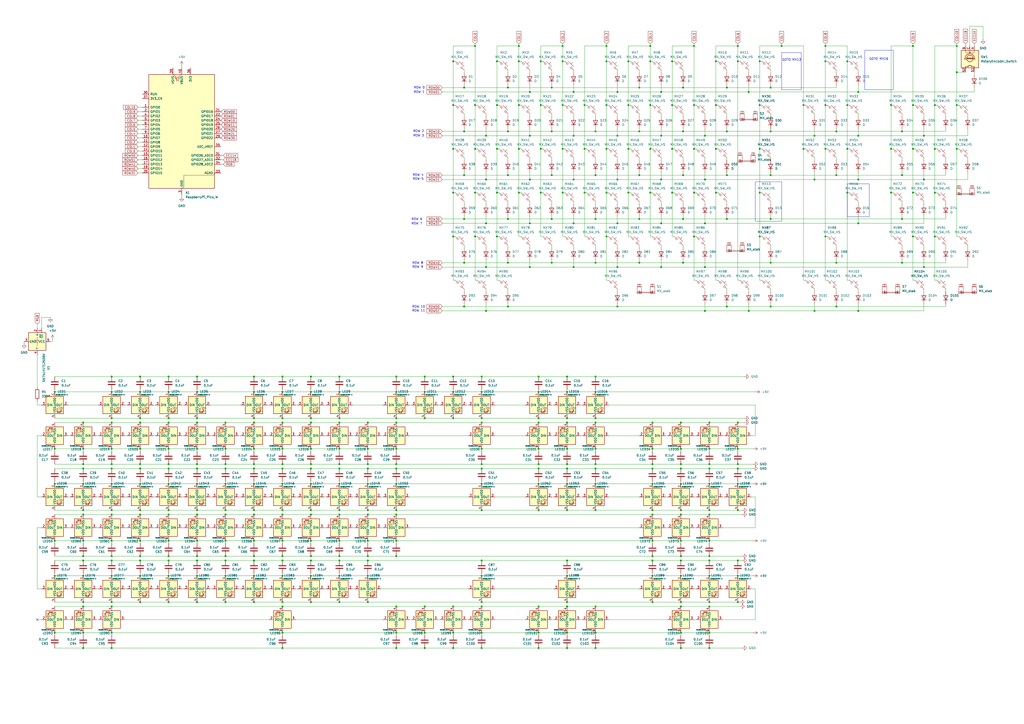
<source format=kicad_sch>
(kicad_sch (version 20250114) (generator "eeschema") (generator_version "9.0")
  (paper "A2")
  (rectangle (start 453.39 30.48) (end 464.82 52.07))
  (rectangle (start 438.15 105.41) (end 453.39 128.27))
  (rectangle (start 501.65 29.21) (end 518.16 52.07))
  (rectangle (start 491.49 106.68) (end 504.19 125.73))
  (text "ROW 8" (at 242.316 152.654 0) (effects (font (size 1.27 1.27))))
  (text "ROW 7" (at 241.808 129.794 0) (effects (font (size 1.27 1.27))))
  (text "ROW 10" (at 242.824 178.054 0) (effects (font (size 1.27 1.27))))
  (text "ROW 5" (at 242.57 103.886 0) (effects (font (size 1.27 1.27))))
  (text "GOTO MX13" (at 459.232 34.798 0) (effects (font (size 1.27 1.27))))
  (text "ROW 0" (at 243.2119 50.9187 0) (effects (font (size 1.27 1.27))))
  (text "ROW 6" (at 241.808 127.254 0) (effects (font (size 1.27 1.27))))
  (text "GOTO MX16" (at 509.778 34.29 0) (effects (font (size 1.27 1.27))))
  (text "ROW 2" (at 242.824 76.2 0) (effects (font (size 1.27 1.27))))
  (text "ROW 1" (at 243.1161 53.507 0) (effects (font (size 1.27 1.27))))
  (text "ROW 3" (at 242.824 78.74 0) (effects (font (size 1.27 1.27))))
  (text "ROW 11" (at 242.824 180.34 0) (effects (font (size 1.27 1.27))))
  (text "ROW 9" (at 242.316 154.94 0) (effects (font (size 1.27 1.27))))
  (text "ROW 4\n" (at 242.57 101.6 0) (effects (font (size 1.27 1.27))))
  (junction (at 440.69 86.36))
  (junction (at 516.89 111.76))
  (junction (at 411.48 260.35))
  (junction (at 196.85 260.35))
  (junction (at 370.84 127))
  (junction (at 447.04 101.6))
  (junction (at 114.3 218.44))
  (junction (at 491.49 111.76))
  (junction (at 554.99 41.91))
  (junction (at 147.32 242.57))
  (junction (at 345.44 227.33))
  (junction (at 516.89 86.36))
  (junction (at 279.4 325.12))
  (junction (at 358.14 53.34))
  (junction (at 411.48 349.25))
  (junction (at 147.32 334.01))
  (junction (at 180.34 269.24))
  (junction (at 402.59 86.36))
  (junction (at 328.93 260.35))
  (junction (at 130.81 280.67))
  (junction (at 312.42 269.24))
  (junction (at 408.94 104.14))
  (junction (at 411.48 313.69))
  (junction (at 64.77 260.35))
  (junction (at 81.28 271.78))
  (junction (at 307.34 154.94))
  (junction (at 180.34 322.58))
  (junction (at 478.79 60.96))
  (junction (at 31.75 227.33))
  (junction (at 312.42 227.33))
  (junction (at 196.85 269.24))
  (junction (at 269.24 101.6))
  (junction (at 281.94 180.34))
  (junction (at 394.97 349.25))
  (junction (at 147.32 227.33))
  (junction (at 377.19 111.76))
  (junction (at 326.39 26.67))
  (junction (at 97.79 349.25))
  (junction (at 180.34 260.35))
  (junction (at 447.04 177.8))
  (junction (at 394.97 295.91))
  (junction (at 48.26 349.25))
  (junction (at 196.85 322.58))
  (junction (at 213.36 271.78))
  (junction (at 294.64 101.6))
  (junction (at 345.44 76.2))
  (junction (at 378.46 334.01))
  (junction (at 213.36 260.35))
  (junction (at 269.24 127))
  (junction (at 269.24 152.4))
  (junction (at 81.28 269.24))
  (junction (at 411.48 322.58))
  (junction (at 281.94 129.54))
  (junction (at 447.04 152.4))
  (junction (at 180.34 245.11))
  (junction (at 529.59 111.76))
  (junction (at 378.46 298.45))
  (junction (at 345.44 295.91))
  (junction (at 229.87 280.67))
  (junction (at 377.19 60.96))
  (junction (at 411.48 325.12))
  (junction (at 383.54 104.14))
  (junction (at 307.34 78.74))
  (junction (at 288.29 137.16))
  (junction (at 279.4 245.11))
  (junction (at 294.64 177.8))
  (junction (at 478.79 35.56))
  (junction (at 180.34 298.45))
  (junction (at 147.32 245.11))
  (junction (at 163.83 325.12))
  (junction (at 64.77 313.69))
  (junction (at 246.38 351.79))
  (junction (at 402.59 137.16))
  (junction (at 114.3 313.69))
  (junction (at 421.64 127))
  (junction (at 213.36 322.58))
  (junction (at 229.87 298.45))
  (junction (at 275.59 26.67))
  (junction (at 497.84 53.34))
  (junction (at 48.26 334.01))
  (junction (at 180.34 242.57))
  (junction (at 246.38 218.44))
  (junction (at 163.83 280.67))
  (junction (at 320.04 101.6))
  (junction (at 262.89 227.33))
  (junction (at 163.83 245.11))
  (junction (at 114.3 280.67))
  (junction (at 97.79 227.33))
  (junction (at 31.75 260.35))
  (junction (at 312.42 218.44))
  (junction (at 229.87 295.91))
  (junction (at 294.64 152.4))
  (junction (at 114.3 325.12))
  (junction (at 345.44 260.35))
  (junction (at 246.38 242.57))
  (junction (at 196.85 280.67))
  (junction (at 339.09 60.96))
  (junction (at 378.46 322.58))
  (junction (at 147.32 295.91))
  (junction (at 345.44 351.79))
  (junction (at 345.44 127))
  (junction (at 180.34 218.44))
  (junction (at 396.24 76.2))
  (junction (at 229.87 242.57))
  (junction (at 377.19 35.56))
  (junction (at 411.48 271.78))
  (junction (at 275.59 60.96))
  (junction (at 312.42 242.57))
  (junction (at 213.36 269.24))
  (junction (at 229.87 367.03))
  (junction (at 279.4 349.25))
  (junction (at 427.99 35.56))
  (junction (at 383.54 154.94))
  (junction (at 364.49 111.76))
  (junction (at 440.69 35.56))
  (junction (at 130.81 334.01))
  (junction (at 358.14 177.8))
  (junction (at 358.14 78.74))
  (junction (at 421.64 76.2))
  (junction (at 345.44 367.03))
  (junction (at 97.79 325.12))
  (junction (at 130.81 313.69))
  (junction (at 326.39 86.36))
  (junction (at 114.3 227.33))
  (junction (at 114.3 260.35))
  (junction (at 345.44 269.24))
  (junction (at 262.89 351.79))
  (junction (at 312.42 351.79))
  (junction (at 542.29 137.16))
  (junction (at 358.14 104.14))
  (junction (at 294.64 50.8))
  (junction (at 447.04 127))
  (junction (at 180.34 280.67))
  (junction (at 229.87 351.79))
  (junction (at 554.99 60.96))
  (junction (at 478.79 86.36))
  (junction (at 64.77 218.44))
  (junction (at 81.28 313.69))
  (junction (at 408.94 180.34))
  (junction (at 279.4 218.44))
  (junction (at 411.48 269.24))
  (junction (at 279.4 367.03))
  (junction (at 370.84 101.6))
  (junction (at 64.77 280.67))
  (junction (at 411.48 298.45))
  (junction (at 312.42 260.35))
  (junction (at 81.28 334.01))
  (junction (at 478.79 137.16))
  (junction (at 262.89 111.76))
  (junction (at 328.93 245.11))
  (junction (at 328.93 227.33))
  (junction (at 213.36 295.91))
  (junction (at 427.99 26.67))
  (junction (at 147.32 313.69))
  (junction (at 279.4 227.33))
  (junction (at 312.42 271.78))
  (junction (at 313.69 86.36))
  (junction (at 320.04 127))
  (junction (at 466.09 86.36))
  (junction (at 328.93 218.44))
  (junction (at 64.77 375.92))
  (junction (at 262.89 137.16))
  (junction (at 389.89 86.36))
  (junction (at 466.09 60.96))
  (junction (at 300.99 26.67))
  (junction (at 485.14 177.8))
  (junction (at 529.59 26.67))
  (junction (at 279.4 260.35))
  (junction (at 497.84 180.34))
  (junction (at 31.75 334.01))
  (junction (at 147.32 298.45))
  (junction (at 196.85 295.91))
  (junction (at 64.77 245.11))
  (junction (at 339.09 86.36))
  (junction (at 378.46 295.91))
  (junction (at 64.77 349.25))
  (junction (at 389.89 60.96))
  (junction (at 427.99 260.35))
  (junction (at 408.94 78.74))
  (junction (at 294.64 127))
  (junction (at 279.4 242.57))
  (junction (at 328.93 325.12))
  (junction (at 64.77 227.33))
  (junction (at 147.32 271.78))
  (junction (at 396.24 127))
  (junction (at 394.97 298.45))
  (junction (at 229.87 218.44))
  (junction (at 472.44 104.14))
  (junction (at 196.85 334.01))
  (junction (at 402.59 60.96))
  (junction (at 427.99 280.67))
  (junction (at 345.44 242.57))
  (junction (at 97.79 313.69))
  (junction (at 364.49 86.36))
  (junction (at 97.79 298.45))
  (junction (at 453.39 26.67))
  (junction (at 440.69 137.16))
  (junction (at 97.79 245.11))
  (junction (at 288.29 111.76))
  (junction (at 328.93 334.01))
  (junction (at 163.83 298.45))
  (junction (at 147.32 218.44))
  (junction (at 427.99 271.78))
  (junction (at 440.69 111.76))
  (junction (at 491.49 35.56))
  (junction (at 328.93 375.92))
  (junction (at 529.59 137.16))
  (junction (at 262.89 218.44))
  (junction (at 64.77 271.78))
  (junction (at 31.75 367.03))
  (junction (at 163.83 269.24))
  (junction (at 196.85 313.69))
  (junction (at 394.97 375.92))
  (junction (at 196.85 227.33))
  (junction (at 351.79 35.56))
  (junction (at 279.4 375.92))
  (junction (at 529.59 60.96))
  (junction (at 542.29 86.36))
  (junction (at 163.83 242.57))
  (junction (at 64.77 242.57))
  (junction (at 320.04 50.8))
  (junction (at 351.79 60.96))
  (junction (at 229.87 375.92))
  (junction (at 328.93 349.25))
  (junction (at 48.26 325.12))
  (junction (at 246.38 367.03))
  (junction (at 485.14 152.4))
  (junction (at 48.26 280.67))
  (junction (at 300.99 35.56))
  (junction (at 196.85 298.45))
  (junction (at 396.24 152.4))
  (junction (at 402.59 26.67))
  (junction (at 269.24 50.8))
  (junction (at 130.81 298.45))
  (junction (at 411.48 295.91))
  (junction (at 48.26 313.69))
  (junction (at 364.49 60.96))
  (junction (at 81.28 325.12))
  (junction (at 427.99 245.11))
  (junction (at 378.46 349.25))
  (junction (at 275.59 111.76))
  (junction (at 415.29 35.56))
  (junction (at 542.29 60.96))
  (junction (at 269.24 177.8))
  (junction (at 81.28 280.67))
  (junction (at 421.64 177.8))
  (junction (at 229.87 269.24))
  (junction (at 300.99 111.76))
  (junction (at 229.87 245.11))
  (junction (at 427.99 295.91))
  (junction (at 332.74 53.34))
  (junction (at 130.81 322.58))
  (junction (at 326.39 60.96))
  (junction (at 262.89 367.03))
  (junction (at 328.93 271.78))
  (junction (at 427.99 349.25))
  (junction (at 328.93 280.67))
  (junction (at 485.14 101.6))
  (junction (at 345.44 375.92))
  (junction (at 332.74 154.94))
  (junction (at 394.97 325.12))
  (junction (at 370.84 50.8))
  (junction (at 163.83 260.35))
  (junction (at 97.79 322.58))
  (junction (at 328.93 242.57))
  (junction (at 411.48 375.92))
  (junction (at 345.44 101.6))
  (junction (at 535.94 78.74))
  (junction (at 288.29 60.96))
  (junction (at 394.97 351.79))
  (junction (at 415.29 86.36))
  (junction (at 81.28 295.91))
  (junction (at 326.39 35.56))
  (junction (at 114.3 298.45))
  (junction (at 402.59 111.76))
  (junction (at 351.79 86.36))
  (junction (at 383.54 53.34))
  (junction (at 130.81 245.11))
  (junction (at 229.87 227.33))
  (junction (at 328.93 367.03))
  (junction (at 48.26 260.35))
  (junction (at 147.32 325.12))
  (junction (at 394.97 367.03))
  (junction (at 81.28 218.44))
  (junction (at 328.93 351.79))
  (junction (at 370.84 152.4))
  (junction (at 196.85 218.44))
  (junction (at 427.99 334.01))
  (junction (at 378.46 260.35))
  (junction (at 147.32 280.67))
  (junction (at 213.36 313.69))
  (junction (at 408.94 129.54))
  (junction (at 332.74 78.74))
  (junction (at 411.48 245.11))
  (junction (at 279.4 295.91))
  (junction (at 31.75 313.69))
  (junction (at 64.77 325.12))
  (junction (at 114.3 271.78))
  (junction (at 312.42 280.67))
  (junction (at 535.94 154.94))
  (junction (at 279.4 271.78))
  (junction (at 497.84 104.14))
  (junction (at 163.83 218.44))
  (junction (at 300.99 86.36))
  (junction (at 394.97 271.78))
  (junction (at 163.83 313.69))
  (junction (at 447.04 50.8))
  (junction (at 163.83 334.01))
  (junction (at 351.79 111.76))
  (junction (at 180.34 349.25))
  (junction (at 81.28 242.57))
  (junction (at 313.69 111.76))
  (junction (at 130.81 295.91))
  (junction (at 48.26 245.11))
  (junction (at 48.26 375.92))
  (junction (at 378.46 325.12))
  (junction (at 213.36 334.01))
  (junction (at 64.77 322.58))
  (junction (at 313.69 35.56))
  (junction (at 472.44 180.34))
  (junction (at 523.24 127))
  (junction (at 48.26 367.03))
  (junction (at 345.44 218.44))
  (junction (at 307.34 104.14))
  (junction (at 472.44 78.74))
  (junction (at 275.59 137.16))
  (junction (at 312.42 295.91))
  (junction (at 307.34 129.54))
  (junction (at 229.87 271.78))
  (junction (at 440.69 60.96))
  (junction (at 378.46 313.69))
  (junction (at 64.77 298.45))
  (junction (at 279.4 269.24))
  (junction (at 48.26 322.58))
  (junction (at 279.4 334.01))
  (junction (at 332.74 104.14))
  (junction (at 394.97 313.69))
  (junction (at 351.79 137.16))
  (junction (at 447.04 76.2))
  (junction (at 434.34 180.34))
  (junction (at 97.79 295.91))
  (junction (at 288.29 86.36))
  (junction (at 300.99 60.96))
  (junction (at 163.83 375.92))
  (junction (at 262.89 86.36))
  (junction (at 213.36 245.11))
  (junction (at 48.26 295.91))
  (junction (at 421.64 101.6))
  (junction (at 114.3 242.57))
  (junction (at 180.34 334.01))
  (junction (at 281.94 154.94))
  (junction (at 213.36 325.12))
  (junction (at 269.24 76.2))
  (junction (at 396.24 50.8))
  (junction (at 378.46 280.67))
  (junction (at 163.83 227.33))
  (junction (at 529.59 86.36))
  (junction (at 180.34 227.33))
  (junction (at 542.29 111.76))
  (junction (at 281.94 104.14))
  (junction (at 97.79 280.67))
  (junction (at 64.77 334.01))
  (junction (at 114.3 334.01))
  (junction (at 180.34 313.69))
  (junction (at 394.97 322.58))
  (junction (at 394.97 260.35))
  (junction (at 180.34 325.12))
  (junction (at 408.94 154.94))
  (junction (at 328.93 295.91))
  (junction (at 196.85 325.12))
  (junction (at 114.3 322.58))
  (junction (at 48.26 269.24))
  (junction (at 81.28 322.58))
  (junction (at 339.09 111.76))
  (junction (at 147.32 349.25))
  (junction (at 213.36 280.67))
  (junction (at 130.81 260.35))
  (junction (at 114.3 349.25))
  (junction (at 411.48 351.79))
  (junction (at 130.81 349.25))
  (junction (at 389.89 35.56))
  (junction (at 434.34 53.34))
  (junction (at 262.89 35.56))
  (junction (at 485.14 76.2))
  (junction (at 246.38 227.33))
  (junction (at 130.81 269.24))
  (junction (at 497.84 78.74))
  (junction (at 81.28 298.45))
  (junction (at 411.48 367.03))
  (junction (at 535.94 104.14))
  (junction (at 114.3 295.91))
  (junction (at 523.24 76.2))
  (junction (at 147.32 269.24))
  (junction (at 345.44 280.67))
  (junction (at 378.46 245.11))
  (junction (at 114.3 245.11))
  (junction (at 378.46 271.78))
  (junction (at 229.87 260.35))
  (junction (at 377.19 26.67))
  (junction (at 312.42 245.11))
  (junction (at 351.79 26.67))
  (junction (at 163.83 349.25))
  (junction (at 64.77 351.79))
  (junction (at 147.32 322.58))
  (junction (at 114.3 269.24))
  (junction (at 48.26 298.45))
  (junction (at 307.34 53.34))
  (junction (at 81.28 260.35))
  (junction (at 246.38 375.92))
  (junction (at 396.24 101.6))
  (junction (at 411.48 280.67))
  (junction (at 64.77 367.03))
  (junction (at 262.89 375.92))
  (junction (at 213.36 298.45))
  (junction (at 213.36 349.25))
  (junction (at 328.93 269.24))
  (junction (at 97.79 218.44))
  (junction (at 279.4 280.67))
  (junction (at 81.28 349.25))
  (junction (at 497.84 129.54))
  (junction (at 180.34 295.91))
  (junction (at 427.99 325.12))
  (junction (at 345.44 245.11))
  (junction (at 180.34 271.78))
  (junction (at 147.32 260.35))
  (junction (at 383.54 78.74))
  (junction (at 394.97 280.67))
  (junction (at 130.81 325.12))
  (junction (at 163.83 295.91))
  (junction (at 275.59 86.36))
  (junction (at 97.79 242.57))
  (junction (at 345.44 152.4))
  (junction (at 279.4 351.79))
  (junction (at 130.81 271.78))
  (junction (at 294.64 76.2))
  (junction (at 554.99 86.36))
  (junction (at 97.79 260.35))
  (junction (at 358.14 154.94))
  (junction (at 320.04 152.4))
  (junction (at 478.79 26.67))
  (junction (at 196.85 245.11))
  (junction (at 81.28 245.11))
  (junction (at 81.28 227.33))
  (junction (at 345.44 271.78))
  (junction (at 370.84 76.2))
  (junction (at 163.83 351.79))
  (junction (at 332.74 129.54))
  (junction (at 97.79 271.78))
  (junction (at 163.83 271.78))
  (junction (at 97.79 334.01))
  (junction (at 31.75 280.67))
  (junction (at 229.87 313.69))
  (junction (at 554.99 26.67))
  (junction (at 326.39 111.76))
  (junction (at 288.29 35.56))
  (junction (at 427.99 269.24))
  (junction (at 163.83 367.03))
  (junction (at 48.26 351.79))
  (junction (at 312.42 375.92))
  (junction (at 196.85 271.78))
  (junction (at 491.49 86.36))
  (junction (at 415.29 111.76))
  (junction (at 394.97 269.24))
  (junction (at 262.89 60.96))
  (junction (at 389.89 111.76))
  (junction (at 48.26 271.78))
  (junction (at 163.83 322.58))
  (junction (at 262.89 242.57))
  (junction (at 516.89 60.96))
  (junction (at 312.42 367.03))
  (junction (at 394.97 334.01))
  (junction (at 377.19 86.36))
  (junction (at 97.79 269.24))
  (junction (at 320.04 76.2))
  (junction (at 196.85 349.25))
  (junction (at 281.94 78.74))
  (junction (at 523.24 101.6))
  (junction (at 313.69 60.96))
  (junction (at 64.77 295.91))
  (junction (at 229.87 322.58))
  (junction (at 378.46 269.24))
  (junction (at 364.49 35.56))
  (junction (at 415.29 60.96))
  (junction (at 383.54 129.54))
  (junction (at 358.14 129.54))
  (junction (at 523.24 152.4))
  (junction (at 64.77 269.24))
  (junction (at 196.85 242.57))
  (junction (at 421.64 50.8))
  (junction (at 411.48 334.01))
  (junction (at 491.49 60.96))
  (junction (at 394.97 245.11))
  (no_connect (at 21.59 359.41))
  (wire (pts (xy 402.59 162.56) (xy 403.86 162.56)))
  (wire (pts (xy 535.94 78.74) (xy 561.34 78.74)))
  (wire (pts (xy 288.29 111.76) (xy 288.29 86.36)))
  (wire (pts (xy 447.04 50.8) (xy 485.14 50.8)))
  (wire (pts (xy 81.28 295.91) (xy 97.79 295.91)))
  (wire (pts (xy 64.77 227.33) (xy 81.28 227.33)))
  (wire (pts (xy 345.44 91.44) (xy 345.44 92.71)))
  (wire (pts (xy 340.36 60.96) (xy 339.09 60.96)))
  (wire (pts (xy 64.77 298.45) (xy 48.26 298.45)))
  (wire (pts (xy 411.48 269.24) (xy 394.97 269.24)))
  (wire (pts (xy 55.88 288.29) (xy 57.15 288.29)))
  (wire (pts (xy 472.44 66.04) (xy 472.44 67.31)))
  (wire (pts (xy 64.77 375.92) (xy 163.83 375.92)))
  (wire (pts (xy 394.97 368.3) (xy 394.97 367.03)))
  (wire (pts (xy 548.64 116.84) (xy 548.64 118.11)))
  (wire (pts (xy 485.14 100.33) (xy 485.14 101.6)))
  (wire (pts (xy 114.3 261.62) (xy 114.3 260.35)))
  (wire (pts (xy 523.24 100.33) (xy 523.24 101.6)))
  (wire (pts (xy 364.49 60.96) (xy 365.76 60.96)))
  (wire (pts (xy 370.84 66.04) (xy 370.84 67.31)))
  (wire (pts (xy 523.24 127) (xy 548.64 127)))
  (wire (pts (xy 396.24 125.73) (xy 396.24 127)))
  (wire (pts (xy 130.81 314.96) (xy 130.81 313.69)))
  (wire (pts (xy 196.85 227.33) (xy 229.87 227.33)))
  (wire (pts (xy 328.93 332.74) (xy 328.93 334.01)))
  (wire (pts (xy 81.28 269.24) (xy 64.77 269.24)))
  (wire (pts (xy 320.04 127) (xy 345.44 127)))
  (wire (pts (xy 516.89 60.96) (xy 516.89 86.36)))
  (wire (pts (xy 370.84 127) (xy 396.24 127)))
  (wire (pts (xy 269.24 116.84) (xy 269.24 118.11)))
  (wire (pts (xy 294.64 50.8) (xy 320.04 50.8)))
  (wire (pts (xy 383.54 91.44) (xy 383.54 92.71)))
  (wire (pts (xy 497.84 129.54) (xy 535.94 129.54)))
  (wire (pts (xy 403.86 60.96) (xy 402.59 60.96)))
  (wire (pts (xy 64.77 242.57) (xy 81.28 242.57)))
  (wire (pts (xy 130.81 295.91) (xy 147.32 295.91)))
  (wire (pts (xy 478.79 86.36) (xy 480.06 86.36)))
  (wire (pts (xy 189.23 252.73) (xy 187.96 252.73)))
  (wire (pts (xy 130.81 279.4) (xy 130.81 280.67)))
  (wire (pts (xy 396.24 50.8) (xy 421.64 50.8)))
  (wire (pts (xy 416.56 162.56) (xy 415.29 162.56)))
  (wire (pts (xy 313.69 60.96) (xy 313.69 86.36)))
  (wire (pts (xy 440.69 162.56) (xy 441.96 162.56)))
  (wire (pts (xy 497.84 40.64) (xy 497.84 41.91)))
  (wire (pts (xy 523.24 66.04) (xy 523.24 67.31)))
  (wire (pts (xy 81.28 349.25) (xy 97.79 349.25)))
  (wire (pts (xy 389.89 137.16) (xy 391.16 137.16)))
  (wire (pts (xy 328.93 280.67) (xy 345.44 280.67)))
  (wire (pts (xy 229.87 242.57) (xy 246.38 242.57)))
  (wire (pts (xy 256.54 127) (xy 269.24 127)))
  (wire (pts (xy 187.96 341.63) (xy 189.23 341.63)))
  (wire (pts (xy 307.34 53.34) (xy 332.74 53.34)))
  (wire (pts (xy 279.4 280.67) (xy 312.42 280.67)))
  (wire (pts (xy 229.87 367.03) (xy 246.38 367.03)))
  (wire (pts (xy 570.23 15.24) (xy 570.23 22.86)))
  (wire (pts (xy 64.77 368.3) (xy 64.77 367.03)))
  (wire (pts (xy 485.14 152.4) (xy 523.24 152.4)))
  (wire (pts (xy 516.89 111.76) (xy 516.89 137.16)))
  (wire (pts (xy 328.93 279.4) (xy 328.93 280.67)))
  (wire (pts (xy 351.79 26.67) (xy 351.79 35.56)))
  (wire (pts (xy 328.93 245.11) (xy 312.42 245.11)))
  (wire (pts (xy 478.79 137.16) (xy 480.06 137.16)))
  (wire (pts (xy 394.97 245.11) (xy 378.46 245.11)))
  (wire (pts (xy 320.04 50.8) (xy 370.84 50.8)))
  (wire (pts (xy 48.26 261.62) (xy 48.26 260.35)))
  (wire (pts (xy 336.55 288.29) (xy 337.82 288.29)))
  (wire (pts (xy 326.39 35.56) (xy 326.39 60.96)))
  (wire (pts (xy 123.19 306.07) (xy 121.92 306.07)))
  (wire (pts (xy 491.49 111.76) (xy 491.49 86.36)))
  (wire (pts (xy 48.26 260.35) (xy 64.77 260.35)))
  (wire (pts (xy 229.87 226.06) (xy 229.87 227.33)))
  (wire (pts (xy 307.34 125.73) (xy 307.34 129.54)))
  (wire (pts (xy 402.59 60.96) (xy 402.59 86.36)))
  (wire (pts (xy 542.29 86.36) (xy 543.56 86.36)))
  (wire (pts (xy 294.64 76.2) (xy 320.04 76.2)))
  (wire (pts (xy 351.79 25.4) (xy 351.79 26.67)))
  (wire (pts (xy 147.32 332.74) (xy 147.32 334.01)))
  (wire (pts (xy 130.81 280.67) (xy 147.32 280.67)))
  (wire (pts (xy 288.29 111.76) (xy 289.56 111.76)))
  (wire (pts (xy 345.44 151.13) (xy 345.44 152.4)))
  (wire (pts (xy 497.84 78.74) (xy 535.94 78.74)))
  (wire (pts (xy 548.64 101.6) (xy 548.64 100.33)))
  (wire (pts (xy 389.89 86.36) (xy 391.16 86.36)))
  (wire (pts (xy 106.68 252.73) (xy 105.41 252.73)))
  (wire (pts (xy 320.04 91.44) (xy 320.04 92.71)))
  (wire (pts (xy 80.01 100.33) (xy 82.55 100.33)))
  (wire (pts (xy 529.59 111.76) (xy 530.86 111.76)))
  (wire (pts (xy 435.61 341.63) (xy 438.15 341.63)))
  (wire (pts (xy 485.14 177.8) (xy 548.64 177.8)))
  (wire (pts (xy 516.89 26.67) (xy 516.89 60.96)))
  (wire (pts (xy 204.47 234.95) (xy 222.25 234.95)))
  (wire (pts (xy 254 234.95) (xy 255.27 234.95)))
  (wire (pts (xy 229.87 322.58) (xy 213.36 322.58)))
  (wire (pts (xy 421.64 100.33) (xy 421.64 101.6)))
  (wire (pts (xy 447.04 40.64) (xy 447.04 41.91)))
  (wire (pts (xy 300.99 26.67) (xy 300.99 35.56)))
  (wire (pts (xy 81.28 280.67) (xy 97.79 280.67)))
  (wire (pts (xy 163.83 332.74) (xy 163.83 334.01)))
  (wire (pts (xy 402.59 341.63) (xy 403.86 341.63)))
  (wire (pts (xy 72.39 234.95) (xy 73.66 234.95)))
  (wire (pts (xy 81.28 227.33) (xy 97.79 227.33)))
  (wire (pts (xy 408.94 91.44) (xy 408.94 92.71)))
  (wire (pts (xy 294.64 100.33) (xy 294.64 101.6)))
  (wire (pts (xy 294.64 142.24) (xy 294.64 143.51)))
  (wire (pts (xy 64.77 271.78) (xy 81.28 271.78)))
  (wire (pts (xy 275.59 111.76) (xy 275.59 86.36)))
  (wire (pts (xy 345.44 218.44) (xy 431.8 218.44)))
  (wire (pts (xy 378.46 295.91) (xy 394.97 295.91)))
  (wire (pts (xy 365.76 35.56) (xy 364.49 35.56)))
  (wire (pts (xy 287.02 288.29) (xy 304.8 288.29)))
  (wire (pts (xy 156.21 306.07) (xy 154.94 306.07)))
  (wire (pts (xy 394.97 332.74) (xy 394.97 334.01)))
  (wire (pts (xy 411.48 325.12) (xy 427.99 325.12)))
  (wire (pts (xy 48.26 368.3) (xy 48.26 367.03)))
  (wire (pts (xy 394.97 269.24) (xy 378.46 269.24)))
  (wire (pts (xy 370.84 50.8) (xy 396.24 50.8)))
  (wire (pts (xy 163.83 295.91) (xy 180.34 295.91)))
  (wire (pts (xy 542.29 137.16) (xy 542.29 111.76)))
  (wire (pts (xy 370.84 74.93) (xy 370.84 76.2)))
  (wire (pts (xy 516.89 60.96) (xy 518.16 60.96)))
  (wire (pts (xy 378.46 279.4) (xy 378.46 280.67)))
  (wire (pts (xy 411.48 351.79) (xy 394.97 351.79)))
  (wire (pts (xy 48.26 322.58) (xy 31.75 322.58)))
  (wire (pts (xy 332.74 78.74) (xy 358.14 78.74)))
  (wire (pts (xy 415.29 26.67) (xy 427.99 26.67)))
  (wire (pts (xy 378.46 271.78) (xy 394.97 271.78)))
  (wire (pts (xy 281.94 104.14) (xy 307.34 104.14)))
  (wire (pts (xy 351.79 137.16) (xy 353.06 137.16)))
  (wire (pts (xy 114.3 227.33) (xy 147.32 227.33)))
  (wire (pts (xy 429.26 35.56) (xy 427.99 35.56)))
  (wire (pts (xy 312.42 261.62) (xy 312.42 260.35)))
  (wire (pts (xy 294.64 167.64) (xy 294.64 168.91)))
  (wire (pts (xy 408.94 129.54) (xy 497.84 129.54)))
  (wire (pts (xy 81.28 279.4) (xy 81.28 280.67)))
  (wire (pts (xy 55.88 341.63) (xy 57.15 341.63)))
  (wire (pts (xy 327.66 35.56) (xy 326.39 35.56)))
  (wire (pts (xy 130.81 245.11) (xy 114.3 245.11)))
  (wire (pts (xy 353.06 35.56) (xy 351.79 35.56)))
  (wire (pts (xy 147.32 325.12) (xy 163.83 325.12)))
  (wire (pts (xy 154.94 234.95) (xy 156.21 234.95)))
  (wire (pts (xy 394.97 349.25) (xy 411.48 349.25)))
  (wire (pts (xy 358.14 142.24) (xy 358.14 143.51)))
  (wire (pts (xy 196.85 295.91) (xy 213.36 295.91)))
  (wire (pts (xy 420.37 252.73) (xy 419.1 252.73)))
  (wire (pts (xy 269.24 91.44) (xy 269.24 92.71)))
  (wire (pts (xy 336.55 234.95) (xy 337.82 234.95)))
  (wire (pts (xy 81.28 325.12) (xy 97.79 325.12)))
  (wire (pts (xy 31.75 313.69) (xy 48.26 313.69)))
  (wire (pts (xy 114.3 269.24) (xy 97.79 269.24)))
  (wire (pts (xy 337.82 252.73) (xy 336.55 252.73)))
  (wire (pts (xy 276.86 162.56) (xy 275.59 162.56)))
  (wire (pts (xy 383.54 49.53) (xy 383.54 53.34)))
  (wire (pts (xy 31.75 325.12) (xy 48.26 325.12)))
  (wire (pts (xy 313.69 111.76) (xy 314.96 111.76)))
  (wire (pts (xy 562.61 15.24) (xy 570.23 15.24)))
  (wire (pts (xy 163.83 271.78) (xy 180.34 271.78)))
  (wire (pts (xy 196.85 325.12) (xy 213.36 325.12)))
  (wire (pts (xy 180.34 280.67) (xy 196.85 280.67)))
  (wire (pts (xy 256.54 180.34) (xy 281.94 180.34)))
  (wire (pts (xy 434.34 53.34) (xy 497.84 53.34)))
  (wire (pts (xy 264.16 162.56) (xy 262.89 162.56)))
  (wire (pts (xy 229.87 245.11) (xy 279.4 245.11)))
  (wire (pts (xy 408.94 78.74) (xy 472.44 78.74)))
  (wire (pts (xy 21.59 252.73) (xy 21.59 288.29)))
  (wire (pts (xy 328.93 261.62) (xy 328.93 260.35)))
  (wire (pts (xy 389.89 35.56) (xy 389.89 60.96)))
  (wire (pts (xy 377.19 60.96) (xy 378.46 60.96)))
  (wire (pts (xy 229.87 368.3) (xy 229.87 367.03)))
  (wire (pts (xy 516.89 137.16) (xy 518.16 137.16)))
  (wire (pts (xy 180.34 227.33) (xy 196.85 227.33)))
  (wire (pts (xy 394.97 271.78) (xy 411.48 271.78)))
  (wire (pts (xy 31.75 332.74) (xy 31.75 334.01)))
  (wire (pts (xy 97.79 245.11) (xy 81.28 245.11)))
  (wire (pts (xy 105.41 234.95) (xy 106.68 234.95)))
  (wire (pts (xy 548.64 91.44) (xy 548.64 92.71)))
  (wire (pts (xy 491.49 60.96) (xy 492.76 60.96)))
  (wire (pts (xy 279.4 260.35) (xy 312.42 260.35)))
  (wire (pts (xy 213.36 314.96) (xy 213.36 313.69)))
  (wire (pts (xy 147.32 226.06) (xy 147.32 227.33)))
  (wire (pts (xy 345.44 245.11) (xy 378.46 245.11)))
  (wire (pts (xy 378.46 35.56) (xy 377.19 35.56)))
  (wire (pts (xy 163.83 280.67) (xy 180.34 280.67)))
  (wire (pts (xy 332.74 53.34) (xy 332.74 49.53)))
  (wire (pts (xy 472.44 176.53) (xy 472.44 180.34)))
  (wire (pts (xy 402.59 137.16) (xy 402.59 162.56)))
  (wire (pts (xy 560.07 25.4) (xy 560.07 26.67)))
  (wire (pts (xy 328.93 351.79) (xy 312.42 351.79)))
  (wire (pts (xy 326.39 60.96) (xy 327.66 60.96)))
  (wire (pts (xy 440.69 86.36) (xy 441.96 86.36)))
  (wire (pts (xy 196.85 280.67) (xy 213.36 280.67)))
  (wire (pts (xy 307.34 100.33) (xy 307.34 104.14)))
  (wire (pts (xy 345.44 74.93) (xy 345.44 76.2)))
  (wire (pts (xy 328.93 349.25) (xy 378.46 349.25)))
  (wire (pts (xy 351.79 86.36) (xy 353.06 86.36)))
  (wire (pts (xy 351.79 60.96) (xy 353.06 60.96)))
  (wire (pts (xy 262.89 35.56) (xy 264.16 35.56)))
  (wire (pts (xy 205.74 306.07) (xy 204.47 306.07)))
  (wire (pts (xy 213.36 260.35) (xy 229.87 260.35)))
  (wire (pts (xy 287.02 252.73) (xy 304.8 252.73)))
  (wire (pts (xy 332.74 91.44) (xy 332.74 92.71)))
  (wire (pts (xy 402.59 288.29) (xy 403.86 288.29)))
  (wire (pts (xy 114.3 245.11) (xy 97.79 245.11)))
  (wire (pts (xy 415.29 111.76) (xy 416.56 111.76)))
  (wire (pts (xy 427.99 334.01) (xy 436.88 334.01)))
  (wire (pts (xy 80.01 92.71) (xy 82.55 92.71)))
  (wire (pts (xy 48.26 245.11) (xy 31.75 245.11)))
  (wire (pts (xy 485.14 101.6) (xy 523.24 101.6)))
  (wire (pts (xy 163.83 260.35) (xy 180.34 260.35)))
  (wire (pts (xy 565.15 25.4) (xy 565.15 26.67)))
  (wire (pts (xy 130.81 261.62) (xy 130.81 260.35)))
  (wire (pts (xy 229.87 279.4) (xy 229.87 280.67)))
  (wire (pts (xy 269.24 100.33) (xy 269.24 101.6)))
  (wire (pts (xy 542.29 162.56) (xy 542.29 137.16)))
  (wire (pts (xy 377.19 35.56) (xy 377.19 60.96)))
  (wire (pts (xy 281.94 100.33) (xy 281.94 104.14)))
  (wire (pts (xy 256.54 53.34) (xy 307.34 53.34)))
  (wire (pts (xy 345.44 351.79) (xy 394.97 351.79)))
  (wire (pts (xy 262.89 367.03) (xy 279.4 367.03)))
  (wire (pts (xy 97.79 269.24) (xy 81.28 269.24)))
  (wire (pts (xy 389.89 26.67) (xy 402.59 26.67)))
  (wire (pts (xy 320.04 152.4) (xy 345.44 152.4)))
  (wire (pts (xy 48.26 295.91) (xy 64.77 295.91)))
  (wire (pts (xy 279.4 375.92) (xy 312.42 375.92)))
  (wire (pts (xy 345.44 375.92) (xy 394.97 375.92)))
  (wire (pts (xy 440.69 137.16) (xy 440.69 162.56)))
  (wire (pts (xy 447.04 127) (xy 523.24 127)))
  (wire (pts (xy 229.87 298.45) (xy 378.46 298.45)))
  (wire (pts (xy 196.85 226.06) (xy 196.85 227.33)))
  (wire (pts (xy 21.59 234.95) (xy 24.13 234.95)))
  (wire (pts (xy 313.69 26.67) (xy 326.39 26.67)))
  (wire (pts (xy 48.26 298.45) (xy 31.75 298.45)))
  (wire (pts (xy 383.54 66.04) (xy 383.54 67.31)))
  (wire (pts (xy 351.79 111.76) (xy 353.06 111.76)))
  (wire (pts (xy 312.42 271.78) (xy 328.93 271.78)))
  (wire (pts (xy 358.14 125.73) (xy 358.14 129.54)))
  (wire (pts (xy 180.34 334.01) (xy 196.85 334.01)))
  (wire (pts (xy 427.99 260.35) (xy 436.88 260.35)))
  (wire (pts (xy 196.85 334.01) (xy 213.36 334.01)))
  (wire (pts (xy 281.94 129.54) (xy 307.34 129.54)))
  (wire (pts (xy 31.75 227.33) (xy 64.77 227.33)))
  (wire (pts (xy 279.4 218.44) (xy 312.42 218.44)))
  (wire (pts (xy 345.44 280.67) (xy 378.46 280.67)))
  (wire (pts (xy 130.81 269.24) (xy 114.3 269.24)))
  (wire (pts (xy 408.94 100.33) (xy 408.94 104.14)))
  (wire (pts (xy 312.42 260.35) (xy 328.93 260.35)))
  (wire (pts (xy 332.74 151.13) (xy 332.74 154.94)))
  (wire (pts (xy 402.59 111.76) (xy 403.86 111.76)))
  (wire (pts (xy 421.64 125.73) (xy 421.64 127)))
  (wire (pts (xy 81.28 242.57) (xy 97.79 242.57)))
  (wire (pts (xy 383.54 125.73) (xy 383.54 129.54)))
  (wire (pts (xy 358.14 176.53) (xy 358.14 177.8)))
  (wire (pts (xy 275.59 26.67) (xy 275.59 60.96)))
  (wire (pts (xy 370.84 91.44) (xy 370.84 92.71)))
  (wire (pts (xy 427.99 295.91) (xy 430.53 295.91)))
  (wire (pts (xy 345.44 295.91) (xy 378.46 295.91)))
  (wire (pts (xy 378.46 261.62) (xy 378.46 260.35)))
  (wire (pts (xy 402.59 25.4) (xy 402.59 26.67)))
  (wire (pts (xy 485.14 142.24) (xy 485.14 143.51)))
  (wire (pts (xy 294.64 91.44) (xy 294.64 92.71)))
  (wire (pts (xy 411.48 367.03) (xy 436.88 367.03)))
  (wire (pts (xy 370.84 151.13) (xy 370.84 152.4)))
  (wire (pts (xy 114.3 334.01) (xy 130.81 334.01)))
  (wire (pts (xy 256.54 76.2) (xy 269.24 76.2)))
  (wire (pts (xy 147.32 322.58) (xy 130.81 322.58)))
  (wire (pts (xy 466.09 162.56) (xy 466.09 86.36)))
  (wire (pts (xy 81.28 218.44) (xy 97.79 218.44)))
  (wire (pts (xy 187.96 288.29) (xy 189.23 288.29)))
  (wire (pts (xy 237.49 234.95) (xy 238.76 234.95)))
  (wire (pts (xy 279.4 226.06) (xy 279.4 227.33)))
  (wire (pts (xy 288.29 86.36) (xy 289.56 86.36)))
  (wire (pts (xy 332.74 104.14) (xy 358.14 104.14)))
  (wire (pts (xy 222.25 306.07) (xy 220.98 306.07)))
  (wire (pts (xy 523.24 116.84) (xy 523.24 118.11)))
  (wire (pts (xy 554.99 60.96) (xy 554.99 86.36)))
  (wire (pts (xy 554.99 25.4) (xy 554.99 26.67)))
  (wire (pts (xy 421.64 176.53) (xy 421.64 177.8)))
  (wire (pts (xy 378.46 260.35) (xy 394.97 260.35)))
  (wire (pts (xy 497.84 74.93) (xy 497.84 78.74)))
  (wire (pts (xy 279.4 271.78) (xy 312.42 271.78)))
  (wire (pts (xy 262.89 227.33) (xy 279.4 227.33)))
  (wire (pts (xy 389.89 60.96) (xy 389.89 86.36)))
  (wire (pts (xy 320.04 125.73) (xy 320.04 127)))
  (wire (pts (xy 403.86 252.73) (xy 402.59 252.73)))
  (wire (pts (xy 438.15 234.95) (xy 438.15 252.73)))
  (wire (pts (xy 196.85 218.44) (xy 229.87 218.44)))
  (wire (pts (xy 427.99 245.11) (xy 411.48 245.11)))
  (wire (pts (xy 147.32 218.44) (xy 163.83 218.44)))
  (wire (pts (xy 396.24 100.33) (xy 396.24 101.6)))
  (wire (pts (xy 281.94 142.24) (xy 281.94 143.51)))
  (wire (pts (xy 419.1 359.41) (xy 438.15 359.41)))
  (wire (pts (xy 281.94 167.64) (xy 281.94 168.91)))
  (wire (pts (xy 105.41 341.63) (xy 106.68 341.63)))
  (wire (pts (xy 548.64 127) (xy 548.64 125.73)))
  (wire (pts (xy 269.24 125.73) (xy 269.24 127)))
  (wire (pts (xy 269.24 167.64) (xy 269.24 168.91)))
  (wire (pts (xy 213.36 269.24) (xy 196.85 269.24)))
  (wire (pts (xy 262.89 60.96) (xy 262.89 35.56)))
  (wire (pts (xy 288.29 35.56) (xy 289.56 35.56)))
  (wire (pts (xy 438.15 341.63) (xy 438.15 359.41)))
  (wire (pts (xy 377.19 86.36) (xy 377.19 111.76)))
  (wire (pts (xy 171.45 234.95) (xy 172.72 234.95)))
  (wire (pts (xy 548.64 142.24) (xy 548.64 143.51)))
  (wire (pts (xy 447.04 50.8) (xy 447.04 49.53)))
  (wire (pts (xy 383.54 53.34) (xy 358.14 53.34)))
  (wire (pts (xy 237.49 306.07) (xy 370.84 306.07)))
  (wire (pts (xy 147.32 298.45) (xy 130.81 298.45)))
  (wire (pts (xy 440.69 35.56) (xy 440.69 60.96)))
  (wire (pts (xy 485.14 49.53) (xy 485.14 50.8)))
  (wire (pts (xy 440.69 86.36) (xy 440.69 111.76)))
  (wire (pts (xy 246.38 368.3) (xy 246.38 367.03)))
  (wire (pts (xy 72.39 341.63) (xy 73.66 341.63)))
  (wire (pts (xy 64.77 218.44) (xy 81.28 218.44)))
  (wire (pts (xy 320.04 50.8) (xy 320.04 49.53)))
  (wire (pts (xy 130.81 260.35) (xy 147.32 260.35)))
  (wire (pts (xy 345.44 271.78) (xy 378.46 271.78)))
  (wire (pts (xy 300.99 137.16) (xy 300.99 111.76)))
  (wire (pts (xy 163.83 269.24) (xy 147.32 269.24)))
  (wire (pts (xy 396.24 76.2) (xy 421.64 76.2)))
  (wire (pts (xy 345.44 76.2) (xy 370.84 76.2)))
  (wire (pts (xy 288.29 26.67) (xy 300.99 26.67)))
  (wire (pts (xy 31.75 368.3) (xy 31.75 367.03)))
  (wire (pts (xy 492.76 162.56) (xy 491.49 162.56)))
  (wire (pts (xy 130.81 334.01) (xy 147.32 334.01)))
  (wire (pts (xy 326.39 60.96) (xy 326.39 86.36)))
  (wire (pts (xy 262.89 137.16) (xy 264.16 137.16)))
  (wire (pts (xy 542.29 137.16) (xy 543.56 137.16)))
  (wire (pts (xy 328.93 295.91) (xy 345.44 295.91)))
  (wire (pts (xy 180.34 242.57) (xy 196.85 242.57)))
  (wire (pts (xy 415.29 60.96) (xy 416.56 60.96)))
  (wire (pts (xy 403.86 306.07) (xy 402.59 306.07)))
  (wire (pts (xy 213.36 325.12) (xy 279.4 325.12)))
  (wire (pts (xy 262.89 26.67) (xy 275.59 26.67)))
  (wire (pts (xy 485.14 167.64) (xy 485.14 168.91)))
  (wire (pts (xy 262.89 60.96) (xy 264.16 60.96)))
  (wire (pts (xy 180.34 245.11) (xy 163.83 245.11)))
  (wire (pts (xy 328.93 242.57) (xy 345.44 242.57)))
  (wire (pts (xy 312.42 368.3) (xy 312.42 367.03)))
  (wire (pts (xy 358.14 154.94) (xy 383.54 154.94)))
  (wire (pts (xy 154.94 341.63) (xy 156.21 341.63)))
  (wire (pts (xy 396.24 151.13) (xy 396.24 152.4)))
  (wire (pts (xy 339.09 26.67) (xy 339.09 60.96)))
  (wire (pts (xy 196.85 261.62) (xy 196.85 260.35)))
  (wire (pts (xy 447.04 151.13) (xy 447.04 152.4)))
  (wire (pts (xy 332.74 100.33) (xy 332.74 104.14)))
  (wire (pts (xy 313.69 111.76) (xy 313.69 137.16)))
  (wire (pts (xy 497.84 180.34) (xy 535.94 180.34)))
  (wire (pts (xy 105.41 113.03) (xy 105.41 114.3)))
  (wire (pts (xy 530.86 162.56) (xy 529.59 162.56)))
  (wire (pts (xy 411.48 298.45) (xy 394.97 298.45)))
  (wire (pts (xy 262.89 162.56) (xy 262.89 137.16)))
  (wire (pts (xy 554.99 137.16) (xy 556.26 137.16)))
  (wire (pts (xy 394.97 367.03) (xy 411.48 367.03)))
  (wire (pts (xy 321.31 252.73) (xy 320.04 252.73)))
  (wire (pts (xy 408.94 151.13) (xy 408.94 154.94)))
  (wire (pts (xy 31.75 367.03) (xy 48.26 367.03)))
  (wire (pts (xy 358.14 177.8) (xy 421.64 177.8)))
  (wire (pts (xy 281.94 154.94) (xy 307.34 154.94)))
  (wire (pts (xy 256.54 177.8) (xy 269.24 177.8)))
  (wire (pts (xy 31.75 279.4) (xy 31.75 280.67)))
  (wire (pts (xy 114.3 314.96) (xy 114.3 313.69)))
  (wire (pts (xy 288.29 162.56) (xy 288.29 137.16)))
  (wire (pts (xy 438.15 288.29) (xy 438.15 306.07)))
  (wire (pts (xy 147.32 313.69) (xy 163.83 313.69)))
  (wire (pts (xy 542.29 86.36) (xy 542.29 60.96)))
  (wire (pts (xy 411.48 314.96) (xy 411.48 313.69)))
  (wire (pts (xy 351.79 86.36) (xy 351.79 111.76)))
  (wire (pts (xy 294.64 177.8) (xy 358.14 177.8)))
  (wire (pts (xy 288.29 86.36) (xy 288.29 60.96)))
  (wire (pts (xy 339.09 60.96) (xy 339.09 86.36)))
  (wire (pts (xy 447.04 116.84) (xy 447.04 118.11)))
  (wire (pts (xy 447.04 125.73) (xy 447.04 127)))
  (wire (pts (xy 387.35 306.07) (xy 386.08 306.07)))
  (wire (pts (xy 39.37 234.95) (xy 57.15 234.95)))
  (wire (pts (xy 478.79 86.36) (xy 478.79 137.16)))
  (wire (pts (xy 64.77 349.25) (xy 81.28 349.25)))
  (wire (pts (xy 114.3 279.4) (xy 114.3 280.67)))
  (wire (pts (xy 427.99 162.56) (xy 429.26 162.56)))
  (wire (pts (xy 435.61 288.29) (xy 438.15 288.29)))
  (wire (pts (xy 48.26 349.25) (xy 64.77 349.25)))
  (wire (pts (xy 97.79 298.45) (xy 81.28 298.45)))
  (wire (pts (xy 288.29 60.96) (xy 289.56 60.96)))
  (wire (pts (xy 351.79 111.76) (xy 351.79 137.16)))
  (wire (pts (xy 294.64 152.4) (xy 320.04 152.4)))
  (wire (pts (xy 408.94 180.34) (xy 434.34 180.34)))
  (wire (pts (xy 48.26 313.69) (xy 64.77 313.69)))
  (wire (pts (xy 447.04 167.64) (xy 447.04 168.91)))
  (wire (pts (xy 434.34 176.53) (xy 434.34 180.34)))
  (wire (pts (xy 353.06 252.73) (xy 370.84 252.73)))
  (wire (pts (xy 378.46 313.69) (xy 394.97 313.69)))
  (wire (pts (xy 320.04 288.29) (xy 321.31 288.29)))
  (wire (pts (xy 466.09 60.96) (xy 466.09 86.36)))
  (wire (pts (xy 466.09 26.67) (xy 466.09 60.96)))
  (wire (pts (xy 163.83 334.01) (xy 180.34 334.01)))
  (wire (pts (xy 345.44 261.62) (xy 345.44 260.35)))
  (wire (pts (xy 29.21 198.12) (xy 30.48 198.12)))
  (wire (pts (xy 542.29 111.76) (xy 542.29 86.36)))
  (wire (pts (xy 491.49 86.36) (xy 492.76 86.36)))
  (wire (pts (xy 394.97 279.4) (xy 394.97 280.67)))
  (wire (pts (xy 320.04 151.13) (xy 320.04 152.4)))
  (wire (pts (xy 147.32 334.01) (xy 163.83 334.01)))
  (wire (pts (xy 81.28 322.58) (xy 64.77 322.58)))
  (wire (pts (xy 81.28 226.06) (xy 81.28 227.33)))
  (wire (pts (xy 529.59 137.16) (xy 529.59 111.76)))
  (wire (pts (xy 147.32 279.4) (xy 147.32 280.67)))
  (wire (pts (xy 472.44 91.44) (xy 472.44 92.71)))
  (wire (pts (xy 383.54 104.14) (xy 408.94 104.14)))
  (wire (pts (xy 31.75 261.62) (xy 31.75 260.35)))
  (wire (pts (xy 171.45 341.63) (xy 172.72 341.63)))
  (wire (pts (xy 427.99 269.24) (xy 436.88 269.24)))
  (wire (pts (xy 262.89 226.06) (xy 262.89 227.33)))
  (wire (pts (xy 478.79 25.4) (xy 478.79 26.67)))
  (wire (pts (xy 396.24 152.4) (xy 447.04 152.4)))
  (wire (pts (xy 48.26 325.12) (xy 64.77 325.12)))
  (wire (pts (xy 321.31 359.41) (xy 320.04 359.41)))
  (wire (pts (xy 378.46 334.01) (xy 394.97 334.01)))
  (wire (pts (xy 229.87 298.45) (xy 213.36 298.45)))
  (wire (pts (xy 81.28 260.35) (xy 97.79 260.35)))
  (wire (pts (xy 279.4 334.01) (xy 328.93 334.01)))
  (wire (pts (xy 421.64 74.93) (xy 421.64 76.2)))
  (wire (pts (xy 485.14 176.53) (xy 485.14 177.8)))
  (wire (pts (xy 339.09 26.67) (xy 351.79 26.67)))
  (wire (pts (xy 339.09 111.76) (xy 340.36 111.76)))
  (wire (pts (xy 147.32 314.96) (xy 147.32 313.69)))
  (wire (pts (xy 377.19 25.4) (xy 377.19 26.67)))
  (wire (pts (xy 294.64 101.6) (xy 320.04 101.6)))
  (wire (pts (xy 312.42 295.91) (xy 328.93 295.91)))
  (wire (pts (xy 147.32 261.62) (xy 147.32 260.35)))
  (wire (pts (xy 440.69 111.76) (xy 441.96 111.76)))
  (wire (pts (xy 314.96 35.56) (xy 313.69 35.56)))
  (wire (pts (xy 394.97 314.96) (xy 394.97 313.69)))
  (wire (pts (xy 300.99 25.4) (xy 300.99 26.67)))
  (wire (pts (xy 421.64 66.04) (xy 421.64 67.31)))
  (wire (pts (xy 364.49 111.76) (xy 364.49 137.16)))
  (wire (pts (xy 378.46 280.67) (xy 394.97 280.67)))
  (wire (pts (xy 345.44 152.4) (xy 370.84 152.4)))
  (wire (pts (xy 180.34 314.96) (xy 180.34 313.69)))
  (wire (pts (xy 353.06 162.56) (xy 351.79 162.56)))
  (wire (pts (xy 81.28 332.74) (xy 81.28 334.01)))
  (wire (pts (xy 31.75 314.96) (xy 31.75 313.69)))
  (wire (pts (xy 213.36 334.01) (xy 279.4 334.01)))
  (wire (pts (xy 57.15 306.07) (xy 55.88 306.07)))
  (wire (pts (xy 427.99 269.24) (xy 411.48 269.24)))
  (wire (pts (xy 220.98 341.63) (xy 271.78 341.63)))
  (wire (pts (xy 351.79 60.96) (xy 351.79 86.36)))
  (wire (pts (xy 229.87 295.91) (xy 279.4 295.91)))
  (wire (pts (xy 472.44 100.33) (xy 472.44 104.14)))
  (wire (pts (xy 561.34 154.94) (xy 561.34 151.13)))
  (wire (pts (xy 97.79 280.67) (xy 114.3 280.67)))
  (wire (pts (xy 516.89 26.67) (xy 529.59 26.67)))
  (wire (pts (xy 351.79 137.16) (xy 351.79 162.56)))
  (wire (pts (xy 24.13 306.07) (xy 21.59 306.07)))
  (wire (pts (xy 64.77 351.79) (xy 163.83 351.79)))
  (wire (pts (xy 246.38 351.79) (xy 229.87 351.79)))
  (wire (pts (xy 180.34 261.62) (xy 180.34 260.35)))
  (wire (pts (xy 196.85 279.4) (xy 196.85 280.67)))
  (wire (pts (xy 97.79 325.12) (xy 114.3 325.12)))
  (wire (pts (xy 97.79 261.62) (xy 97.79 260.35)))
  (wire (pts (xy 440.69 137.16) (xy 441.96 137.16)))
  (wire (pts (xy 415.29 26.67) (xy 415.29 35.56)))
  (wire (pts (xy 279.4 349.25) (xy 328.93 349.25)))
  (wire (pts (xy 535.94 66.04) (xy 535.94 67.31)))
  (wire (pts (xy 358.14 40.64) (xy 358.14 41.91)))
  (wire (pts (xy 516.89 86.36) (xy 516.89 111.76)))
  (wire (pts (xy 478.79 60.96) (xy 480.06 60.96)))
  (wire (pts (xy 64.77 351.79) (xy 48.26 351.79)))
  (wire (pts (xy 138.43 341.63) (xy 139.7 341.63)))
  (wire (pts (xy 497.84 125.73) (xy 497.84 129.54)))
  (wire (pts (xy 548.64 152.4) (xy 548.64 151.13)))
  (wire (pts (xy 497.84 167.64) (xy 497.84 168.91)))
  (wire (pts (xy 386.08 288.29) (xy 387.35 288.29)))
  (wire (pts (xy 320.04 74.93) (xy 320.04 76.2)))
  (wire (pts (xy 402.59 137.16) (xy 403.86 137.16)))
  (wire (pts (xy 39.37 288.29) (xy 40.64 288.29)))
  (wire (pts (xy 97.79 295.91) (xy 114.3 295.91)))
  (wire (pts (xy 421.64 50.8) (xy 421.64 49.53)))
  (wire (pts (xy 163.83 325.12) (xy 180.34 325.12)))
  (wire (pts (xy 497.84 49.53) (xy 497.84 53.34)))
  (wire (pts (xy 97.79 218.44) (xy 114.3 218.44)))
  (wire (pts (xy 262.89 351.79) (xy 246.38 351.79)))
  (wire (pts (xy 529.59 26.67) (xy 529.59 60.96)))
  (wire (pts (xy 411.48 332.74) (xy 411.48 334.01)))
  (wire (pts (xy 542.29 111.76) (xy 543.56 111.76)))
  (wire (pts (xy 345.44 100.33) (xy 345.44 101.6)))
  (wire (pts (xy 279.4 351.79) (xy 312.42 351.79)))
  (wire (pts (xy 467.36 162.56) (xy 466.09 162.56)))
  (wire (pts (xy 438.15 252.73) (xy 435.61 252.73)))
  (wire (pts (xy 364.49 26.67) (xy 377.19 26.67)))
  (wire (pts (xy 478.79 137.16) (xy 478.79 162.56)))
  (wire (pts (xy 48.26 375.92) (xy 31.75 375.92)))
  (wire (pts (xy 313.69 86.36) (xy 314.96 86.36)))
  (wire (pts (xy 229.87 314.96) (xy 229.87 313.69)))
  (wire (pts (xy 345.44 101.6) (xy 370.84 101.6)))
  (wire (pts (xy 64.77 334.01) (xy 81.28 334.01)))
  (wire (pts (xy 163.83 279.4) (xy 163.83 280.67)))
  (wire (pts (xy 411.48 375.92) (xy 394.97 375.92)))
  (wire (pts (xy 269.24 176.53) (xy 269.24 177.8)))
  (wire (pts (xy 262.89 111.76) (xy 264.16 111.76)))
  (wire (pts (xy 279.4 279.4) (xy 279.4 280.67)))
  (wire (pts (xy 427.99 349.25) (xy 429.26 349.25)))
  (wire (pts (xy 394.97 295.91) (xy 411.48 295.91)))
  (wire (pts (xy 427.99 261.62) (xy 427.99 260.35)))
  (wire (pts (xy 358.14 78.74) (xy 383.54 78.74)))
  (wire (pts (xy 246.38 242.57) (xy 262.89 242.57)))
  (wire (pts (xy 328.93 367.03) (xy 345.44 367.03)))
  (wire (pts (xy 180.34 269.24) (xy 163.83 269.24)))
  (wire (pts (xy 529.59 137.16) (xy 530.86 137.16)))
  (wire (pts (xy 364.49 35.56) (xy 364.49 60.96)))
  (wire (pts (xy 447.04 66.04) (xy 447.04 67.31)))
  (wire (pts (xy 196.85 322.58) (xy 180.34 322.58)))
  (wire (pts (xy 128.27 95.25) (xy 129.54 95.25)))
  (wire (pts (xy 378.46 332.74) (xy 378.46 334.01)))
  (wire (pts (xy 220.98 288.29) (xy 222.25 288.29)))
  (wire (pts (xy 485.14 151.13) (xy 485.14 152.4)))
  (wire (pts (xy 408.94 104.14) (xy 472.44 104.14)))
  (wire (pts (xy 81.28 261.62) (xy 81.28 260.35)))
  (wire (pts (xy 345.44 226.06) (xy 345.44 227.33)))
  (wire (pts (xy 386.08 341.63) (xy 387.35 341.63)))
  (wire (pts (xy 130.81 313.69) (xy 147.32 313.69)))
  (wire (pts (xy 378.46 314.96) (xy 378.46 313.69)))
  (wire (pts (xy 370.84 152.4) (xy 396.24 152.4)))
  (wire (pts (xy 139.7 252.73) (xy 138.43 252.73)))
  (wire (pts (xy 279.4 375.92) (xy 262.89 375.92)))
  (wire (pts (xy 421.64 76.2) (xy 447.04 76.2)))
  (wire (pts (xy 383.54 40.64) (xy 383.54 41.91)))
  (wire (pts (xy 358.14 49.53) (xy 358.14 53.34)))
  (wire (pts (xy 130.81 349.25) (xy 147.32 349.25)))
  (wire (pts (xy 326.39 111.76) (xy 326.39 137.16)))
  (wire (pts (xy 383.54 74.93) (xy 383.54 78.74)))
  (wire (pts (xy 565.15 53.34) (xy 565.15 50.8)))
  (wire (pts (xy 326.39 111.76) (xy 327.66 111.76)))
  (wire (pts (xy 147.32 269.24) (xy 130.81 269.24)))
  (wire (pts (xy 394.97 322.58) (xy 378.46 322.58)))
  (wire (pts (xy 358.14 66.04) (xy 358.14 67.31)))
  (wire (pts (xy 281.94 91.44) (xy 281.94 92.71)))
  (wire (pts (xy 24.13 252.73) (xy 21.59 252.73)))
  (wire (pts (xy 394.97 298.45) (xy 378.46 298.45)))
  (wire (pts (xy 72.39 359.41) (xy 156.21 359.41)))
  (wire (pts (xy 394.97 334.01) (xy 411.48 334.01)))
  (wire (pts (xy 281.94 125.73) (xy 281.94 129.54)))
  (wire (pts (xy 523.24 91.44) (xy 523.24 92.71)))
  (wire (pts (xy 440.69 60.96) (xy 441.96 60.96)))
  (wire (pts (xy 269.24 40.64) (xy 269.24 41.91)))
  (wire (pts (xy 281.94 78.74) (xy 307.34 78.74)))
  (wire (pts (xy 497.84 53.34) (xy 565.15 53.34)))
  (wire (pts (xy 269.24 127) (xy 294.64 127)))
  (wire (pts (xy 81.28 271.78) (xy 97.79 271.78)))
  (wire (pts (xy 262.89 86.36) (xy 264.16 86.36)))
  (wire (pts (xy 485.14 76.2) (xy 523.24 76.2)))
  (wire (pts (xy 447.04 142.24) (xy 447.04 143.51)))
  (wire (pts (xy 377.19 137.16) (xy 378.46 137.16)))
  (wire (pts (xy 434.34 49.53) (xy 434.34 53.34)))
  (wire (pts (xy 554.99 26.67) (xy 554.99 41.91)))
  (wire (pts (xy 255.27 359.41) (xy 254 359.41)))
  (wire (pts (xy 415.29 35.56) (xy 415.29 60.96)))
  (wire (pts (xy 497.84 66.04) (xy 497.84 67.31)))
  (wire (pts (xy 516.89 111.76) (xy 518.16 111.76)))
  (wire (pts (xy 307.34 78.74) (xy 332.74 78.74)))
  (wire (pts (xy 13.97 198.12) (xy 13.97 199.39)))
  (wire (pts (xy 229.87 269.24) (xy 213.36 269.24)))
  (wire (pts (xy 307.34 116.84) (xy 307.34 118.11)))
  (wire (pts (xy 491.49 86.36) (xy 491.49 60.96)))
  (wire (pts (xy 328.93 334.01) (xy 378.46 334.01)))
  (wire (pts (xy 427.99 35.56) (xy 427.99 162.56)))
  (wire (pts (xy 491.49 26.67) (xy 491.49 35.56)))
  (wire (pts (xy 447.04 91.44) (xy 447.04 92.71)))
  (wire (pts (xy 345.44 279.4) (xy 345.44 280.67)))
  (wire (pts (xy 256.54 104.14) (xy 281.94 104.14)))
  (wire (pts (xy 294.64 76.2) (xy 294.64 74.93)))
  (wire (pts (xy 313.69 137.16) (xy 314.96 137.16)))
  (wire (pts (xy 447.04 76.2) (xy 485.14 76.2)))
  (wire (pts (xy 415.29 86.36) (xy 416.56 86.36)))
  (wire (pts (xy 320.04 76.2) (xy 345.44 76.2)))
  (wire (pts (xy 80.01 64.77) (xy 82.55 64.77)))
  (wire (pts (xy 97.79 322.58) (xy 81.28 322.58)))
  (wire (pts (xy 106.68 306.07) (xy 105.41 306.07)))
  (wire (pts (xy 396.24 101.6) (xy 421.64 101.6)))
  (wire (pts (xy 447.04 152.4) (xy 485.14 152.4)))
  (wire (pts (xy 40.64 359.41) (xy 39.37 359.41)))
  (wire (pts (xy 312.42 367.03) (xy 328.93 367.03)))
  (wire (pts (xy 180.34 349.25) (xy 196.85 349.25)))
  (wire (pts (xy 529.59 25.4) (xy 529.59 26.67)))
  (wire (pts (xy 543.56 162.56) (xy 542.29 162.56)))
  (wire (pts (xy 411.48 368.3) (xy 411.48 367.03)))
  (wire (pts (xy 81.28 245.11) (xy 64.77 245.11)))
  (wire (pts (xy 491.49 35.56) (xy 492.76 35.56)))
  (wire (pts (xy 416.56 35.56) (xy 415.29 35.56)))
  (wire (pts (xy 328.93 269.24) (xy 312.42 269.24)))
  (wire (pts (xy 163.83 242.57) (xy 180.34 242.57)))
  (wire (pts (xy 440.69 26.67) (xy 453.39 26.67)))
  (wire (pts (xy 561.34 142.24) (xy 561.34 143.51)))
  (wire (pts (xy 24.13 190.5) (xy 24.13 184.15)))
  (wire (pts (xy 163.83 322.58) (xy 147.32 322.58)))
  (wire (pts (xy 320.04 234.95) (xy 321.31 234.95)))
  (wire (pts (xy 421.64 40.64) (xy 421.64 41.91)))
  (wire (pts (xy 307.34 66.04) (xy 307.34 67.31)))
  (wire (pts (xy 389.89 26.67) (xy 389.89 35.56)))
  (wire (pts (xy 472.44 74.93) (xy 472.44 78.74)))
  (wire (pts (xy 294.64 50.8) (xy 294.64 49.53)))
  (wire (pts (xy 21.59 359.41) (xy 24.13 359.41)))
  (wire (pts (xy 213.36 245.11) (xy 196.85 245.11)))
  (wire (pts (xy 345.44 127) (xy 370.84 127)))
  (wire (pts (xy 163.83 368.3) (xy 163.83 367.03)))
  (wire (pts (xy 256.54 50.8) (xy 269.24 50.8)))
  (wire (pts (xy 421.64 91.44) (xy 421.64 92.71)))
  (wire (pts (xy 383.54 129.54) (xy 408.94 129.54)))
  (wire (pts (xy 279.4 367.03) (xy 312.42 367.03)))
  (wire (pts (xy 88.9 341.63) (xy 90.17 341.63)))
  (wire (pts (xy 21.59 341.63) (xy 24.13 341.63)))
  (wire (pts (xy 97.79 314.96) (xy 97.79 313.69)))
  (wire (pts (xy 415.29 60.96) (xy 415.29 86.36)))
  (wire (pts (xy 288.29 60.96) (xy 288.29 35.56)))
  (wire (pts (xy 556.26 60.96) (xy 554.99 60.96)))
  (wire (pts (xy 561.34 104.14) (xy 561.34 100.33)))
  (wire (pts (xy 529.59 86.36) (xy 529.59 111.76)))
  (wire (pts (xy 345.44 116.84) (xy 345.44 118.11)))
  (wire (pts (xy 332.74 40.64) (xy 332.74 41.91)))
  (wire (pts (xy 24.13 184.15) (xy 29.21 184.15)))
  (wire (pts (xy 491.49 60.96) (xy 491.49 35.56)))
  (wire (pts (xy 163.83 314.96) (xy 163.83 313.69)))
  (wire (pts (xy 466.09 60.96) (xy 467.36 60.96)))
  (wire (pts (xy 535.94 100.33) (xy 535.94 104.14)))
  (wire (pts (xy 196.85 269.24) (xy 180.34 269.24)))
  (wire (pts (xy 97.79 260.35) (xy 114.3 260.35)))
  (wire (pts (xy 300.99 35.56) (xy 302.26 35.56)))
  (wire (pts (xy 438.15 306.07) (xy 419.1 306.07)))
  (wire (pts (xy 320.04 40.64) (xy 320.04 41.91)))
  (wire (pts (xy 408.94 66.04) (xy 408.94 67.31)))
  (wire (pts (xy 147.32 271.78) (xy 163.83 271.78)))
  (wire (pts (xy 31.75 242.57) (xy 64.77 242.57)))
  (wire (pts (xy 358.14 104.14) (xy 383.54 104.14)))
  (wire (pts (xy 358.14 167.64) (xy 358.14 168.91)))
  (wire (pts (xy 302.26 137.16) (xy 300.99 137.16)))
  (wire (pts (xy 163.83 245.11) (xy 147.32 245.11)))
  (wire (pts (xy 171.45 359.41) (xy 222.25 359.41)))
  (wire (pts (xy 345.44 66.04) (xy 345.44 67.31)))
  (wire (pts (xy 554.99 41.91) (xy 560.07 41.91)))
  (wire (pts (xy 542.29 26.67) (xy 554.99 26.67)))
  (wire (pts (xy 358.14 53.34) (xy 332.74 53.34)))
  (wire (pts (xy 48.26 314.96) (xy 48.26 313.69)))
  (wire (pts (xy 554.99 41.91) (xy 554.99 60.96)))
  (wire (pts (xy 320.04 66.04) (xy 320.04 67.31)))
  (wire (pts (xy 307.34 53.34) (xy 307.34 49.53)))
  (wire (pts (xy 123.19 252.73) (xy 121.92 252.73)))
  (wire (pts (xy 312.42 242.57) (xy 328.93 242.57)))
  (wire (pts (xy 391.16 35.56) (xy 389.89 35.56)))
  (wire (pts (xy 213.36 332.74) (xy 213.36 334.01)))
  (wire (pts (xy 307.34 91.44) (xy 307.34 92.71)))
  (wire (pts (xy 196.85 271.78) (xy 213.36 271.78)))
  (wire (pts (xy 269.24 101.6) (xy 294.64 101.6)))
  (wire (pts (xy 229.87 313.69) (xy 378.46 313.69)))
  (wire (pts (xy 320.04 101.6) (xy 345.44 101.6)))
  (wire (pts (xy 396.24 91.44) (xy 396.24 92.71)))
  (wire (pts (xy 163.83 367.03) (xy 229.87 367.03)))
  (wire (pts (xy 328.93 375.92) (xy 312.42 375.92)))
  (wire (pts (xy 294.64 127) (xy 320.04 127)))
  (wire (pts (xy 97.79 334.01) (xy 114.3 334.01)))
  (wire (pts (xy 97.79 332.74) (xy 97.79 334.01)))
  (wire (pts (xy 269.24 76.2) (xy 294.64 76.2)))
  (wire (pts (xy 535.94 91.44) (xy 535.94 92.71)))
  (wire (pts (xy 275.59 162.56) (xy 275.59 137.16)))
  (wire (pts (xy 320.04 142.24) (xy 320.04 143.51)))
  (wire (pts (xy 294.64 176.53) (xy 294.64 177.8)))
  (wire (pts (xy 402.59 86.36) (xy 402.59 111.76)))
  (wire (pts (xy 300.99 111.76) (xy 302.26 111.76)))
  (wire (pts (xy 353.06 234.95) (xy 438.15 234.95)))
  (wire (pts (xy 358.14 74.93) (xy 358.14 78.74)))
  (wire (pts (xy 172.72 306.07) (xy 171.45 306.07)))
  (wire (pts (xy 80.01 85.09) (xy 82.55 85.09)))
  (wire (pts (xy 294.64 151.13) (xy 294.64 152.4)))
  (wire (pts (xy 434.34 167.64) (xy 434.34 168.91)))
  (wire (pts (xy 497.84 100.33) (xy 497.84 104.14)))
  (wire (pts (xy 408.94 74.93) (xy 408.94 78.74)))
  (wire (pts (xy 154.94 288.29) (xy 156.21 288.29)))
  (wire (pts (xy 447.04 176.53) (xy 447.04 177.8)))
  (wire (pts (xy 370.84 50.8) (xy 370.84 49.53)))
  (wire (pts (xy 453.39 26.67) (xy 466.09 26.67)))
  (wire (pts (xy 485.14 66.04) (xy 485.14 67.31)))
  (wire (pts (xy 279.4 261.62) (xy 279.4 260.35)))
  (wire (pts (xy 411.48 279.4) (xy 411.48 280.67)))
  (wire (pts (xy 358.14 100.33) (xy 358.14 104.14)))
  (wire (pts (xy 196.85 332.74) (xy 196.85 334.01)))
  (wire (pts (xy 364.49 137.16) (xy 365.76 137.16)))
  (wire (pts (xy 387.35 252.73) (xy 386.08 252.73)))
  (wire (pts (xy 97.79 271.78) (xy 114.3 271.78)))
  (wire (pts (xy 383.54 116.84) (xy 383.54 118.11)))
  (wire (pts (xy 535.94 154.94) (xy 561.34 154.94)))
  (wire (pts (xy 312.42 226.06) (xy 312.42 227.33)))
  (wire (pts (xy 535.94 104.14) (xy 561.34 104.14)))
  (wire (pts (xy 279.4 295.91) (xy 312.42 295.91)))
  (wire (pts (xy 80.01 74.93) (xy 82.55 74.93)))
  (wire (pts (xy 31.75 349.25) (xy 48.26 349.25)))
  (wire (pts (xy 256.54 154.94) (xy 281.94 154.94)))
  (wire (pts (xy 345.44 351.79) (xy 328.93 351.79)))
  (wire (pts (xy 326.39 26.67) (xy 326.39 35.56)))
  (wire (pts (xy 328.93 218.44) (xy 345.44 218.44)))
  (wire (pts (xy 320.04 116.84) (xy 320.04 118.11)))
  (wire (pts (xy 40.64 252.73) (xy 39.37 252.73)))
  (wire (pts (xy 300.99 86.36) (xy 302.26 86.36)))
  (wire (pts (xy 440.69 60.96) (xy 440.69 86.36)))
  (wire (pts (xy 313.69 86.36) (xy 313.69 111.76)))
  (wire (pts (xy 287.02 341.63) (xy 321.31 341.63)))
  (wire (pts (xy 394.97 261.62) (xy 394.97 260.35)))
  (wire (pts (xy 31.75 280.67) (xy 48.26 280.67)))
  (wire (pts (xy 262.89 111.76) (xy 262.89 86.36)))
  (wire (pts (xy 72.39 288.29) (xy 73.66 288.29)))
  (wire (pts (xy 163.83 313.69) (xy 180.34 313.69)))
  (wire (pts (xy 396.24 74.93) (xy 396.24 76.2)))
  (wire (pts (xy 523.24 74.93) (xy 523.24 76.2)))
  (wire (pts (xy 57.15 359.41) (xy 55.88 359.41)))
  (wire (pts (xy 383.54 53.34) (xy 434.34 53.34)))
  (wire (pts (xy 394.97 280.67) (xy 411.48 280.67)))
  (wire (pts (xy 97.79 227.33) (xy 114.3 227.33)))
  (wire (pts (xy 485.14 40.64) (xy 485.14 41.91)))
  (wire (pts (xy 213.36 295.91) (xy 229.87 295.91)))
  (wire (pts (xy 213.36 261.62) (xy 213.36 260.35)))
  (wire (pts (xy 548.64 76.2) (xy 548.64 74.93)))
  (wire (pts (xy 64.77 279.4) (xy 64.77 280.67)))
  (wire (pts (xy 466.09 86.36) (xy 467.36 86.36)))
  (wire (pts (xy 73.66 252.73) (xy 72.39 252.73)))
  (wire (pts (xy 396.24 116.84) (xy 396.24 118.11)))
  (wire (pts (xy 328.93 226.06) (xy 328.93 227.33)))
  (wire (pts (xy 358.14 91.44) (xy 358.14 92.71)))
  (wire (pts (xy 565.15 41.91) (xy 565.15 43.18)))
  (wire (pts (xy 48.26 332.74) (xy 48.26 334.01)))
  (wire (pts (xy 279.4 368.3) (xy 279.4 367.03)))
  (wire (pts (xy 31.75 334.01) (xy 48.26 334.01)))
  (wire (pts (xy 64.77 261.62) (xy 64.77 260.35)))
  (wire (pts (xy 472.44 180.34) (xy 497.84 180.34)))
  (wire (pts (xy 114.3 271.78) (xy 130.81 271.78)))
  (wire (pts (xy 535.94 167.64) (xy 535.94 168.91)))
  (wire (pts (xy 288.29 26.67) (xy 288.29 35.56)))
  (wire (pts (xy 370.84 76.2) (xy 396.24 76.2)))
  (wire (pts (xy 288.29 137.16) (xy 289.56 137.16)))
  (wire (pts (xy 246.38 226.06) (xy 246.38 227.33)))
  (wire (pts (xy 529.59 86.36) (xy 530.86 86.36)))
  (wire (pts (xy 419.1 341.63) (xy 420.37 341.63)))
  (wire (pts (xy 535.94 116.84) (xy 535.94 118.11)))
  (wire (pts (xy 370.84 116.84) (xy 370.84 118.11)))
  (wire (pts (xy 281.94 180.34) (xy 408.94 180.34)))
  (wire (pts (xy 213.36 322.58) (xy 196.85 322.58)))
  (wire (pts (xy 147.32 349.25) (xy 163.83 349.25)))
  (wire (pts (xy 345.44 142.24) (xy 345.44 143.51)))
  (wire (pts (xy 427.99 332.74) (xy 427.99 334.01)))
  (wire (pts (xy 246.38 218.44) (xy 262.89 218.44)))
  (wire (pts (xy 97.79 279.4) (xy 97.79 280.67)))
  (wire (pts (xy 294.64 125.73) (xy 294.64 127)))
  (wire (pts (xy 64.77 332.74) (xy 64.77 334.01)))
  (wire (pts (xy 332.74 116.84) (xy 332.74 118.11)))
  (wire (pts (xy 279.4 332.74) (xy 279.4 334.01)))
  (wire (pts (xy 396.24 50.8) (xy 396.24 49.53)))
  (wire (pts (xy 370.84 125.73) (xy 370.84 127)))
  (wire (pts (xy 57.15 252.73) (xy 55.88 252.73)))
  (wire (pts (xy 281.94 176.53) (xy 281.94 180.34)))
  (wire (pts (xy 396.24 40.64) (xy 396.24 41.91)))
  (wire (pts (xy 114.3 242.57) (xy 147.32 242.57)))
  (wire (pts (xy 447.04 100.33) (xy 447.04 101.6)))
  (wire (pts (xy 163.83 226.06) (xy 163.83 227.33)))
  (wire (pts (xy 229.87 218.44) (xy 246.38 218.44)))
  (wire (pts (xy 80.01 67.31) (xy 82.55 67.31)))
  (wire (pts (xy 337.82 359.41) (xy 336.55 359.41)))
  (wire (pts (xy 246.38 367.03) (xy 262.89 367.03)))
  (wire (pts (xy 114.3 218.44) (xy 147.32 218.44)))
  (wire (pts (xy 402.59 86.36) (xy 403.86 86.36)))
  (wire (pts (xy 281.94 116.84) (xy 281.94 118.11)))
  (wire (pts (xy 262.89 26.67) (xy 262.89 35.56)))
  (wire (pts (xy 377.19 26.67) (xy 377.19 35.56)))
  (wire (pts (xy 312.42 227.33) (xy 328.93 227.33)))
  (wire (pts (xy 48.26 334.01) (xy 64.77 334.01)))
  (wire (pts (xy 394.97 260.35) (xy 411.48 260.35)))
  (wire (pts (xy 441.96 35.56) (xy 440.69 35.56)))
  (wire (pts (xy 64.77 375.92) (xy 48.26 375.92)))
  (wire (pts (xy 421.64 177.8) (xy 447.04 177.8)))
  (wire (pts (xy 339.09 86.36) (xy 339.09 111.76)))
  (wire (pts (xy 427.99 245.11) (xy 431.8 245.11)))
  (wire (pts (xy 370.84 40.64) (xy 370.84 41.91)))
  (wire (pts (xy 163.83 218.44) (xy 180.34 218.44)))
  (wire (pts (xy 48.26 280.67) (xy 64.77 280.67)))
  (wire (pts (xy 447.04 177.8) (xy 485.14 177.8)))
  (wire (pts (xy 105.41 38.1) (xy 105.41 39.37)))
  (wire (pts (xy 345.44 242.57) (xy 431.8 242.57)))
  (wire (pts (xy 80.01 69.85) (xy 82.55 69.85)))
  (wire (pts (xy 180.34 298.45) (xy 163.83 298.45)))
  (wire (pts (xy 411.48 375.92) (xy 430.53 375.92)))
  (wire (pts (xy 377.19 86.36) (xy 378.46 86.36)))
  (wire (pts (xy 180.34 332.74) (xy 180.34 334.01)))
  (wire (pts (xy 48.26 271.78) (xy 64.77 271.78)))
  (wire (pts (xy 408.94 116.84) (xy 408.94 118.11)))
  (wire (pts (xy 313.69 26.67) (xy 313.69 35.56)))
  (wire (pts (xy 229.87 322.58) (xy 378.46 322.58)))
  (wire (pts (xy 279.4 245.11) (xy 312.42 245.11)))
  (wire (pts (xy 262.89 137.16) (xy 262.89 111.76)))
  (wire (pts (xy 64.77 322.58) (xy 48.26 322.58)))
  (wire (pts (xy 383.54 154.94) (xy 408.94 154.94)))
  (wire (pts (xy 345.44 375.92) (xy 328.93 375.92)))
  (wire (pts (xy 229.87 227.33) (xy 246.38 227.33)))
  (wire (pts (xy 411.48 349.25) (xy 427.99 349.25)))
  (wire (pts (xy 180.34 271.78) (xy 196.85 271.78)))
  (wire (pts (xy 114.3 332.74) (xy 114.3 334.01)))
  (wire (pts (xy 114.3 313.69) (xy 130.81 313.69)))
  (wire (pts (xy 345.44 269.24) (xy 378.46 269.24)))
  (wire (pts (xy 88.9 234.95) (xy 90.17 234.95)))
  (wire (pts (xy 80.01 72.39) (xy 82.55 72.39)))
  (wire (pts (xy 180.34 279.4) (xy 180.34 280.67)))
  (wire (pts (xy 204.47 288.29) (xy 205.74 288.29)))
  (wire (pts (xy 180.34 313.69) (xy 196.85 313.69)))
  (wire (pts (xy 81.28 313.69) (xy 97.79 313.69)))
  (wire (pts (xy 121.92 234.95) (xy 139.7 234.95)))
  (wire (pts (xy 275.59 86.36) (xy 275.59 60.96)))
  (wire (pts (xy 204.47 341.63) (xy 205.74 341.63)))
  (wire (pts (xy 427.99 325.12) (xy 430.53 325.12)))
  (wire (pts (xy 246.38 227.33) (xy 262.89 227.33)))
  (wire (pts (xy 345.44 368.3) (xy 345.44 367.03)))
  (wire (pts (xy 377.19 111.76) (xy 378.46 111.76)))
  (wire (pts (xy 40.64 306.07) (xy 39.37 306.07)))
  (wire (pts (xy 80.01 80.01) (xy 82.55 80.01)))
  (wire (pts (xy 364.49 111.76) (xy 365.76 111.76)))
  (wire (pts (xy 256.54 152.4) (xy 269.24 152.4)))
  (wire (pts (xy 269.24 66.04) (xy 269.24 67.31)))
  (wire (pts (xy 246.38 375.92) (xy 229.87 375.92)))
  (wire (pts (xy 421.64 127) (xy 447.04 127)))
  (wire (pts (xy 548.64 177.8) (xy 548.64 176.53)))
  (wire (pts (xy 163.83 351.79) (xy 229.87 351.79)))
  (wire (pts (xy 114.3 322.58) (xy 97.79 322.58)))
  (wire (pts (xy 213.36 349.25) (xy 279.4 349.25)))
  (wire (pts (xy 411.48 280.67) (xy 427.99 280.67)))
  (wire (pts (xy 64.77 325.12) (xy 81.28 325.12)))
  (wire (pts (xy 377.19 60.96) (xy 377.19 86.36)))
  (wire (pts (xy 402.59 111.76) (xy 402.59 137.16)))
  (wire (pts (xy 332.74 125.73) (xy 332.74 129.54)))
  (wire (pts (xy 163.83 375.92) (xy 229.87 375.92)))
  (wire (pts (xy 64.77 367.03) (xy 163.83 367.03)))
  (wire (pts (xy 97.79 313.69) (xy 114.3 313.69)))
  (wire (pts (xy 411.48 260.35) (xy 427.99 260.35)))
  (wire (pts (xy 279.4 227.33) (xy 312.42 227.33)))
  (wire (pts (xy 48.26 269.24) (xy 31.75 269.24)))
  (wire (pts (xy 196.85 245.11) (xy 180.34 245.11)))
  (wire (pts (xy 81.28 314.96) (xy 81.28 313.69)))
  (wire (pts (xy 328.93 368.3) (xy 328.93 367.03)))
  (wire (pts (xy 497.84 91.44) (xy 497.84 92.71)))
  (wire (pts (xy 73.66 306.07) (xy 72.39 306.07)))
  (wire (pts (xy 180.34 295.91) (xy 196.85 295.91)))
  (wire (pts (xy 269.24 76.2) (xy 269.24 74.93)))
  (wire (pts (xy 31.75 295.91) (xy 48.26 295.91)))
  (wire (pts (xy 88.9 288.29) (xy 90.17 288.29)))
  (wire (pts (xy 205.74 252.73) (xy 204.47 252.73)))
  (wire (pts (xy 561.34 78.74) (xy 561.34 74.93)))
  (wire (pts (xy 64.77 280.67) (xy 81.28 280.67)))
  (wire (pts (xy 353.06 288.29) (xy 370.84 288.29)))
  (wire (pts (xy 491.49 162.56) (xy 491.49 111.76)))
  (wire (pts (xy 523.24 101.6) (xy 548.64 101.6)))
  (wire (pts (xy 229.87 260.35) (xy 279.4 260.35)))
  (wire (pts (xy 275.59 25.4) (xy 275.59 26.67)))
  (wire (pts (xy 548.64 167.64) (xy 548.64 168.91)))
  (wire (pts (xy 554.99 86.36) (xy 556.26 86.36)))
  (wire (pts (xy 229.87 269.24) (xy 279.4 269.24)))
  (wire (pts (xy 403.86 359.41) (xy 402.59 359.41)))
  (wire (pts (xy 396.24 127) (xy 421.64 127)))
  (wire (pts (xy 114.3 260.35) (xy 130.81 260.35)))
  (wire (pts (xy 222.25 252.73) (xy 220.98 252.73)))
  (wire (pts (xy 289.56 162.56) (xy 288.29 162.56)))
  (wire (pts (xy 427.99 25.4) (xy 427.99 26.67)))
  (wire (pts (xy 281.94 74.93) (xy 281.94 78.74)))
  (wire (pts (xy 396.24 66.04) (xy 396.24 67.31)))
  (wire (pts (xy 279.4 351.79) (xy 262.89 351.79)))
  (wire (pts (xy 121.92 341.63) (xy 123.19 341.63)))
  (wire (pts (xy 21.59 187.96) (xy 21.59 190.5)))
  (wire (pts (xy 336.55 341.63) (xy 370.84 341.63)))
  (wire (pts (xy 30.48 198.12) (xy 30.48 196.85)))
  (wire (pts (xy 163.83 227.33) (xy 180.34 227.33)))
  (wire (pts (xy 394.97 325.12) (xy 411.48 325.12)))
  (wire (pts (xy 307.34 154.94) (xy 332.74 154.94)))
  (wire (pts (xy 288.29 137.16) (xy 288.29 111.76)))
  (wire (pts (xy 21.59 306.07) (xy 21.59 341.63)))
  (wire (pts (xy 130.81 322.58) (xy 114.3 322.58)))
  (wire (pts (xy 472.44 78.74) (xy 497.84 78.74)))
  (wire (pts (xy 129.54 92.71) (xy 128.27 92.71)))
  (wire (pts (xy 554.99 86.36) (xy 554.99 137.16)))
  (wire (pts (xy 196.85 314.96) (xy 196.85 313.69)))
  (wire (pts (xy 31.75 260.35) (xy 48.26 260.35)))
  (wire (pts (xy 478.79 35.56) (xy 478.79 60.96)))
  (wire (pts (xy 279.4 242.57) (xy 312.42 242.57)))
  (wire (pts (xy 187.96 234.95) (xy 189.23 234.95)))
  (wire (pts (xy 262.89 375.92) (xy 246.38 375.92)))
  (wire (pts (xy 332.74 154.94) (xy 358.14 154.94)))
  (wire (pts (xy 31.75 218.44) (xy 64.77 218.44)))
  (wire (pts (xy 535.94 142.24) (xy 535.94 143.51)))
  (wire (pts (xy 213.36 298.45) (xy 196.85 298.45)))
  (wire (pts (xy 262.89 86.36) (xy 262.89 60.96)))
  (wire (pts (xy 64.77 245.11) (xy 48.26 245.11)))
  (wire (pts (xy 281.94 66.04) (xy 281.94 67.31)))
  (wire (pts (xy 478.79 162.56) (xy 480.06 162.56)))
  (wire (pts (xy 64.77 313.69) (xy 81.28 313.69)))
  (wire (pts (xy 364.49 26.67) (xy 364.49 35.56)))
  (wire (pts (xy 313.69 35.56) (xy 313.69 60.96)))
  (wire (pts (xy 523.24 76.2) (xy 548.64 76.2)))
  (wire (pts (xy 300.99 86.36) (xy 300.99 60.96)))
  (wire (pts (xy 427.99 279.4) (xy 427.99 280.67)))
  (wire (pts (xy 312.42 280.67) (xy 328.93 280.67)))
  (wire (pts (xy 279.4 325.12) (xy 328.93 325.12)))
  (wire (pts (xy 229.87 280.67) (xy 279.4 280.67)))
  (wire (pts (xy 213.36 313.69) (xy 229.87 313.69)))
  (wire (pts (xy 535.94 74.93) (xy 535.94 78.74)))
  (wire (pts (xy 256.54 78.74) (xy 281.94 78.74)))
  (wire (pts (xy 370.84 142.24) (xy 370.84 143.51)))
  (wire (pts (xy 562.61 26.67) (xy 562.61 15.24)))
  (wire (pts (xy 364.49 86.36) (xy 364.49 111.76)))
  (wire (pts (xy 478.79 26.67) (xy 491.49 26.67)))
  (wire (pts (xy 332.74 66.04) (xy 332.74 67.31)))
  (wire (pts (xy 328.93 271.78) (xy 345.44 271.78)))
  (wire (pts (xy 130.81 325.12) (xy 147.32 325.12)))
  (wire (pts (xy 408.94 176.53) (xy 408.94 180.34)))
  (wire (pts (xy 411.48 298.45) (xy 430.53 298.45)))
  (wire (pts (xy 548.64 66.04) (xy 548.64 67.31)))
  (wire (pts (xy 497.84 176.53) (xy 497.84 180.34)))
  (wire (pts (xy 542.29 26.67) (xy 542.29 60.96)))
  (wire (pts (xy 307.34 129.54) (xy 332.74 129.54)))
  (wire (pts (xy 196.85 242.57) (xy 229.87 242.57)))
  (wire (pts (xy 345.44 367.03) (xy 394.97 367.03)))
  (wire (pts (xy 213.36 279.4) (xy 213.36 280.67)))
  (wire (pts (xy 213.36 271.78) (xy 229.87 271.78)))
  (wire (pts (xy 147.32 280.67) (xy 163.83 280.67)))
  (wire (pts (xy 478.79 26.67) (xy 478.79 35.56)))
  (wire (pts (xy 139.7 306.07) (xy 138.43 306.07)))
  (wire (pts (xy 229.87 245.11) (xy 213.36 245.11)))
  (wire (pts (xy 358.14 116.84) (xy 358.14 118.11)))
  (wire (pts (xy 114.3 295.91) (xy 130.81 295.91)))
  (wire (pts (xy 64.77 314.96) (xy 64.77 313.69)))
  (wire (pts (xy 269.24 142.24) (xy 269.24 143.51)))
  (wire (pts (xy 345.44 227.33) (xy 438.15 227.33)))
  (wire (pts (xy 535.94 180.34) (xy 535.94 176.53)))
  (wire (pts (xy 394.97 313.69) (xy 411.48 313.69)))
  (wire (pts (xy 389.89 111.76) (xy 391.16 111.76)))
  (wire (pts (xy 378.46 325.12) (xy 394.97 325.12)))
  (wire (pts (xy 383.54 78.74) (xy 408.94 78.74)))
  (wire (pts (xy 434.34 180.34) (xy 472.44 180.34)))
  (wire (pts (xy 229.87 271.78) (xy 279.4 271.78)))
  (wire (pts (xy 300.99 60.96) (xy 300.99 35.56)))
  (wire (pts (xy 411.48 313.69) (xy 436.88 313.69)))
  (wire (pts (xy 80.01 97.79) (xy 82.55 97.79)))
  (wire (pts (xy 138.43 288.29) (xy 139.7 288.29)))
  (wire (pts (xy 326.39 86.36) (xy 326.39 111.76)))
  (wire (pts (xy 121.92 288.29) (xy 123.19 288.29)))
  (wire (pts (xy 411.48 322.58) (xy 394.97 322.58)))
  (wire (pts (xy 408.94 154.94) (xy 535.94 154.94)))
  (wire (pts (xy 516.89 86.36) (xy 518.16 86.36)))
  (wire (pts (xy 427.99 26.67) (xy 427.99 35.56)))
  (wire (pts (xy 307.34 151.13) (xy 307.34 154.94)))
  (wire (pts (xy 287.02 234.95) (xy 304.8 234.95)))
  (wire (pts (xy 485.14 91.44) (xy 485.14 92.71)))
  (wire (pts (xy 411.48 295.91) (xy 427.99 295.91)))
  (wire (pts (xy 358.14 129.54) (xy 383.54 129.54)))
  (wire (pts (xy 370.84 101.6) (xy 396.24 101.6)))
  (wire (pts (xy 39.37 341.63) (xy 40.64 341.63)))
  (wire (pts (xy 485.14 74.93) (xy 485.14 76.2)))
  (wire (pts (xy 389.89 111.76) (xy 389.89 137.16)))
  (wire (pts (xy 81.28 298.45) (xy 64.77 298.45)))
  (wire (pts (xy 81.28 334.01) (xy 97.79 334.01)))
  (wire (pts (xy 339.09 86.36) (xy 340.36 86.36)))
  (wire (pts (xy 421.64 50.8) (xy 447.04 50.8)))
  (wire (pts (xy 156.21 252.73) (xy 154.94 252.73)))
  (wire (pts (xy 411.48 271.78) (xy 427.99 271.78)))
  (wire (pts (xy 180.34 322.58) (xy 163.83 322.58)))
  (wire (pts (xy 21.59 205.74) (xy 21.59 224.79)))
  (wire (pts (xy 497.84 104.14) (xy 535.94 104.14)))
  (wire (pts (xy 328.93 325.12) (xy 378.46 325.12)))
  (wire (pts (xy 114.3 298.45) (xy 97.79 298.45)))
  (wire (pts (xy 345.44 260.35) (xy 378.46 260.35)))
  (wire (pts (xy 353.06 359.41) (xy 387.35 359.41)))
  (wire (pts (xy 48.26 279.4) (xy 48.26 280.67)))
  (wire (pts (xy 328.93 227.33) (xy 345.44 227.33)))
  (wire (pts (xy 64.77 226.06) (xy 64.77 227.33)))
  (wire (pts (xy 129.54 90.17) (xy 128.27 90.17)))
  (wire (pts (xy 434.34 40.64) (xy 434.34 41.91)))
  (wire (pts (xy 389.89 86.36) (xy 389.89 111.76)))
  (wire (pts (xy 523.24 152.4) (xy 548.64 152.4)))
  (wire (pts (xy 411.48 261.62) (xy 411.48 260.35)))
  (wire (pts (xy 383.54 151.13) (xy 383.54 154.94)))
  (wire (pts (xy 320.04 100.33) (xy 320.04 101.6)))
  (wire (pts (xy 307.34 40.64) (xy 307.34 41.91)))
  (wire (pts (xy 180.34 226.06) (xy 180.34 227.33)))
  (wire (pts (xy 196.85 260.35) (xy 213.36 260.35)))
  (wire (pts (xy 411.48 334.01) (xy 427.99 334.01)))
  (wire (pts (xy 229.87 261.62) (xy 229.87 260.35)))
  (wire (pts (xy 130.81 332.74) (xy 130.81 334.01)))
  (wire (pts (xy 312.42 218.44) (xy 328.93 218.44)))
  (wire (pts (xy 339.09 111.76) (xy 339.09 137.16)))
  (wire (pts (xy 529.59 162.56) (xy 529.59 137.16)))
  (wire (pts (xy 345.44 125.73) (xy 345.44 127)))
  (wire (pts (xy 421.64 101.6) (xy 447.04 101.6)))
  (wire (pts (xy 180.34 260.35) (xy 196.85 260.35)))
  (wire (pts (xy 326.39 86.36) (xy 327.66 86.36)))
  (wire (pts (xy 147.32 260.35) (xy 163.83 260.35)))
  (wire (pts (xy 378.46 349.25) (xy 394.97 349.25)))
  (wire (pts (xy 213.36 280.67) (xy 229.87 280.67)))
  (wire (pts (xy 114.3 325.12) (xy 130.81 325.12)))
  (wire (pts (xy 256.54 101.6) (xy 269.24 101.6)))
  (wire (pts (xy 529.59 60.96) (xy 529.59 86.36)))
  (wire (pts (xy 237.49 288.29) (xy 271.78 288.29)))
  (wire (pts (xy 147.32 245.11) (xy 130.81 245.11)))
  (wire (pts (xy 97.79 226.06) (xy 97.79 227.33)))
  (wire (pts (xy 312.42 279.4) (xy 312.42 280.67)))
  (wire (pts (xy 163.83 298.45) (xy 147.32 298.45)))
  (wire (pts (xy 294.64 66.04) (xy 294.64 67.31)))
  (wire (pts (xy 97.79 242.57) (xy 114.3 242.57)))
  (wire (pts (xy 415.29 111.76) (xy 415.29 162.56)))
  (wire (pts (xy 80.01 82.55) (xy 82.55 82.55)))
  (wire (pts (xy 497.84 116.84) (xy 497.84 118.11)))
  (wire (pts (xy 472.44 104.14) (xy 497.84 104.14)))
  (wire (pts (xy 307.34 104.14) (xy 332.74 104.14)))
  (wire (pts (xy 64.77 295.91) (xy 81.28 295.91)))
  (wire (pts (xy 364.49 86.36) (xy 365.76 86.36)))
  (wire (pts (xy 440.69 111.76) (xy 440.69 137.16)))
  (wire (pts (xy 287.02 359.41) (xy 304.8 359.41)))
  (wire (pts (xy 326.39 25.4) (xy 326.39 26.67)))
  (wire (pts (xy 358.14 151.13) (xy 358.14 154.94)))
  (wire (pts (xy 105.41 288.29) (xy 106.68 288.29)))
  (wire (pts (xy 408.94 142.24) (xy 408.94 143.51)))
  (wire (pts (xy 21.59 288.29) (xy 24.13 288.29)))
  (wire (pts (xy 80.01 62.23) (xy 82.55 62.23)))
  (wire (pts (xy 279.4 269.24) (xy 312.42 269.24)))
  (wire (pts (xy 269.24 151.13) (xy 269.24 152.4)))
  (wire (pts (xy 80.01 77.47) (xy 82.55 77.47)))
  (wire (pts (xy 269.24 152.4) (xy 294.64 152.4)))
  (wire (pts (xy 114.3 280.67) (xy 130.81 280.67)))
  (wire (pts (xy 332.74 74.93) (xy 332.74 78.74)))
  (wire (pts (xy 114.3 226.06) (xy 114.3 227.33)))
  (wire (pts (xy 196.85 349.25) (xy 213.36 349.25)))
  (wire (pts (xy 147.32 295.91) (xy 163.83 295.91)))
  (wire (pts (xy 180.34 218.44) (xy 196.85 218.44)))
  (wire (pts (xy 332.74 142.24) (xy 332.74 143.51)))
  (wire (pts (xy 480.06 35.56) (xy 478.79 35.56)))
  (wire (pts (xy 396.24 142.24) (xy 396.24 143.51)))
  (wire (pts (xy 196.85 298.45) (xy 180.34 298.45)))
  (wire (pts (xy 275.59 86.36) (xy 276.86 86.36)))
  (wire (pts (xy 351.79 35.56) (xy 351.79 60.96)))
  (wire (pts (xy 383.54 100.33) (xy 383.54 104.14)))
  (wire (pts (xy 415.29 86.36) (xy 415.29 111.76)))
  (wire (pts (xy 31.75 226.06) (xy 31.75 227.33)))
  (wire (pts (xy 370.84 100.33) (xy 370.84 101.6)))
  (wire (pts (xy 411.48 322.58) (xy 430.53 322.58)))
  (wire (pts (xy 90.17 252.73) (xy 88.9 252.73)))
  (wire (pts (xy 300.99 60.96) (xy 302.26 60.96)))
  (wire (pts (xy 64.77 269.24) (xy 48.26 269.24)))
  (wire (pts (xy 48.26 367.03) (xy 64.77 367.03)))
  (wire (pts (xy 440.69 26.67) (xy 440.69 35.56)))
  (wire (pts (xy 147.32 227.33) (xy 163.83 227.33)))
  (wire (pts (xy 80.01 87.63) (xy 82.55 87.63)))
  (wire (pts (xy 421.64 116.84) (xy 421.64 118.11)))
  (wire (pts (xy 313.69 60.96) (xy 314.96 60.96)))
  (wire (pts (xy 172.72 252.73) (xy 171.45 252.73)))
  (wire (pts (xy 523.24 125.73) (xy 523.24 127)))
  (wire (pts (xy 180.34 325.12) (xy 196.85 325.12)))
  (wire (pts (xy 275.59 137.16) (xy 276.86 137.16)))
  (wire (pts (xy 535.94 151.13) (xy 535.94 154.94)))
  (wire (pts (xy 90.17 306.07) (xy 88.9 306.07)))
  (wire (pts (xy 275.59 111.76) (xy 276.86 111.76)))
  (wire (pts (xy 294.64 116.84) (xy 294.64 118.11)))
  (wire (pts (xy 300.99 111.76) (xy 300.99 86.36)))
  (wire (pts (xy 163.83 349.25) (xy 180.34 349.25)))
  (wire (pts (xy 326.39 137.16) (xy 327.66 137.16)))
  (wire (pts (xy 269.24 50.8) (xy 294.64 50.8)))
  (wire (pts (xy 535.94 129.54) (xy 535.94 125.73)))
  (wire (pts (xy 478.79 60.96) (xy 478.79 86.36)))
  (wire (pts (xy 80.01 95.25) (xy 82.55 95.25)))
  (wire (pts (xy 345.44 269.24) (xy 328.93 269.24)))
  (wire (pts (xy 196.85 313.69) (xy 213.36 313.69)))
  (wire (pts (xy 364.49 60.96) (xy 364.49 86.36)))
  (wire (pts (xy 114.3 349.25) (xy 130.81 349.25)))
  (wire (pts (xy 523.24 151.13) (xy 523.24 152.4)))
  (wire (pts (xy 130.81 298.45) (xy 114.3 298.45)))
  (wire (pts (xy 238.76 359.41) (xy 237.49 359.41)))
  (wire (pts (xy 163.83 261.62) (xy 163.83 260.35)))
  (wire (pts (xy 80.01 90.17) (xy 82.55 90.17)))
  (wire (pts (xy 377.19 111.76) (xy 377.19 137.16)))
  (wire (pts (xy 530.86 60.96) (xy 529.59 60.96)))
  (wire (pts (xy 275.59 60.96) (xy 276.86 60.96)))
  (wire (pts (xy 523.24 142.24) (xy 523.24 143.51)))
  (wire (pts (xy 411.48 245.11) (xy 394.97 245.11)))
  (wire (pts (xy 472.44 167.64) (xy 472.44 168.91)))
  (wire (pts (xy 491.49 111.76) (xy 492.76 111.76)))
  (wire (pts (xy 307.34 142.24) (xy 307.34 143.51)))
  (wire (pts (xy 411.48 351.79) (xy 429.26 351.79)))
  (wire (pts (xy 408.94 167.64) (xy 408.94 168.91)))
  (wire (pts (xy 328.93 260.35) (xy 345.44 260.35)))
  (wire (pts (xy 189.23 306.07) (xy 187.96 306.07)))
  (wire (pts (xy 421.64 167.64) (xy 421.64 168.91)))
  (wire (pts (xy 383.54 142.24) (xy 383.54 143.51)))
  (wire (pts (xy 402.59 26.67) (xy 402.59 60.96)))
  (wire (pts (xy 262.89 368.3) (xy 262.89 367.03)))
  (wire (pts (xy 271.78 359.41) (xy 270.51 359.41)))
  (wire (pts (xy 339.09 137.16) (xy 340.36 137.16)))
  (wire (pts (xy 262.89 242.57) (xy 279.4 242.57)))
  (wire (pts (xy 270.51 234.95) (xy 271.78 234.95)))
  (wire (pts (xy 171.45 288.29) (xy 172.72 288.29)))
  (wire (pts (xy 447.04 74.93) (xy 447.04 76.2)))
  (wire (pts (xy 427.99 271.78) (xy 436.88 271.78)))
  (wire (pts (xy 275.59 137.16) (xy 275.59 111.76)))
  (wire (pts (xy 269.24 177.8) (xy 294.64 177.8)))
  (wire (pts (xy 542.29 60.96) (xy 543.56 60.96)))
  (wire (pts (xy 48.26 351.79) (xy 31.75 351.79)))
  (wire (pts (xy 31.75 271.78) (xy 48.26 271.78)))
  (wire (pts (xy 345.44 245.11) (xy 328.93 245.11)))
  (wire (pts (xy 332.74 129.54) (xy 358.14 129.54)))
  (wire (pts (xy 147.32 242.57) (xy 163.83 242.57)))
  (wire (pts (xy 561.34 91.44) (xy 561.34 92.71)))
  (wire (pts (xy 64.77 260.35) (xy 81.28 260.35)))
  (wire (pts (xy 97.79 349.25) (xy 114.3 349.25)))
  (wire (pts (xy 561.34 66.04) (xy 561.34 67.31)))
  (wire (pts (xy 269.24 50.8) (xy 269.24 49.53)))
  (wire (pts (xy 130.81 271.78) (xy 147.32 271.78)))
  (wire (pts (xy 419.1 288.29) (xy 420.37 288.29)))
  (wire (pts (xy 453.39 25.4) (xy 453.39 26.67)))
  (wire (pts (xy 262.89 218.44) (xy 279.4 218.44)))
  (wire (pts (xy 294.64 40.64) (xy 294.64 41.91)))
  (wire (pts (xy 307.34 74.93) (xy 307.34 78.74)))
  (wire (pts (xy 237.49 252.73) (xy 271.78 252.73)))
  (wire (pts (xy 389.89 60.96) (xy 391.16 60.96)))
  (wire (pts (xy 427.99 280.67) (xy 436.88 280.67)))
  (wire (pts (xy 447.04 101.6) (xy 485.14 101.6)))
  (wire (pts (xy 21.59 232.41) (xy 21.59 234.95)))
  (wire (pts (xy 281.94 151.13) (xy 281.94 154.94)))
  (wire (pts (xy 256.54 129.54) (xy 281.94 129.54)))
  (wire (pts (xy 408.94 125.73) (xy 408.94 129.54)))
  (global_label "ROW40" (shape input) (at 80.01 97.79 180) (property "Intersheetrefs" "${INTERSHEET_REFS}" (effects (hide yes))))
  (global_label "ROW51" (shape input) (at 256.54 180.34 180) (property "Intersheetrefs" "${INTERSHEET_REFS}" (effects (hide yes))))
  (global_label "COL0" (shape input) (at 80.01 87.63 180) (property "Intersheetrefs" "${INTERSHEET_REFS}" (effects (hide yes))))
  (global_label "ROW21" (shape input) (at 256.54 104.14 180) (property "Intersheetrefs" "${INTERSHEET_REFS}" (effects (hide yes))))
  (global_label "EC11A" (shape input) (at 565.15 25.4 90) (property "Intersheetrefs" "${INTERSHEET_REFS}" (effects (hide yes))))
  (global_label "COL7" (shape input) (at 80.01 69.85 180) (property "Intersheetrefs" "${INTERSHEET_REFS}" (effects (hide yes))))
  (global_label "ROW50" (shape input) (at 256.54 177.8 180) (property "Intersheetrefs" "${INTERSHEET_REFS}" (effects (hide yes))))
  (global_label "EC11A" (shape input) (at 129.54 90.17 0) (property "Intersheetrefs" "${INTERSHEET_REFS}" (effects (hide yes))))
  (global_label "ROW30" (shape input) (at 128.27 80.01 0) (property "Intersheetrefs" "${INTERSHEET_REFS}" (effects (hide yes))))
  (global_label "COL6" (shape input) (at 427.99 25.4 90) (property "Intersheetrefs" "${INTERSHEET_REFS}" (effects (hide yes))))
  (global_label "COL10" (shape input) (at 554.99 25.4 90) (property "Intersheetrefs" "${INTERSHEET_REFS}" (effects (hide yes))))
  (global_label "ROW41" (shape input) (at 256.54 154.94 180) (property "Intersheetrefs" "${INTERSHEET_REFS}" (effects (hide yes))))
  (global_label "COL1" (shape input) (at 300.99 25.4 90) (property "Intersheetrefs" "${INTERSHEET_REFS}" (effects (hide yes))))
  (global_label "COL8" (shape input) (at 478.79 25.4 90) (property "Intersheetrefs" "${INTERSHEET_REFS}" (effects (hide yes))))
  (global_label "EC11B" (shape input) (at 560.07 25.4 90) (property "Intersheetrefs" "${INTERSHEET_REFS}" (effects (hide yes))))
  (global_label "ROW01" (shape input) (at 256.54 53.34 180) (property "Intersheetrefs" "${INTERSHEET_REFS}" (effects (hide yes))))
  (global_label "COL8" (shape input) (at 80.01 67.31 180) (property "Intersheetrefs" "${INTERSHEET_REFS}" (effects (hide yes))))
  (global_label "ROW00" (shape input) (at 256.54 50.8 180) (property "Intersheetrefs" "${INTERSHEET_REFS}" (effects (hide yes))))
  (global_label "ROW20" (shape input) (at 256.54 101.6 180) (property "Intersheetrefs" "${INTERSHEET_REFS}" (effects (hide yes))))
  (global_label "ROW40" (shape input) (at 256.54 152.4 180) (property "Intersheetrefs" "${INTERSHEET_REFS}" (effects (hide yes))))
  (global_label "COL9" (shape input) (at 529.59 25.4 90) (property "Intersheetrefs" "${INTERSHEET_REFS}" (effects (hide yes))))
  (global_label "ROW31" (shape input) (at 80.01 100.33 180) (property "Intersheetrefs" "${INTERSHEET_REFS}" (effects (hide yes))))
  (global_label "ROW10" (shape input) (at 256.54 76.2 180) (property "Intersheetrefs" "${INTERSHEET_REFS}" (effects (hide yes))))
  (global_label "ROW00" (shape input) (at 128.27 64.77 0) (property "Intersheetrefs" "${INTERSHEET_REFS}" (effects (hide yes))))
  (global_label "COL5" (shape input) (at 80.01 74.93 180) (property "Intersheetrefs" "${INTERSHEET_REFS}" (effects (hide yes))))
  (global_label "COL1" (shape input) (at 80.01 85.09 180) (property "Intersheetrefs" "${INTERSHEET_REFS}" (effects (hide yes))))
  (global_label "ROW20" (shape input) (at 128.27 74.93 0) (property "Intersheetrefs" "${INTERSHEET_REFS}" (effects (hide yes))))
  (global_label "RGB" (shape input) (at 129.54 95.25 0) (property "Intersheetrefs" "${INTERSHEET_REFS}" (effects (hide yes))))
  (global_label "COL9" (shape input) (at 80.01 64.77 180) (property "Intersheetrefs" "${INTERSHEET_REFS}" (effects (hide yes))))
  (global_label "ROW21" (shape input) (at 128.27 77.47 0) (property "Intersheetrefs" "${INTERSHEET_REFS}" (effects (hide yes))))
  (global_label "COL5" (shape input) (at 402.59 25.4 90) (property "Intersheetrefs" "${INTERSHEET_REFS}" (effects (hide yes))))
  (global_label "COL2" (shape input) (at 80.01 82.55 180) (property "Intersheetrefs" "${INTERSHEET_REFS}" (effects (hide yes))))
  (global_label "ROW41" (shape input) (at 80.01 95.25 180) (property "Intersheetrefs" "${INTERSHEET_REFS}" (effects (hide yes))))
  (global_label "COL10" (shape input) (at 80.01 62.23 180) (property "Intersheetrefs" "${INTERSHEET_REFS}" (effects (hide yes))))
  (global_label "ROW01" (shape input) (at 128.27 67.31 0) (property "Intersheetrefs" "${INTERSHEET_REFS}" (effects (hide yes))))
  (global_label "COL3" (shape input) (at 351.79 25.4 90) (property "Intersheetrefs" "${INTERSHEET_REFS}" (effects (hide yes))))
  (global_label "RGB" (shape input) (at 21.59 187.96 90) (property "Intersheetrefs" "${INTERSHEET_REFS}" (effects (hide yes))))
  (global_label "ROW11" (shape input) (at 256.54 78.74 180) (property "Intersheetrefs" "${INTERSHEET_REFS}" (effects (hide yes))))
  (global_label "EC11B" (shape input) (at 129.54 92.71 0) (property "Intersheetrefs" "${INTERSHEET_REFS}" (effects (hide yes))))
  (global_label "COL2" (shape input) (at 326.39 25.4 90) (property "Intersheetrefs" "${INTERSHEET_REFS}" (effects (hide yes))))
  (global_label "COL6" (shape input) (at 80.01 72.39 180) (property "Intersheetrefs" "${INTERSHEET_REFS}" (effects (hide yes))))
  (global_label "ROW10" (shape input) (at 128.27 69.85 0) (property "Intersheetrefs" "${INTERSHEET_REFS}" (effects (hide yes))))
  (global_label "ROW11" (shape input) (at 128.27 72.39 0) (property "Intersheetrefs" "${INTERSHEET_REFS}" (effects (hide yes))))
  (global_label "COL4" (shape input) (at 377.19 25.4 90) (property "Intersheetrefs" "${INTERSHEET_REFS}" (effects (hide yes))))
  (global_label "COL3" (shape input) (at 80.01 80.01 180) (property "Intersheetrefs" "${INTERSHEET_REFS}" (effects (hide yes))))
  (global_label "ROW50" (shape input) (at 80.01 90.17 180) (property "Intersheetrefs" "${INTERSHEET_REFS}" (effects (hide yes))))
  (global_label "COL4" (shape input) (at 80.01 77.47 180) (property "Intersheetrefs" "${INTERSHEET_REFS}" (effects (hide yes))))
  (global_label "COL7" (shape input) (at 453.39 25.4 90) (property "Intersheetrefs" "${INTERSHEET_REFS}" (effects (hide yes))))
  (global_label "ROW31" (shape input) (at 256.54 129.54 180) (property "Intersheetrefs" "${INTERSHEET_REFS}" (effects (hide yes))))
  (global_label "ROW51" (shape input) (at 80.01 92.71 180) (property "Intersheetrefs" "${INTERSHEET_REFS}" (effects (hide yes))))
  (global_label "ROW30" (shape input) (at 256.54 127 180) (property "Intersheetrefs" "${INTERSHEET_REFS}" (effects (hide yes))))
  (global_label "COL0" (shape input) (at 275.59 25.4 90) (property "Intersheetrefs" "${INTERSHEET_REFS}" (effects (hide yes))))
  (symbol (lib_id "PCM_marbastlib-mx:MX_SW_HS_CPG151101S11") (at 482.6 139.7 0) (unit 1)
    (property "Reference" "MX88" (at 482.6 132.08 0))
    (property "Value" "MX_SW_HS" (at 482.6 134.62 0))
    (property "Footprint" "PCM_marbastlib-mx:SW_MX_HS_CPG151101S11_1u" (effects (hide yes)))
    (property "Description" "Push button switch, normally open, two pins, 45° tilted, Kailh CPG151101S11 for Cherry MX style switches" (effects (hide yes)))
  )
  (symbol (lib_id "PCM_marbastlib-mx:MX_SK6812MINI-E") (at 394.97 341.63 0) (unit 1)
    (property "Reference" "LED90" (at 399.034 333.756 0))
    (property "Value" "SK6812MINI-E" (at 399.034 335.6611 0) (effects (font (size 0.635 0.635))))
    (property "Footprint" "PCM_marbastlib-mx:LED_MX_6028R-ROT" (effects (hide yes)))
    (property "Description" "Reverse mount adressable LED (WS2812 protocol)" (effects (hide yes)))
  )
  (symbol (lib_id "Device:D") (at 269.24 96.52 90) (unit 1)
    (property "Reference" "D38" (at 271.78 95.2499 90) (effects (justify right)))
    (property "Value" "D" (at 271.78 97.7899 90) (effects (justify right)))
    (property "Footprint" "Diode_SMD:D_SOD-123" (effects (hide yes)))
    (property "Description" "Diode" (effects (hide yes)))
    (property "Sim.Device" "D" (effects (hide yes)))
    (property "Sim.Pins" "1=K 2=A" (effects (hide yes)))
  )
  (symbol (lib_id "PCM_marbastlib-mx:MX_SK6812MINI-E") (at 229.87 359.41 180) (unit 1)
    (property "Reference" "LED97" (at 225.806 367.284 0))
    (property "Value" "SK6812MINI-E" (at 225.806 365.3789 0) (effects (font (size 0.635 0.635))))
    (property "Footprint" "PCM_marbastlib-mx:LED_MX_6028R" (effects (hide yes)))
    (property "Description" "Reverse mount adressable LED (WS2812 protocol)" (effects (hide yes)))
  )
  (symbol (lib_id "Device:C") (at 279.4 372.11 180) (unit 1)
    (property "Reference" "C100" (at 275.59 373.3801 0) (effects (justify left)))
    (property "Value" "0.1uF" (at 275.59 370.8401 0) (effects (justify left)))
    (property "Footprint" "Capacitor_SMD:C_0805_2012Metric_Pad1.18x1.45mm_HandSolder" (effects (hide yes)))
    (property "Description" "Unpolarized capacitor" (effects (hide yes)))
  )
  (symbol (lib_id "power:GND") (at 430.53 298.45 90) (unit 1)
    (property "Reference" "#PWR08" (effects (hide yes)))
    (property "Value" "GND" (at 434.34 298.4499 90) (effects (justify right)))
    (property "Description" "Power symbol creates a global label with name \"GND\" , ground" (effects (hide yes)))
  )
  (symbol (lib_id "PCM_marbastlib-mx:MX_SK6812MINI-E") (at 394.97 288.29 0) (unit 1)
    (property "Reference" "LED56" (at 399.034 280.416 0))
    (property "Value" "SK6812MINI-E" (at 399.034 282.3211 0) (effects (font (size 0.635 0.635))))
    (property "Footprint" "PCM_marbastlib-mx:LED_MX_6028R-ROT" (effects (hide yes)))
    (property "Description" "Reverse mount adressable LED (WS2812 protocol)" (effects (hide yes)))
  )
  (symbol (lib_id "Device:D") (at 370.84 147.32 90) (unit 1)
    (property "Reference" "D83" (at 373.38 146.0499 90) (effects (justify right)))
    (property "Value" "D" (at 373.38 148.5899 90) (effects (justify right)))
    (property "Footprint" "Diode_SMD:D_SOD-123" (effects (hide yes)))
    (property "Description" "Diode" (effects (hide yes)))
    (property "Sim.Device" "D" (effects (hide yes)))
    (property "Sim.Pins" "1=K 2=A" (effects (hide yes)))
  )
  (symbol (lib_id "PCM_marbastlib-mx:MX_SW_HS_CPG151101S11") (at 368.3 63.5 0) (unit 1)
    (property "Reference" "MX25" (at 368.3 55.88 0))
    (property "Value" "MX_SW_HS" (at 368.3 58.42 0))
    (property "Footprint" "PCM_marbastlib-mx:SW_MX_HS_CPG151101S11_1u" (effects (hide yes)))
    (property "Description" "Push button switch, normally open, two pins, 45° tilted, Kailh CPG151101S11 for Cherry MX style switches" (effects (hide yes)))
  )
  (symbol (lib_id "Device:C") (at 312.42 222.25 0) (unit 1)
    (property "Reference" "C14" (at 316.23 220.9799 0) (effects (justify left)))
    (property "Value" "0.1uF" (at 316.23 223.5199 0) (effects (justify left)))
    (property "Footprint" "Capacitor_SMD:C_0805_2012Metric_Pad1.18x1.45mm_HandSolder" (effects (hide yes)))
    (property "Description" "Unpolarized capacitor" (effects (hide yes)))
  )
  (symbol (lib_id "PCM_marbastlib-mx:MX_SK6812MINI-E") (at 196.85 252.73 180) (unit 1)
    (property "Reference" "LED27" (at 192.786 260.604 0))
    (property "Value" "SK6812MINI-E" (at 192.786 258.6989 0) (effects (font (size 0.635 0.635))))
    (property "Footprint" "PCM_marbastlib-mx:LED_MX_6028R" (effects (hide yes)))
    (property "Description" "Reverse mount adressable LED (WS2812 protocol)" (effects (hide yes)))
  )
  (symbol (lib_id "PCM_marbastlib-mx:MX_SW_HS_CPG151101S11") (at 330.2 63.5 0) (unit 1)
    (property "Reference" "MX22" (at 330.2 55.88 0))
    (property "Value" "MX_SW_HS" (at 330.2 58.42 0))
    (property "Footprint" "PCM_marbastlib-mx:SW_MX_HS_CPG151101S11_1u" (effects (hide yes)))
    (property "Description" "Push button switch, normally open, two pins, 45° tilted, Kailh CPG151101S11 for Cherry MX style switches" (effects (hide yes)))
  )
  (symbol (lib_id "Device:C") (at 213.36 318.77 180) (unit 1)
    (property "Reference" "C70" (at 209.55 320.0401 0) (effects (justify left)))
    (property "Value" "0.1uF" (at 209.55 317.5001 0) (effects (justify left)))
    (property "Footprint" "Capacitor_SMD:C_0805_2012Metric_Pad1.18x1.45mm_HandSolder" (effects (hide yes)))
    (property "Description" "Unpolarized capacitor" (effects (hide yes)))
  )
  (symbol (lib_id "power:GND") (at 429.26 349.25 90) (unit 1)
    (property "Reference" "#PWR011" (effects (hide yes)))
    (property "Value" "GND" (at 433.07 349.2499 90) (effects (justify right)))
    (property "Description" "Power symbol creates a global label with name \"GND\" , ground" (effects (hide yes)))
  )
  (symbol (lib_id "Device:D") (at 497.84 45.72 90) (unit 1)
    (property "Reference" "D15" (at 500.38 44.4499 90) (effects (justify right)))
    (property "Value" "D" (at 500.38 46.9899 90) (effects (justify right)))
    (property "Footprint" "Diode_SMD:D_SOD-123" (effects (hide yes)))
    (property "Description" "Diode" (effects (hide yes)))
    (property "Sim.Device" "D" (effects (hide yes)))
    (property "Sim.Pins" "1=K 2=A" (effects (hide yes)))
  )
  (symbol (lib_id "PCM_marbastlib-mx:MX_SK6812MINI-E") (at 394.97 306.07 180) (unit 1)
    (property "Reference" "LED73" (at 390.906 313.944 0))
    (property "Value" "SK6812MINI-E" (at 390.906 312.0389 0) (effects (font (size 0.635 0.635))))
    (property "Footprint" "PCM_marbastlib-mx:LED_MX_6028R" (effects (hide yes)))
    (property "Description" "Reverse mount adressable LED (WS2812 protocol)" (effects (hide yes)))
  )
  (symbol (lib_id "PCM_marbastlib-mx:MX_SW_HS_CPG151101S11") (at 546.1 114.3 0) (unit 1)
    (property "Reference" "MX74" (at 546.1 106.68 0))
    (property "Value" "MX_SW_HS" (at 546.1 109.22 0))
    (property "Footprint" "PCM_marbastlib-mx:SW_MX_HS_CPG151101S11_1u" (effects (hide yes)))
    (property "Description" "Push button switch, normally open, two pins, 45° tilted, Kailh CPG151101S11 for Cherry MX style switches" (effects (hide yes)))
  )
  (symbol (lib_id "PCM_marbastlib-mx:MX_SK6812MINI-E") (at 213.36 306.07 180) (unit 1)
    (property "Reference" "LED70" (at 209.296 313.944 0))
    (property "Value" "SK6812MINI-E" (at 209.296 312.0389 0) (effects (font (size 0.635 0.635))))
    (property "Footprint" "PCM_marbastlib-mx:LED_MX_6028R" (effects (hide yes)))
    (property "Description" "Reverse mount adressable LED (WS2812 protocol)" (effects (hide yes)))
  )
  (symbol (lib_id "Device:C") (at 114.3 318.77 180) (unit 1)
    (property "Reference" "C64" (at 110.49 320.0401 0) (effects (justify left)))
    (property "Value" "0.1uF" (at 110.49 317.5001 0) (effects (justify left)))
    (property "Footprint" "Capacitor_SMD:C_0805_2012Metric_Pad1.18x1.45mm_HandSolder" (effects (hide yes)))
    (property "Description" "Unpolarized capacitor" (effects (hide yes)))
  )
  (symbol (lib_id "PCM_marbastlib-mx:MX_SK6812MINI-E") (at 180.34 234.95 0) (unit 1)
    (property "Reference" "LED8" (at 184.404 227.076 0))
    (property "Value" "SK6812MINI-E" (at 184.404 228.9811 0) (effects (font (size 0.635 0.635))))
    (property "Footprint" "PCM_marbastlib-mx:LED_MX_6028R-ROT" (effects (hide yes)))
    (property "Description" "Reverse mount adressable LED (WS2812 protocol)" (effects (hide yes)))
  )
  (symbol (lib_id "Device:D") (at 294.64 147.32 90) (unit 1)
    (property "Reference" "D77" (at 297.18 146.0499 90) (effects (justify right)))
    (property "Value" "D" (at 297.18 148.5899 90) (effects (justify right)))
    (property "Footprint" "Diode_SMD:D_SOD-123" (effects (hide yes)))
    (property "Description" "Diode" (effects (hide yes)))
    (property "Sim.Device" "D" (effects (hide yes)))
    (property "Sim.Pins" "1=K 2=A" (effects (hide yes)))
  )
  (symbol (lib_id "PCM_marbastlib-mx:MX_SW_HS_CPG151101S11") (at 355.6 88.9 0) (unit 1)
    (property "Reference" "MX45" (at 355.6 81.28 0))
    (property "Value" "MX_SW_HS" (at 355.6 83.82 0))
    (property "Footprint" "PCM_marbastlib-mx:SW_MX_HS_CPG151101S11_1u" (effects (hide yes)))
    (property "Description" "Push button switch, normally open, two pins, 45° tilted, Kailh CPG151101S11 for Cherry MX style switches" (effects (hide yes)))
  )
  (symbol (lib_id "Device:D") (at 358.14 71.12 90) (unit 1)
    (property "Reference" "D24" (at 360.68 69.8499 90) (effects (justify right)))
    (property "Value" "D" (at 360.68 72.3899 90) (effects (justify right)))
    (property "Footprint" "Diode_SMD:D_SOD-123" (effects (hide yes)))
    (property "Description" "Diode" (effects (hide yes)))
    (property "Sim.Device" "D" (effects (hide yes)))
    (property "Sim.Pins" "1=K 2=A" (effects (hide yes)))
  )
  (symbol (lib_id "Device:R") (at 21.59 228.6 0) (unit 1)
    (property "Reference" "R1" (at 24.13 227.3299 0) (effects (justify left)))
    (property "Value" "330R" (at 24.13 229.8699 0) (effects (justify left)))
    (property "Footprint" "Resistor_SMD:R_0603_1608Metric_Pad0.98x0.95mm_HandSolder" (effects (hide yes)))
    (property "Description" "Resistor" (effects (hide yes)))
  )
  (symbol (lib_id "PCM_marbastlib-mx:MX_SW_HS_CPG151101S11") (at 304.8 63.5 0) (unit 1)
    (property "Reference" "MX20" (at 304.8 55.88 0))
    (property "Value" "MX_SW_HS" (at 304.8 58.42 0))
    (property "Footprint" "PCM_marbastlib-mx:SW_MX_HS_CPG151101S11_1u" (effects (hide yes)))
    (property "Description" "Push button switch, normally open, two pins, 45° tilted, Kailh CPG151101S11 for Cherry MX style switches" (effects (hide yes)))
  )
  (symbol (lib_id "PCM_marbastlib-mx:MX_SK6812MINI-E") (at 262.89 234.95 0) (unit 1)
    (property "Reference" "LED12" (at 266.954 227.076 0))
    (property "Value" "SK6812MINI-E" (at 266.954 228.9811 0) (effects (font (size 0.635 0.635))))
    (property "Footprint" "PCM_marbastlib-mx:LED_MX_6028R-ROT" (effects (hide yes)))
    (property "Description" "Reverse mount adressable LED (WS2812 protocol)" (effects (hide yes)))
  )
  (symbol (lib_id "PCM_marbastlib-mx:MX_SW_HS_CPG151101S11") (at 342.9 63.5 0) (unit 1)
    (property "Reference" "MX23" (at 342.9 55.88 0))
    (property "Value" "MX_SW_HS" (at 342.9 58.42 0))
    (property "Footprint" "PCM_marbastlib-mx:SW_MX_HS_CPG151101S11_1u" (effects (hide yes)))
    (property "Description" "Push button switch, normally open, two pins, 45° tilted, Kailh CPG151101S11 for Cherry MX style switches" (effects (hide yes)))
  )
  (symbol (lib_id "MCU_Module:RaspberryPi_Pico_W") (at 105.41 77.47 0) (unit 1)
    (property "Reference" "A1" (at 107.5533 111.76 0) (effects (justify left)))
    (property "Value" "RaspberryPi_Pico_W" (at 107.5533 114.3 0) (effects (justify left)))
    (property "Footprint" "Module:RaspberryPi_Pico_Common_Unspecified" (effects (hide yes)))
    (property "Datasheet" "https://datasheets.raspberrypi.com/picow/pico-w-datasheet.pdf" (effects (hide yes)))
    (property "Description" "Versatile and inexpensive wireless microcontroller module powered by RP2040 dual-core Arm Cortex-M0+ processor up to 133 MHz, 264kB SRAM, 2MB QSPI flash, Infineon CYW43439 2.4GHz 802.11n wireless LAN; also supports Raspberry Pi Pico 2 W" (effects (hide yes)))
  )
  (symbol (lib_id "Device:C") (at 64.77 318.77 180) (unit 1)
    (property "Reference" "C61" (at 60.96 320.0401 0) (effects (justify left)))
    (property "Value" "0.1uF" (at 60.96 317.5001 0) (effects (justify left)))
    (property "Footprint" "Capacitor_SMD:C_0805_2012Metric_Pad1.18x1.45mm_HandSolder" (effects (hide yes)))
    (property "Description" "Unpolarized capacitor" (effects (hide yes)))
  )
  (symbol (lib_id "PCM_marbastlib-mx:MX_SK6812MINI-E") (at 213.36 288.29 0) (unit 1)
    (property "Reference" "LED49" (at 217.424 280.416 0))
    (property "Value" "SK6812MINI-E" (at 217.424 282.3211 0) (effects (font (size 0.635 0.635))))
    (property "Footprint" "PCM_marbastlib-mx:LED_MX_6028R-ROT" (effects (hide yes)))
    (property "Description" "Reverse mount adressable LED (WS2812 protocol)" (effects (hide yes)))
  )
  (symbol (lib_id "PCM_marbastlib-mx:MX_SK6812MINI-E") (at 394.97 359.41 180) (unit 1)
    (property "Reference" "LED104" (at 390.906 367.284 0))
    (property "Value" "SK6812MINI-E" (at 390.906 365.3789 0) (effects (font (size 0.635 0.635))))
    (property "Footprint" "PCM_marbastlib-mx:LED_MX_6028R" (effects (hide yes)))
    (property "Description" "Reverse mount adressable LED (WS2812 protocol)" (effects (hide yes)))
  )
  (symbol (lib_id "Device:C") (at 81.28 222.25 0) (unit 1)
    (property "Reference" "C3" (at 85.09 220.9799 0) (effects (justify left)))
    (property "Value" "0.1uF" (at 85.09 223.5199 0) (effects (justify left)))
    (property "Footprint" "Capacitor_SMD:C_0805_2012Metric_Pad1.18x1.45mm_HandSolder" (effects (hide yes)))
    (property "Description" "Unpolarized capacitor" (effects (hide yes)))
  )
  (symbol (lib_id "PCM_marbastlib-mx:MX_SW_HS_CPG151101S11") (at 279.4 88.9 0) (unit 1)
    (property "Reference" "MX39" (at 279.4 81.28 0))
    (property "Value" "MX_SW_HS" (at 279.4 83.82 0))
    (property "Footprint" "PCM_marbastlib-mx:SW_MX_HS_CPG151101S11_1u" (effects (hide yes)))
    (property "Description" "Push button switch, normally open, two pins, 45° tilted, Kailh CPG151101S11 for Cherry MX style switches" (effects (hide yes)))
  )
  (symbol (lib_id "Device:D") (at 523.24 96.52 90) (unit 1)
    (property "Reference" "D55" (at 525.78 95.2499 90) (effects (justify right)))
    (property "Value" "D" (at 525.78 97.7899 90) (effects (justify right)))
    (property "Footprint" "Diode_SMD:D_SOD-123" (effects (hide yes)))
    (property "Description" "Diode" (effects (hide yes)))
    (property "Sim.Device" "D" (effects (hide yes)))
    (property "Sim.Pins" "1=K 2=A" (effects (hide yes)))
  )
  (symbol (lib_id "Device:C") (at 64.77 222.25 0) (unit 1)
    (property "Reference" "C2" (at 68.58 220.9799 0) (effects (justify left)))
    (property "Value" "0.1uF" (at 68.58 223.5199 0) (effects (justify left)))
    (property "Footprint" "Capacitor_SMD:C_0805_2012Metric_Pad1.18x1.45mm_HandSolder" (effects (hide yes)))
    (property "Description" "Unpolarized capacitor" (effects (hide yes)))
  )
  (symbol (lib_id "PCM_marbastlib-mx:MX_SW_HS_CPG151101S11") (at 495.3 114.3 0) (unit 1)
    (property "Reference" "MX16" (at 495.3 106.68 0))
    (property "Value" "MX_SW_HS" (at 495.3 109.22 0))
    (property "Footprint" "PCM_marbastlib-mx:SW_MX_HS_CPG151101S11_1u" (effects (hide yes)))
    (property "Description" "Push button switch, normally open, two pins, 45° tilted, Kailh CPG151101S11 for Cherry MX style switches" (effects (hide yes)))
  )
  (symbol (lib_id "PCM_marbastlib-mx:MX_SW_HS_CPG151101S11") (at 444.5 139.7 0) (unit 1)
    (property "Reference" "MX87" (at 444.5 132.08 0))
    (property "Value" "MX_SW_HS" (at 444.5 134.62 0))
    (property "Footprint" "PCM_marbastlib-mx:SW_MX_HS_CPG151101S11_1u" (effects (hide yes)))
    (property "Description" "Push button switch, normally open, two pins, 45° tilted, Kailh CPG151101S11 for Cherry MX style switches" (effects (hide yes)))
  )
  (symbol (lib_id "Device:D") (at 320.04 96.52 90) (unit 1)
    (property "Reference" "D42" (at 322.58 95.2499 90) (effects (justify right)))
    (property "Value" "D" (at 322.58 97.7899 90) (effects (justify right)))
    (property "Footprint" "Diode_SMD:D_SOD-123" (effects (hide yes)))
    (property "Description" "Diode" (effects (hide yes)))
    (property "Sim.Device" "D" (effects (hide yes)))
    (property "Sim.Pins" "1=K 2=A" (effects (hide yes)))
  )
  (symbol (lib_id "Device:C") (at 427.99 328.93 0) (unit 1)
    (property "Reference" "C92" (at 431.8 327.6599 0) (effects (justify left)))
    (property "Value" "0.1uF" (at 431.8 330.1999 0) (effects (justify left)))
    (property "Footprint" "Capacitor_SMD:C_0805_2012Metric_Pad1.18x1.45mm_HandSolder" (effects (hide yes)))
    (property "Description" "Unpolarized capacitor" (effects (hide yes)))
  )
  (symbol (lib_id "PCM_marbastlib-mx:MX_SK6812MINI-E") (at 378.46 252.73 180) (unit 1)
    (property "Reference" "LED34" (at 374.396 260.604 0))
    (property "Value" "SK6812MINI-E" (at 374.396 258.6989 0) (effects (font (size 0.635 0.635))))
    (property "Footprint" "PCM_marbastlib-mx:LED_MX_6028R" (effects (hide yes)))
    (property "Description" "Reverse mount adressable LED (WS2812 protocol)" (effects (hide yes)))
  )
  (symbol (lib_id "PCM_marbastlib-mx:MX_SK6812MINI-E") (at 64.77 252.73 180) (unit 1)
    (property "Reference" "LED19" (at 60.706 260.604 0))
    (property "Value" "SK6812MINI-E" (at 60.706 258.6989 0) (effects (font (size 0.635 0.635))))
    (property "Footprint" "PCM_marbastlib-mx:LED_MX_6028R" (effects (hide yes)))
    (property "Description" "Reverse mount adressable LED (WS2812 protocol)" (effects (hide yes)))
  )
  (symbol (lib_id "Device:D") (at 548.64 71.12 90) (unit 1)
    (property "Reference" "D36" (at 551.18 69.8499 90) (effects (justify right)))
    (property "Value" "D" (at 551.18 72.3899 90) (effects (justify right)))
    (property "Footprint" "Diode_SMD:D_SOD-123" (effects (hide yes)))
    (property "Description" "Diode" (effects (hide yes)))
    (property "Sim.Device" "D" (effects (hide yes)))
    (property "Sim.Pins" "1=K 2=A" (effects (hide yes)))
  )
  (symbol (lib_id "Device:D") (at 421.64 121.92 90) (unit 1)
    (property "Reference" "D71" (at 424.18 120.6499 90) (effects (justify right)))
    (property "Value" "D" (at 424.18 123.1899 90) (effects (justify right)))
    (property "Footprint" "Diode_SMD:D_SOD-123" (effects (hide yes)))
    (property "Description" "Diode" (effects (hide yes)))
    (property "Sim.Device" "D" (effects (hide yes)))
    (property "Sim.Pins" "1=K 2=A" (effects (hide yes)))
  )
  (symbol (lib_id "PCM_marbastlib-mx:MX_SW_HS_CPG151101S11") (at 482.6 88.9 0) (unit 1)
    (property "Reference" "MX53" (at 482.6 81.28 0))
    (property "Value" "MX_SW_HS" (at 482.6 83.82 0))
    (property "Footprint" "PCM_marbastlib-mx:SW_MX_HS_CPG151101S11_1u" (effects (hide yes)))
    (property "Description" "Push button switch, normally open, two pins, 45° tilted, Kailh CPG151101S11 for Cherry MX style switches" (effects (hide yes)))
  )
  (symbol (lib_id "Device:D") (at 408.94 71.12 90) (unit 1)
    (property "Reference" "D28" (at 411.48 69.8499 90) (effects (justify right)))
    (property "Value" "D" (at 411.48 72.3899 90) (effects (justify right)))
    (property "Footprint" "Diode_SMD:D_SOD-123" (effects (hide yes)))
    (property "Description" "Diode" (effects (hide yes)))
    (property "Sim.Device" "D" (effects (hide yes)))
    (property "Sim.Pins" "1=K 2=A" (effects (hide yes)))
  )
  (symbol (lib_id "Device:D") (at 548.64 172.72 90) (unit 1)
    (property "Reference" "D105" (at 551.18 171.4499 90) (effects (justify right)))
    (property "Value" "D" (at 551.18 173.9899 90) (effects (justify right)))
    (property "Footprint" "Diode_SMD:D_SOD-123" (effects (hide yes)))
    (property "Description" "Diode" (effects (hide yes)))
    (property "Sim.Device" "D" (effects (hide yes)))
    (property "Sim.Pins" "1=K 2=A" (effects (hide yes)))
  )
  (symbol (lib_id "PCM_marbastlib-mx:MX_SW_HS_CPG151101S11") (at 419.1 63.5 0) (unit 1)
    (property "Reference" "MX29" (at 419.1 55.88 0))
    (property "Value" "MX_SW_HS" (at 419.1 58.42 0))
    (property "Footprint" "PCM_marbastlib-mx:SW_MX_HS_CPG151101S11_1u" (effects (hide yes)))
    (property "Description" "Push button switch, normally open, two pins, 45° tilted, Kailh CPG151101S11 for Cherry MX style switches" (effects (hide yes)))
  )
  (symbol (lib_id "PCM_marbastlib-mx:MX_SK6812MINI-E") (at 147.32 341.63 0) (unit 1)
    (property "Reference" "LED82" (at 151.384 333.756 0))
    (property "Value" "SK6812MINI-E" (at 151.384 335.6611 0) (effects (font (size 0.635 0.635))))
    (property "Footprint" "PCM_marbastlib-mx:LED_MX_6028R-ROT" (effects (hide yes)))
    (property "Description" "Reverse mount adressable LED (WS2812 protocol)" (effects (hide yes)))
  )
  (symbol (lib_id "Device:C") (at 48.26 265.43 180) (unit 1)
    (property "Reference" "C18" (at 44.45 266.7001 0) (effects (justify left)))
    (property "Value" "0.1uF" (at 44.45 264.1601 0) (effects (justify left)))
    (property "Footprint" "Capacitor_SMD:C_0805_2012Metric_Pad1.18x1.45mm_HandSolder" (effects (hide yes)))
    (property "Description" "Unpolarized capacitor" (effects (hide yes)))
  )
  (symbol (lib_id "Device:D") (at 307.34 96.52 90) (unit 1)
    (property "Reference" "D41" (at 309.88 95.2499 90) (effects (justify right)))
    (property "Value" "D" (at 309.88 97.7899 90) (effects (justify right)))
    (property "Footprint" "Diode_SMD:D_SOD-123" (effects (hide yes)))
    (property "Description" "Diode" (effects (hide yes)))
    (property "Sim.Device" "D" (effects (hide yes)))
    (property "Sim.Pins" "1=K 2=A" (effects (hide yes)))
  )
  (symbol (lib_id "PCM_marbastlib-mx:MX_SW_HS_CPG151101S11") (at 533.4 139.7 0) (unit 1)
    (property "Reference" "MX90" (at 533.4 132.08 0))
    (property "Value" "MX_SW_HS" (at 533.4 134.62 0))
    (property "Footprint" "PCM_marbastlib-mx:SW_MX_HS_CPG151101S11_1u" (effects (hide yes)))
    (property "Description" "Push button switch, normally open, two pins, 45° tilted, Kailh CPG151101S11 for Cherry MX style switches" (effects (hide yes)))
  )
  (symbol (lib_id "PCM_marbastlib-mx:MX_SK6812MINI-E") (at 31.75 288.29 0) (unit 1)
    (property "Reference" "LED38" (at 35.814 280.416 0))
    (property "Value" "SK6812MINI-E" (at 35.814 282.3211 0) (effects (font (size 0.635 0.635))))
    (property "Footprint" "PCM_marbastlib-mx:LED_MX_6028R-ROT" (effects (hide yes)))
    (property "Description" "Reverse mount adressable LED (WS2812 protocol)" (effects (hide yes)))
  )
  (symbol (lib_id "PCM_marbastlib-mx:MX_SW_HS_CPG151101S11") (at 419.1 114.3 0) (unit 1)
    (property "Reference" "MX71" (at 419.1 106.68 0))
    (property "Value" "MX_SW_HS" (at 419.1 109.22 0))
    (property "Footprint" "PCM_marbastlib-mx:SW_MX_HS_CPG151101S11_1u" (effects (hide yes)))
    (property "Description" "Push button switch, normally open, two pins, 45° tilted, Kailh CPG151101S11 for Cherry MX style switches" (effects (hide yes)))
  )
  (symbol (lib_id "PCM_marbastlib-mx:MX_SK6812MINI-E") (at 411.48 288.29 0) (unit 1)
    (property "Reference" "LED57" (at 415.544 280.416 0))
    (property "Value" "SK6812MINI-E" (at 415.544 282.3211 0) (effects (font (size 0.635 0.635))))
    (property "Footprint" "PCM_marbastlib-mx:LED_MX_6028R-ROT" (effects (hide yes)))
    (property "Description" "Reverse mount adressable LED (WS2812 protocol)" (effects (hide yes)))
  )
  (symbol (lib_id "PCM_marbastlib-mx:MX_SW_HS_CPG151101S11") (at 368.3 38.1 0) (unit 1)
    (property "Reference" "MX7" (at 368.3 30.48 0))
    (property "Value" "MX_SW_HS" (at 368.3 33.02 0))
    (property "Footprint" "PCM_marbastlib-mx:SW_MX_HS_CPG151101S11_1u" (effects (hide yes)))
    (property "Description" "Push button switch, normally open, two pins, 45° tilted, Kailh CPG151101S11 for Cherry MX style switches" (effects (hide yes)))
  )
  (symbol (lib_id "Device:D") (at 497.84 172.72 90) (unit 1)
    (property "Reference" "D103" (at 500.38 171.4499 90) (effects (justify right)))
    (property "Value" "D" (at 500.38 173.9899 90) (effects (justify right)))
    (property "Footprint" "Diode_SMD:D_SOD-123" (effects (hide yes)))
    (property "Description" "Diode" (effects (hide yes)))
    (property "Sim.Device" "D" (effects (hide yes)))
    (property "Sim.Pins" "1=K 2=A" (effects (hide yes)))
  )
  (symbol (lib_id "Device:C") (at 180.34 265.43 180) (unit 1)
    (property "Reference" "C26" (at 176.53 266.7001 0) (effects (justify left)))
    (property "Value" "0.1uF" (at 176.53 264.1601 0) (effects (justify left)))
    (property "Footprint" "Capacitor_SMD:C_0805_2012Metric_Pad1.18x1.45mm_HandSolder" (effects (hide yes)))
    (property "Description" "Unpolarized capacitor" (effects (hide yes)))
  )
  (symbol (lib_id "PCM_marbastlib-mx:MX_SK6812MINI-E") (at 31.75 359.41 180) (unit 1)
    (property "Reference" "LED93" (at 27.686 367.284 0))
    (property "Value" "SK6812MINI-E" (at 27.686 365.3789 0) (effects (font (size 0.635 0.635))))
    (property "Footprint" "PCM_marbastlib-mx:LED_MX_6028R" (effects (hide yes)))
    (property "Description" "Reverse mount adressable LED (WS2812 protocol)" (effects (hide yes)))
  )
  (symbol (lib_id "PCM_marbastlib-mx:MX_SK6812MINI-E") (at 31.75 252.73 180) (unit 1)
    (property "Reference" "LED17" (at 27.686 260.604 0))
    (property "Value" "SK6812MINI-E" (at 27.686 258.6989 0) (effects (font (size 0.635 0.635))))
    (property "Footprint" "PCM_marbastlib-mx:LED_MX_6028R" (effects (hide yes)))
    (property "Description" "Reverse mount adressable LED (WS2812 protocol)" (effects (hide yes)))
  )
  (symbol (lib_id "Device:D") (at 294.64 96.52 90) (unit 1)
    (property "Reference" "D40" (at 297.18 95.2499 90) (effects (justify right)))
    (property "Value" "D" (at 297.18 97.7899 90) (effects (justify right)))
    (property "Footprint" "Diode_SMD:D_SOD-123" (effects (hide yes)))
    (property "Description" "Diode" (effects (hide yes)))
    (property "Sim.Device" "D" (effects (hide yes)))
    (property "Sim.Pins" "1=K 2=A" (effects (hide yes)))
  )
  (symbol (lib_id "PCM_marbastlib-mx:MX_SW_HS_CPG151101S11") (at 393.7 38.1 0) (unit 1)
    (property "Reference" "MX9" (at 393.7 30.48 0))
    (property "Value" "MX_SW_HS" (at 393.7 33.02 0))
    (property "Footprint" "PCM_marbastlib-mx:SW_MX_HS_CPG151101S11_1u" (effects (hide yes)))
    (property "Description" "Push button switch, normally open, two pins, 45° tilted, Kailh CPG151101S11 for Cherry MX style switches" (effects (hide yes)))
  )
  (symbol (lib_id "power:GND") (at 431.8 242.57 90) (unit 1)
    (property "Reference" "#PWR07" (effects (hide yes)))
    (property "Value" "GND" (at 435.61 242.5699 90) (effects (justify right)))
    (property "Description" "Power symbol creates a global label with name \"GND\" , ground" (effects (hide yes)))
  )
  (symbol (lib_id "Device:C") (at 411.48 265.43 180) (unit 1)
    (property "Reference" "C36" (at 407.67 266.7001 0) (effects (justify left)))
    (property "Value" "0.1uF" (at 407.67 264.1601 0) (effects (justify left)))
    (property "Footprint" "Capacitor_SMD:C_0805_2012Metric_Pad1.18x1.45mm_HandSolder" (effects (hide yes)))
    (property "Description" "Unpolarized capacitor" (effects (hide yes)))
  )
  (symbol (lib_id "Device:C") (at 378.46 275.59 0) (unit 1)
    (property "Reference" "C55" (at 382.27 274.3199 0) (effects (justify left)))
    (property "Value" "0.1uF" (at 382.27 276.8599 0) (effects (justify left)))
    (property "Footprint" "Capacitor_SMD:C_0805_2012Metric_Pad1.18x1.45mm_HandSolder" (effects (hide yes)))
    (property "Description" "Unpolarized capacitor" (effects (hide yes)))
  )
  (symbol (lib_id "Device:C") (at 130.81 265.43 180) (unit 1)
    (property "Reference" "C23" (at 127 266.7001 0) (effects (justify left)))
    (property "Value" "0.1uF" (at 127 264.1601 0) (effects (justify left)))
    (property "Footprint" "Capacitor_SMD:C_0805_2012Metric_Pad1.18x1.45mm_HandSolder" (effects (hide yes)))
    (property "Description" "Unpolarized capacitor" (effects (hide yes)))
  )
  (symbol (lib_id "PCM_marbastlib-mx:MX_SW_HS_CPG151101S11") (at 482.6 63.5 0) (unit 1)
    (property "Reference" "MX32" (at 482.6 55.88 0))
    (property "Value" "MX_SW_HS" (at 482.6 58.42 0))
    (property "Footprint" "PCM_marbastlib-mx:SW_MX_HS_CPG151101S11_1u" (effects (hide yes)))
    (property "Description" "Push button switch, normally open, two pins, 45° tilted, Kailh CPG151101S11 for Cherry MX style switches" (effects (hide yes)))
  )
  (symbol (lib_id "Device:D") (at 472.44 96.52 90) (unit 1)
    (property "Reference" "D52" (at 474.98 95.2499 90) (effects (justify right)))
    (property "Value" "D" (at 474.98 97.7899 90) (effects (justify right)))
    (property "Footprint" "Diode_SMD:D_SOD-123" (effects (hide yes)))
    (property "Description" "Diode" (effects (hide yes)))
    (property "Sim.Device" "D" (effects (hide yes)))
    (property "Sim.Pins" "1=K 2=A" (effects (hide yes)))
  )
  (symbol (lib_id "PCM_marbastlib-mx:MX_SK6812MINI-E") (at 411.48 252.73 180) (unit 1)
    (property "Reference" "LED36" (at 407.416 260.604 0))
    (property "Value" "SK6812MINI-E" (at 407.416 258.6989 0) (effects (font (size 0.635 0.635))))
    (property "Footprint" "PCM_marbastlib-mx:LED_MX_6028R" (effects (hide yes)))
    (property "Description" "Reverse mount adressable LED (WS2812 protocol)" (effects (hide yes)))
  )
  (symbol (lib_id "Device:C") (at 81.28 265.43 180) (unit 1)
    (property "Reference" "C20" (at 77.47 266.7001 0) (effects (justify left)))
    (property "Value" "0.1uF" (at 77.47 264.1601 0) (effects (justify left)))
    (property "Footprint" "Capacitor_SMD:C_0805_2012Metric_Pad1.18x1.45mm_HandSolder" (effects (hide yes)))
    (property "Description" "Unpolarized capacitor" (effects (hide yes)))
  )
  (symbol (lib_id "PCM_marbastlib-mx:MX_SK6812MINI-E") (at 328.93 359.41 180) (unit 1)
    (property "Reference" "LED102" (at 324.866 367.284 0))
    (property "Value" "SK6812MINI-E" (at 324.866 365.3789 0) (effects (font (size 0.635 0.635))))
    (property "Footprint" "PCM_marbastlib-mx:LED_MX_6028R" (effects (hide yes)))
    (property "Description" "Reverse mount adressable LED (WS2812 protocol)" (effects (hide yes)))
  )
  (symbol (lib_id "PCM_marbastlib-mx:MX_SW_HS_CPG151101S11") (at 342.9 114.3 0) (unit 1)
    (property "Reference" "MX65" (at 342.9 106.68 0))
    (property "Value" "MX_SW_HS" (at 342.9 109.22 0))
    (property "Footprint" "PCM_marbastlib-mx:SW_MX_HS_CPG151101S11_1u" (effects (hide yes)))
    (property "Description" "Push button switch, normally open, two pins, 45° tilted, Kailh CPG151101S11 for Cherry MX style switches" (effects (hide yes)))
  )
  (symbol (lib_id "Device:D") (at 332.74 96.52 90) (unit 1)
    (property "Reference" "D43" (at 335.28 95.2499 90) (effects (justify right)))
    (property "Value" "D" (at 335.28 97.7899 90) (effects (justify right)))
    (property "Footprint" "Diode_SMD:D_SOD-123" (effects (hide yes)))
    (property "Description" "Diode" (effects (hide yes)))
    (property "Sim.Device" "D" (effects (hide yes)))
    (property "Sim.Pins" "1=K 2=A" (effects (hide yes)))
  )
  (symbol (lib_id "PCM_marbastlib-mx:MX_SW_HS_CPG151101S11") (at 533.4 165.1 0) (unit 1)
    (property "Reference" "MX104" (at 533.4 157.48 0))
    (property "Value" "MX_SW_HS" (at 533.4 160.02 0))
    (property "Footprint" "PCM_marbastlib-mx:SW_MX_HS_CPG151101S11_1u" (effects (hide yes)))
    (property "Description" "Push button switch, normally open, two pins, 45° tilted, Kailh CPG151101S11 for Cherry MX style switches" (effects (hide yes)))
  )
  (symbol (lib_id "PCM_marbastlib-mx:MX_SK6812MINI-E") (at 213.36 252.73 180) (unit 1)
    (property "Reference" "LED28" (at 209.296 260.604 0))
    (property "Value" "SK6812MINI-E" (at 209.296 258.6989 0) (effects (font (size 0.635 0.635))))
    (property "Footprint" "PCM_marbastlib-mx:LED_MX_6028R" (effects (hide yes)))
    (property "Description" "Reverse mount adressable LED (WS2812 protocol)" (effects (hide yes)))
  )
  (symbol (lib_id "PCM_marbastlib-mx:MX_SK6812MINI-E") (at 130.81 341.63 0) (unit 1)
    (property "Reference" "LED81" (at 134.874 333.756 0))
    (property "Value" "SK6812MINI-E" (at 134.874 335.6611 0) (effects (font (size 0.635 0.635))))
    (property "Footprint" "PCM_marbastlib-mx:LED_MX_6028R-ROT" (effects (hide yes)))
    (property "Description" "Reverse mount adressable LED (WS2812 protocol)" (effects (hide yes)))
  )
  (symbol (lib_id "PCM_marbastlib-mx:MX_SK6812MINI-E") (at 213.36 341.63 0) (unit 1)
    (property "Reference" "LED86" (at 217.424 333.756 0))
    (property "Value" "SK6812MINI-E" (at 217.424 335.6611 0) (effects (font (size 0.635 0.635))))
    (property "Footprint" "PCM_marbastlib-mx:LED_MX_6028R-ROT" (effects (hide yes)))
    (property "Description" "Reverse mount adressable LED (WS2812 protocol)" (effects (hide yes)))
  )
  (symbol (lib_id "Device:D") (at 396.24 71.12 90) (unit 1)
    (property "Reference" "D27" (at 398.78 69.8499 90) (effects (justify right)))
    (property "Value" "D" (at 398.78 72.3899 90) (effects (justify right)))
    (property "Footprint" "Diode_SMD:D_SOD-123" (effects (hide yes)))
    (property "Description" "Diode" (effects (hide yes)))
    (property "Sim.Device" "D" (effects (hide yes)))
    (property "Sim.Pins" "1=K 2=A" (effects (hide yes)))
  )
  (symbol (lib_id "Device:D") (at 535.94 96.52 90) (unit 1)
    (property "Reference" "D56" (at 538.48 95.2499 90) (effects (justify right)))
    (property "Value" "D" (at 538.48 97.7899 90) (effects (justify right)))
    (property "Footprint" "Diode_SMD:D_SOD-123" (effects (hide yes)))
    (property "Description" "Diode" (effects (hide yes)))
    (property "Sim.Device" "D" (effects (hide yes)))
    (property "Sim.Pins" "1=K 2=A" (effects (hide yes)))
  )
  (symbol (lib_id "PCM_marbastlib-mx:MX_SW_HS_CPG151101S11") (at 304.8 114.3 0) (unit 1)
    (property "Reference" "MX62" (at 304.8 106.68 0))
    (property "Value" "MX_SW_HS" (at 304.8 109.22 0))
    (property "Footprint" "PCM_marbastlib-mx:SW_MX_HS_CPG151101S11_1u" (effects (hide yes)))
    (property "Description" "Push button switch, normally open, two pins, 45° tilted, Kailh CPG151101S11 for Cherry MX style switches" (effects (hide yes)))
  )
  (symbol (lib_id "PCM_marbastlib-mx:MX_SW_HS_CPG151101S11") (at 406.4 139.7 0) (unit 1)
    (property "Reference" "MX86" (at 406.4 132.08 0))
    (property "Value" "MX_SW_HS" (at 406.4 134.62 0))
    (property "Footprint" "PCM_marbastlib-mx:SW_MX_HS_CPG151101S11_1u" (effects (hide yes)))
    (property "Description" "Push button switch, normally open, two pins, 45° tilted, Kailh CPG151101S11 for Cherry MX style switches" (effects (hide yes)))
  )
  (symbol (lib_id "PCM_marbastlib-mx:MX_SW_HS_CPG151101S11") (at 406.4 63.5 0) (unit 1)
    (property "Reference" "MX28" (at 406.4 55.88 0))
    (property "Value" "MX_SW_HS" (at 406.4 58.42 0))
    (property "Footprint" "PCM_marbastlib-mx:SW_MX_HS_CPG151101S11_1u" (effects (hide yes)))
    (property "Description" "Push button switch, normally open, two pins, 45° tilted, Kailh CPG151101S11 for Cherry MX style switches" (effects (hide yes)))
  )
  (symbol (lib_id "PCM_marbastlib-mx:MX_SK6812MINI-E") (at 196.85 288.29 0) (unit 1)
    (property "Reference" "LED48" (at 200.914 280.416 0))
    (property "Value" "SK6812MINI-E" (at 200.914 282.3211 0) (effects (font (size 0.635 0.635))))
    (property "Footprint" "PCM_marbastlib-mx:LED_MX_6028R-ROT" (effects (hide yes)))
    (property "Description" "Reverse mount adressable LED (WS2812 protocol)" (effects (hide yes)))
  )
  (symbol (lib_id "Device:C") (at 229.87 275.59 0) (unit 1)
    (property "Reference" "C50" (at 233.68 274.3199 0) (effects (justify left)))
    (property "Value" "0.1uF" (at 233.68 276.8599 0) (effects (justify left)))
    (property "Footprint" "Capacitor_SMD:C_0805_2012Metric_Pad1.18x1.45mm_HandSolder" (effects (hide yes)))
    (property "Description" "Unpolarized capacitor" (effects (hide yes)))
  )
  (symbol (lib_id "Device:C") (at 262.89 222.25 0) (unit 1)
    (property "Reference" "C12" (at 266.7 220.9799 0) (effects (justify left)))
    (property "Value" "0.1uF" (at 266.7 223.5199 0) (effects (justify left)))
    (property "Footprint" "Capacitor_SMD:C_0805_2012Metric_Pad1.18x1.45mm_HandSolder" (effects (hide yes)))
    (property "Description" "Unpolarized capacitor" (effects (hide yes)))
  )
  (symbol (lib_id "Device:C") (at 97.79 222.25 0) (unit 1)
    (property "Reference" "C4" (at 101.6 220.9799 0) (effects (justify left)))
    (property "Value" "0.1uF" (at 101.6 223.5199 0) (effects (justify left)))
    (property "Footprint" "Capacitor_SMD:C_0805_2012Metric_Pad1.18x1.45mm_HandSolder" (effects (hide yes)))
    (property "Description" "Unpolarized capacitor" (effects (hide yes)))
  )
  (symbol (lib_id "Device:D") (at 345.44 121.92 90) (unit 1)
    (property "Reference" "D65" (at 347.98 120.6499 90) (effects (justify right)))
    (property "Value" "D" (at 347.98 123.1899 90) (effects (justify right)))
    (property "Footprint" "Diode_SMD:D_SOD-123" (effects (hide yes)))
    (property "Description" "Diode" (effects (hide yes)))
    (property "Sim.Device" "D" (effects (hide yes)))
    (property "Sim.Pins" "1=K 2=A" (effects (hide yes)))
  )
  (symbol (lib_id "power:GND") (at 13.97 199.39 0) (unit 1)
    (property "Reference" "#PWR022" (effects (hide yes)))
    (property "Value" "GND" (at 13.97 204.47 0))
    (property "Description" "Power symbol creates a global label with name \"GND\" , ground" (effects (hide yes)))
  )
  (symbol (lib_id "PCM_marbastlib-mx:MX_SK6812MINI-E") (at 163.83 288.29 0) (unit 1)
    (property "Reference" "LED46" (at 167.894 280.416 0))
    (property "Value" "SK6812MINI-E" (at 167.894 282.3211 0) (effects (font (size 0.635 0.635))))
    (property "Footprint" "PCM_marbastlib-mx:LED_MX_6028R-ROT" (effects (hide yes)))
    (property "Description" "Reverse mount adressable LED (WS2812 protocol)" (effects (hide yes)))
  )
  (symbol (lib_id "PCM_marbastlib-mx:MX_SK6812MINI-E") (at 229.87 252.73 180) (unit 1)
    (property "Reference" "LED29" (at 225.806 260.604 0))
    (property "Value" "SK6812MINI-E" (at 225.806 258.6989 0) (effects (font (size 0.635 0.635))))
    (property "Footprint" "PCM_marbastlib-mx:LED_MX_6028R" (effects (hide yes)))
    (property "Description" "Reverse mount adressable LED (WS2812 protocol)" (effects (hide yes)))
  )
  (symbol (lib_id "PCM_marbastlib-mx:MX_stab") (at 560.07 110.49 0) (unit 1)
    (property "Reference" "S5" (at 566.42 109.0929 0) (effects (justify left)))
    (property "Value" "MX_stab" (at 566.42 111.6329 0) (effects (justify left)))
    (property "Footprint" "PCM_marbastlib-mx:STAB_MX_2u" (effects (hide yes)))
    (property "Description" "Cherry MX-style stabilizer" (effects (hide yes)))
  )
  (symbol (lib_id "Device:D") (at 269.24 172.72 90) (unit 1)
    (property "Reference" "D93" (at 271.78 171.4499 90) (effects (justify right)))
    (property "Value" "D" (at 271.78 173.9899 90) (effects (justify right)))
    (property "Footprint" "Diode_SMD:D_SOD-123" (effects (hide yes)))
    (property "Description" "Diode" (effects (hide yes)))
    (property "Sim.Device" "D" (effects (hide yes)))
    (property "Sim.Pins" "1=K 2=A" (effects (hide yes)))
  )
  (symbol (lib_id "PCM_marbastlib-mx:MX_SK6812MINI-E") (at 31.75 341.63 0) (unit 1)
    (property "Reference" "LED75" (at 35.814 333.756 0))
    (property "Value" "SK6812MINI-E" (at 35.814 335.6611 0) (effects (font (size 0.635 0.635))))
    (property "Footprint" "PCM_marbastlib-mx:LED_MX_6028R-ROT" (effects (hide yes)))
    (property "Description" "Reverse mount adressable LED (WS2812 protocol)" (effects (hide yes)))
  )
  (symbol (lib_id "Device:C") (at 394.97 372.11 180) (unit 1)
    (property "Reference" "C104" (at 391.16 373.3801 0) (effects (justify left)))
    (property "Value" "0.1uF" (at 391.16 370.8401 0) (effects (justify left)))
    (property "Footprint" "Capacitor_SMD:C_0805_2012Metric_Pad1.18x1.45mm_HandSolder" (effects (hide yes)))
    (property "Description" "Unpolarized capacitor" (effects (hide yes)))
  )
  (symbol (lib_id "PCM_marbastlib-mx:MX_SW_HS_CPG151101S11") (at 406.4 88.9 0) (unit 1)
    (property "Reference" "MX49" (at 406.4 81.28 0))
    (property "Value" "MX_SW_HS" (at 406.4 83.82 0))
    (property "Footprint" "PCM_marbastlib-mx:SW_MX_HS_CPG151101S11_1u" (effects (hide yes)))
    (property "Description" "Push button switch, normally open, two pins, 45° tilted, Kailh CPG151101S11 for Cherry MX style switches" (effects (hide yes)))
  )
  (symbol (lib_id "PCM_marbastlib-mx:MX_SW_HS_CPG151101S11") (at 266.7 139.7 0) (unit 1)
    (property "Reference" "MX75" (at 266.7 132.08 0))
    (property "Value" "MX_SW_HS" (at 266.7 134.62 0))
    (property "Footprint" "PCM_marbastlib-mx:SW_MX_HS_CPG151101S11_1.25u" (effects (hide yes)))
    (property "Description" "Push button switch, normally open, two pins, 45° tilted, Kailh CPG151101S11 for Cherry MX style switches" (effects (hide yes)))
  )
  (symbol (lib_id "Device:D") (at 535.94 121.92 90) (unit 1)
    (property "Reference" "D73" (at 538.48 120.6499 90) (effects (justify right)))
    (property "Value" "D" (at 538.48 123.1899 90) (effects (justify right)))
    (property "Footprint" "Diode_SMD:D_SOD-123" (effects (hide yes)))
    (property "Description" "Diode" (effects (hide yes)))
    (property "Sim.Device" "D" (effects (hide yes)))
    (property "Sim.Pins" "1=K 2=A" (effects (hide yes)))
  )
  (symbol (lib_id "PCM_marbastlib-mx:MX_SK6812MINI-E") (at 279.4 234.95 0) (unit 1)
    (property "Reference" "LED13" (at 283.464 227.076 0))
    (property "Value" "SK6812MINI-E" (at 283.464 228.9811 0) (effects (font (size 0.635 0.635))))
    (property "Footprint" "PCM_marbastlib-mx:LED_MX_6028R-ROT" (effects (hide yes)))
    (property "Description" "Reverse mount adressable LED (WS2812 protocol)" (effects (hide yes)))
  )
  (symbol (lib_id "Device:D") (at 447.04 147.32 90) (unit 1)
    (property "Reference" "D87" (at 449.58 146.0499 90) (effects (justify right)))
    (property "Value" "D" (at 449.58 148.5899 90) (effects (justify right)))
    (property "Footprint" "Diode_SMD:D_SOD-123" (effects (hide yes)))
    (property "Description" "Diode" (effects (hide yes)))
    (property "Sim.Device" "D" (effects (hide yes)))
    (property "Sim.Pins" "1=K 2=A" (effects (hide yes)))
  )
  (symbol (lib_id "PCM_marbastlib-mx:MX_SW_HS_CPG151101S11") (at 444.5 63.5 0) (unit 1)
    (property "Reference" "MX30" (at 444.5 55.88 0))
    (property "Value" "MX_SW_HS" (at 444.5 58.42 0))
    (property "Footprint" "PCM_marbastlib-mx:SW_MX_HS_CPG151101S11_1u" (effects (hide yes)))
    (property "Description" "Push button switch, normally open, two pins, 45° tilted, Kailh CPG151101S11 for Cherry MX style switches" (effects (hide yes)))
  )
  (symbol (lib_id "PCM_marbastlib-mx:MX_SK6812MINI-E") (at 64.77 306.07 180) (unit 1)
    (property "Reference" "LED61" (at 60.706 313.944 0))
    (property "Value" "SK6812MINI-E" (at 60.706 312.0389 0) (effects (font (size 0.635 0.635))))
    (property "Footprint" "PCM_marbastlib-mx:LED_MX_6028R" (effects (hide yes)))
    (property "Description" "Reverse mount adressable LED (WS2812 protocol)" (effects (hide yes)))
  )
  (symbol (lib_id "PCM_marbastlib-mx:MX_SK6812MINI-E") (at 81.28 306.07 180) (unit 1)
    (property "Reference" "LED62" (at 77.216 313.944 0))
    (property "Value" "SK6812MINI-E" (at 77.216 312.0389 0) (effects (font (size 0.635 0.635))))
    (property "Footprint" "PCM_marbastlib-mx:LED_MX_6028R" (effects (hide yes)))
    (property "Description" "Reverse mount adressable LED (WS2812 protocol)" (effects (hide yes)))
  )
  (symbol (lib_id "PCM_marbastlib-mx:MX_SK6812MINI-E") (at 81.28 341.63 0) (unit 1)
    (property "Reference" "LED78" (at 85.344 333.756 0))
    (property "Value" "SK6812MINI-E" (at 85.344 335.6611 0) (effects (font (size 0.635 0.635))))
    (property "Footprint" "PCM_marbastlib-mx:LED_MX_6028R-ROT" (effects (hide yes)))
    (property "Description" "Reverse mount adressable LED (WS2812 protocol)" (effects (hide yes)))
  )
  (symbol (lib_id "Device:C") (at 213.36 328.93 0) (unit 1)
    (property "Reference" "C86" (at 217.17 327.6599 0) (effects (justify left)))
    (property "Value" "0.1uF" (at 217.17 330.1999 0) (effects (justify left)))
    (property "Footprint" "Capacitor_SMD:C_0805_2012Metric_Pad1.18x1.45mm_HandSolder" (effects (hide yes)))
    (property "Description" "Unpolarized capacitor" (effects (hide yes)))
  )
  (symbol (lib_id "PCM_marbastlib-mx:MX_SW_HS_CPG151101S11") (at 533.4 114.3 0) (unit 1)
    (property "Reference" "MX73" (at 533.4 106.68 0))
    (property "Value" "MX_SW_HS" (at 533.4 109.22 0))
    (property "Footprint" "PCM_marbastlib-mx:SW_MX_HS_CPG151101S11_1u" (effects (hide yes)))
    (property "Description" "Push button switch, normally open, two pins, 45° tilted, Kailh CPG151101S11 for Cherry MX style switches" (effects (hide yes)))
  )
  (symbol (lib_id "Device:D") (at 548.64 147.32 90) (unit 1)
    (property "Reference" "D91" (at 551.18 146.0499 90) (effects (justify right)))
    (property "Value" "D" (at 551.18 148.5899 90) (effects (justify right)))
    (property "Footprint" "Diode_SMD:D_SOD-123" (effects (hide yes)))
    (property "Description" "Diode" (effects (hide yes)))
    (property "Sim.Device" "D" (effects (hide yes)))
    (property "Sim.Pins" "1=K 2=A" (effects (hide yes)))
  )
  (symbol (lib_id "Device:D") (at 320.04 45.72 90) (unit 1)
    (property "Reference" "D4" (at 322.58 44.4499 90) (effects (justify right)))
    (property "Value" "D" (at 322.58 46.9899 90) (effects (justify right)))
    (property "Footprint" "Diode_SMD:D_SOD-123" (effects (hide yes)))
    (property "Description" "Diode" (effects (hide yes)))
    (property "Sim.Device" "D" (effects (hide yes)))
    (property "Sim.Pins" "1=K 2=A" (effects (hide yes)))
  )
  (symbol (lib_id "Device:D") (at 307.34 147.32 90) (unit 1)
    (property "Reference" "D78" (at 309.88 146.0499 90) (effects (justify right)))
    (property "Value" "D" (at 309.88 148.5899 90) (effects (justify right)))
    (property "Footprint" "Diode_SMD:D_SOD-123" (effects (hide yes)))
    (property "Description" "Diode" (effects (hide yes)))
    (property "Sim.Device" "D" (effects (hide yes)))
    (property "Sim.Pins" "1=K 2=A" (effects (hide yes)))
  )
  (symbol (lib_id "PCM_marbastlib-mx:MX_SW_HS_CPG151101S11") (at 381 139.7 0) (unit 1)
    (property "Reference" "MX84" (at 381 132.08 0))
    (property "Value" "MX_SW_HS" (at 381 134.62 0))
    (property "Footprint" "PCM_marbastlib-mx:SW_MX_HS_CPG151101S11_1u" (effects (hide yes)))
    (property "Description" "Push button switch, normally open, two pins, 45° tilted, Kailh CPG151101S11 for Cherry MX style switches" (effects (hide yes)))
  )
  (symbol (lib_id "Device:C") (at 312.42 265.43 180) (unit 1)
    (property "Reference" "C31" (at 308.61 266.7001 0) (effects (justify left)))
    (property "Value" "0.1uF" (at 308.61 264.1601 0) (effects (justify left)))
    (property "Footprint" "Capacitor_SMD:C_0805_2012Metric_Pad1.18x1.45mm_HandSolder" (effects (hide yes)))
    (property "Description" "Unpolarized capacitor" (effects (hide yes)))
  )
  (symbol (lib_id "Device:D") (at 396.24 121.92 90) (unit 1)
    (property "Reference" "D69" (at 398.78 120.6499 90) (effects (justify right)))
    (property "Value" "D" (at 398.78 123.1899 90) (effects (justify right)))
    (property "Footprint" "Diode_SMD:D_SOD-123" (effects (hide yes)))
    (property "Description" "Diode" (effects (hide yes)))
    (property "Sim.Device" "D" (effects (hide yes)))
    (property "Sim.Pins" "1=K 2=A" (effects (hide yes)))
  )
  (symbol (lib_id "Device:C") (at 229.87 222.25 0) (unit 1)
    (property "Reference" "C10" (at 233.68 220.9799 0) (effects (justify left)))
    (property "Value" "0.1uF" (at 233.68 223.5199 0) (effects (justify left)))
    (property "Footprint" "Capacitor_SMD:C_0805_2012Metric_Pad1.18x1.45mm_HandSolder" (effects (hide yes)))
    (property "Description" "Unpolarized capacitor" (effects (hide yes)))
  )
  (symbol (lib_id "PCM_marbastlib-mx:MX_SW_HS_CPG151101S11") (at 292.1 139.7 0) (unit 1)
    (property "Reference" "MX77" (at 292.1 132.08 0))
    (property "Value" "MX_SW_HS" (at 292.1 134.62 0))
    (property "Footprint" "PCM_marbastlib-mx:SW_MX_HS_CPG151101S11_1u" (effects (hide yes)))
    (property "Description" "Push button switch, normally open, two pins, 45° tilted, Kailh CPG151101S11 for Cherry MX style switches" (effects (hide yes)))
  )
  (symbol (lib_id "power:GND") (at 29.21 184.15 0) (unit 1)
    (property "Reference" "#PWR024" (effects (hide yes)))
    (property "Value" "GND" (at 29.21 189.23 0))
    (property "Description" "Power symbol creates a global label with name \"GND\" , ground" (effects (hide yes)))
  )
  (symbol (lib_id "Device:C") (at 130.81 318.77 180) (unit 1)
    (property "Reference" "C65" (at 127 320.0401 0) (effects (justify left)))
    (property "Value" "0.1uF" (at 127 317.5001 0) (effects (justify left)))
    (property "Footprint" "Capacitor_SMD:C_0805_2012Metric_Pad1.18x1.45mm_HandSolder" (effects (hide yes)))
    (property "Description" "Unpolarized capacitor" (effects (hide yes)))
  )
  (symbol (lib_id "PCM_marbastlib-mx:MX_SW_HS_CPG151101S11") (at 330.2 38.1 0) (unit 1)
    (property "Reference" "MX5" (at 330.2 30.48 0))
    (property "Value" "MX_SW_HS" (at 330.2 33.02 0))
    (property "Footprint" "PCM_marbastlib-mx:SW_MX_HS_CPG151101S11_1u" (effects (hide yes)))
    (property "Description" "Push button switch, normally open, two pins, 45° tilted, Kailh CPG151101S11 for Cherry MX style switches" (effects (hide yes)))
  )
  (symbol (lib_id "PCM_marbastlib-mx:MX_SW_HS_CPG151101S11") (at 292.1 38.1 0) (unit 1)
    (property "Reference" "MX2" (at 292.1 30.48 0))
    (property "Value" "MX_SW_HS" (at 292.1 33.02 0))
    (property "Footprint" "PCM_marbastlib-mx:SW_MX_HS_CPG151101S11_1u" (effects (hide yes)))
    (property "Description" "Push button switch, normally open, two pins, 45° tilted, Kailh CPG151101S11 for Cherry MX style switches" (effects (hide yes)))
  )
  (symbol (lib_id "Device:D") (at 383.54 71.12 90) (unit 1)
    (property "Reference" "D26" (at 386.08 69.8499 90) (effects (justify right)))
    (property "Value" "D" (at 386.08 72.3899 90) (effects (justify right)))
    (property "Footprint" "Diode_SMD:D_SOD-123" (effects (hide yes)))
    (property "Description" "Diode" (effects (hide yes)))
    (property "Sim.Device" "D" (effects (hide yes)))
    (property "Sim.Pins" "1=K 2=A" (effects (hide yes)))
  )
  (symbol (lib_id "PCM_marbastlib-mx:MX_SK6812MINI-E") (at 312.42 234.95 0) (unit 1)
    (property "Reference" "LED14" (at 316.484 227.076 0))
    (property "Value" "SK6812MINI-E" (at 316.484 228.9811 0) (effects (font (size 0.635 0.635))))
    (property "Footprint" "PCM_marbastlib-mx:LED_MX_6028R-ROT" (effects (hide yes)))
    (property "Description" "Reverse mount adressable LED (WS2812 protocol)" (effects (hide yes)))
  )
  (symbol (lib_id "Device:D") (at 269.24 121.92 90) (unit 1)
    (property "Reference" "D59" (at 271.78 120.6499 90) (effects (justify right)))
    (property "Value" "D" (at 271.78 123.1899 90) (effects (justify right)))
    (property "Footprint" "Diode_SMD:D_SOD-123" (effects (hide yes)))
    (property "Description" "Diode" (effects (hide yes)))
    (property "Sim.Device" "D" (effects (hide yes)))
    (property "Sim.Pins" "1=K 2=A" (effects (hide yes)))
  )
  (symbol (lib_id "power:+5V") (at 436.88 280.67 270) (unit 1)
    (property "Reference" "#PWR02" (effects (hide yes)))
    (property "Value" "+5V" (at 440.69 280.6699 90) (effects (justify left)))
    (property "Description" "Power symbol creates a global label with name \"+5V\"" (effects (hide yes)))
  )
  (symbol (lib_id "Device:D") (at 358.14 172.72 90) (unit 1)
    (property "Reference" "D96" (at 360.68 171.4499 90) (effects (justify right)))
    (property "Value" "D" (at 360.68 173.9899 90) (effects (justify right)))
    (property "Footprint" "Diode_SMD:D_SOD-123" (effects (hide yes)))
    (property "Description" "Diode" (effects (hide yes)))
    (property "Sim.Device" "D" (effects (hide yes)))
    (property "Sim.Pins" "1=K 2=A" (effects (hide yes)))
  )
  (symbol (lib_id "PCM_marbastlib-mx:MX_SK6812MINI-E") (at 48.26 341.63 0) (unit 1)
    (property "Reference" "LED76" (at 52.324 333.756 0))
    (property "Value" "SK6812MINI-E" (at 52.324 335.6611 0) (effects (font (size 0.635 0.635))))
    (property "Footprint" "PCM_marbastlib-mx:LED_MX_6028R-ROT" (effects (hide yes)))
    (property "Description" "Reverse mount adressable LED (WS2812 protocol)" (effects (hide yes)))
  )
  (symbol (lib_id "Device:D") (at 294.64 172.72 90) (unit 1)
    (property "Reference" "D95" (at 297.18 171.4499 90) (effects (justify right)))
    (property "Value" "D" (at 297.18 173.9899 90) (effects (justify right)))
    (property "Footprint" "Diode_SMD:D_SOD-123" (effects (hide yes)))
    (property "Description" "Diode" (effects (hide yes)))
    (property "Sim.Device" "D" (effects (hide yes)))
    (property "Sim.Pins" "1=K 2=A" (effects (hide yes)))
  )
  (symbol (lib_id "Device:D") (at 294.64 121.92 90) (unit 1)
    (property "Reference" "D61" (at 297.18 120.6499 90) (effects (justify right)))
    (property "Value" "D" (at 297.18 123.1899 90) (effects (justify right)))
    (property "Footprint" "Diode_SMD:D_SOD-123" (effects (hide yes)))
    (property "Description" "Diode" (effects (hide yes)))
    (property "Sim.Device" "D" (effects (hide yes)))
    (property "Sim.Pins" "1=K 2=A" (effects (hide yes)))
  )
  (symbol (lib_id "PCM_marbastlib-mx:MX_SW_HS_CPG151101S11") (at 266.7 88.9 0) (unit 1)
    (property "Reference" "MX38" (at 266.7 81.28 0))
    (property "Value" "MX_SW_HS" (at 266.7 83.82 0))
    (property "Footprint" "PCM_marbastlib-mx:SW_MX_HS_CPG151101S11_1.5u" (effects (hide yes)))
    (property "Description" "Push button switch, normally open, two pins, 45° tilted, Kailh CPG151101S11 for Cherry MX style switches" (effects (hide yes)))
  )
  (symbol (lib_id "PCM_marbastlib-mx:MX_SW_HS_CPG151101S11") (at 304.8 88.9 0) (unit 1)
    (property "Reference" "MX41" (at 304.8 81.28 0))
    (property "Value" "MX_SW_HS" (at 304.8 83.82 0))
    (property "Footprint" "PCM_marbastlib-mx:SW_MX_HS_CPG151101S11_1u" (effects (hide yes)))
    (property "Description" "Push button switch, normally open, two pins, 45° tilted, Kailh CPG151101S11 for Cherry MX style switches" (effects (hide yes)))
  )
  (symbol (lib_id "PCM_marbastlib-mx:MX_SK6812MINI-E") (at 411.48 341.63 0) (unit 1)
    (property "Reference" "LED91" (at 415.544 333.756 0))
    (property "Value" "SK6812MINI-E" (at 415.544 335.6611 0) (effects (font (size 0.635 0.635))))
    (property "Footprint" "PCM_marbastlib-mx:LED_MX_6028R-ROT" (effects (hide yes)))
    (property "Description" "Reverse mount adressable LED (WS2812 protocol)" (effects (hide yes)))
  )
  (symbol (lib_id "PCM_marbastlib-mx:MX_SK6812MINI-E") (at 180.34 252.73 180) (unit 1)
    (property "Reference" "LED26" (at 176.276 260.604 0))
    (property "Value" "SK6812MINI-E" (at 176.276 258.6989 0) (effects (font (size 0.635 0.635))))
    (property "Footprint" "PCM_marbastlib-mx:LED_MX_6028R" (effects (hide yes)))
    (property "Description" "Reverse mount adressable LED (WS2812 protocol)" (effects (hide yes)))
  )
  (symbol (lib_id "PCM_marbastlib-mx:MX_SW_HS_CPG151101S11") (at 520.7 114.3 0) (unit 1)
    (property "Reference" "MX72" (at 520.7 106.68 0))
    (property "Value" "MX_SW_HS" (at 520.7 109.22 0))
    (property "Footprint" "PCM_marbastlib-mx:SW_MX_HS_CPG151101S11_1u" (effects (hide yes)))
    (property "Description" "Push button switch, normally open, two pins, 45° tilted, Kailh CPG151101S11 for Cherry MX style switches" (effects (hide yes)))
  )
  (symbol (lib_id "Device:C") (at 279.4 275.59 0) (unit 1)
    (property "Reference" "C51" (at 283.21 274.3199 0) (effects (justify left)))
    (property "Value" "0.1uF" (at 283.21 276.8599 0) (effects (justify left)))
    (property "Footprint" "Capacitor_SMD:C_0805_2012Metric_Pad1.18x1.45mm_HandSolder" (effects (hide yes)))
    (property "Description" "Unpolarized capacitor" (effects (hide yes)))
  )
  (symbol (lib_id "power:GND") (at 105.41 114.3 0) (unit 1)
    (property "Reference" "#PWR013" (effects (hide yes)))
    (property "Value" "GND" (at 105.41 119.38 0))
    (property "Description" "Power symbol creates a global label with name \"GND\" , ground" (effects (hide yes)))
  )
  (symbol (lib_id "Device:D") (at 396.24 45.72 90) (unit 1)
    (property "Reference" "D9" (at 398.78 44.4499 90) (effects (justify right)))
    (property "Value" "D" (at 398.78 46.9899 90) (effects (justify right)))
    (property "Footprint" "Diode_SMD:D_SOD-123" (effects (hide yes)))
    (property "Description" "Diode" (effects (hide yes)))
    (property "Sim.Device" "D" (effects (hide yes)))
    (property "Sim.Pins" "1=K 2=A" (effects (hide yes)))
  )
  (symbol (lib_id "Device:D") (at 383.54 96.52 90) (unit 1)
    (property "Reference" "D47" (at 386.08 95.2499 90) (effects (justify right)))
    (property "Value" "D" (at 386.08 97.7899 90) (effects (justify right)))
    (property "Footprint" "Diode_SMD:D_SOD-123" (effects (hide yes)))
    (property "Description" "Diode" (effects (hide yes)))
    (property "Sim.Device" "D" (effects (hide yes)))
    (property "Sim.Pins" "1=K 2=A" (effects (hide yes)))
  )
  (symbol (lib_id "Device:C") (at 163.83 318.77 180) (unit 1)
    (property "Reference" "C67" (at 160.02 320.0401 0) (effects (justify left)))
    (property "Value" "0.1uF" (at 160.02 317.5001 0) (effects (justify left)))
    (property "Footprint" "Capacitor_SMD:C_0805_2012Metric_Pad1.18x1.45mm_HandSolder" (effects (hide yes)))
    (property "Description" "Unpolarized capacitor" (effects (hide yes)))
  )
  (symbol (lib_id "PCM_marbastlib-mx:MX_SW_HS_CPG151101S11") (at 342.9 88.9 0) (unit 1)
    (property "Reference" "MX44" (at 342.9 81.28 0))
    (property "Value" "MX_SW_HS" (at 342.9 83.82 0))
    (property "Footprint" "PCM_marbastlib-mx:SW_MX_HS_CPG151101S11_1u" (effects (hide yes)))
    (property "Description" "Push button switch, normally open, two pins, 45° tilted, Kailh CPG151101S11 for Cherry MX style switches" (effects (hide yes)))
  )
  (symbol (lib_id "Device:D") (at 548.64 121.92 90) (unit 1)
    (property "Reference" "D74" (at 551.18 120.6499 90) (effects (justify right)))
    (property "Value" "D" (at 551.18 123.1899 90) (effects (justify right)))
    (property "Footprint" "Diode_SMD:D_SOD-123" (effects (hide yes)))
    (property "Description" "Diode" (effects (hide yes)))
    (property "Sim.Device" "D" (effects (hide yes)))
    (property "Sim.Pins" "1=K 2=A" (effects (hide yes)))
  )
  (symbol (lib_id "Device:D") (at 421.64 71.12 90) (unit 1)
    (property "Reference" "D29" (at 424.18 69.8499 90) (effects (justify right)))
    (property "Value" "D" (at 424.18 72.3899 90) (effects (justify right)))
    (property "Footprint" "Diode_SMD:D_SOD-123" (effects (hide yes)))
    (property "Description" "Diode" (effects (hide yes)))
    (property "Sim.Device" "D" (effects (hide yes)))
    (property "Sim.Pins" "1=K 2=A" (effects (hide yes)))
  )
  (symbol (lib_id "Device:D") (at 345.44 96.52 90) (unit 1)
    (property "Reference" "D44" (at 347.98 95.2499 90) (effects (justify right)))
    (property "Value" "D" (at 347.98 97.7899 90) (effects (justify right)))
    (property "Footprint" "Diode_SMD:D_SOD-123" (effects (hide yes)))
    (property "Description" "Diode" (effects (hide yes)))
    (property "Sim.Device" "D" (effects (hide yes)))
    (property "Sim.Pins" "1=K 2=A" (effects (hide yes)))
  )
  (symbol (lib_id "Device:D") (at 281.94 121.92 90) (unit 1)
    (property "Reference" "D60" (at 284.48 120.6499 90) (effects (justify right)))
    (property "Value" "D" (at 284.48 123.1899 90) (effects (justify right)))
    (property "Footprint" "Diode_SMD:D_SOD-123" (effects (hide yes)))
    (property "Description" "Diode" (effects (hide yes)))
    (property "Sim.Device" "D" (effects (hide yes)))
    (property "Sim.Pins" "1=K 2=A" (effects (hide yes)))
  )
  (symbol (lib_id "Device:C") (at 180.34 222.25 0) (unit 1)
    (property "Reference" "C8" (at 184.15 220.9799 0) (effects (justify left)))
    (property "Value" "0.1uF" (at 184.15 223.5199 0) (effects (justify left)))
    (property "Footprint" "Capacitor_SMD:C_0805_2012Metric_Pad1.18x1.45mm_HandSolder" (effects (hide yes)))
    (property "Description" "Unpolarized capacitor" (effects (hide yes)))
  )
  (symbol (lib_id "Device:D") (at 383.54 121.92 90) (unit 1)
    (property "Reference" "D68" (at 386.08 120.6499 90) (effects (justify right)))
    (property "Value" "D" (at 386.08 123.1899 90) (effects (justify right)))
    (property "Footprint" "Diode_SMD:D_SOD-123" (effects (hide yes)))
    (property "Description" "Diode" (effects (hide yes)))
    (property "Sim.Device" "D" (effects (hide yes)))
    (property "Sim.Pins" "1=K 2=A" (effects (hide yes)))
  )
  (symbol (lib_id "Device:D") (at 294.64 71.12 90) (unit 1)
    (property "Reference" "D19" (at 297.18 69.8499 90) (effects (justify right)))
    (property "Value" "D" (at 297.18 72.3899 90) (effects (justify right)))
    (property "Footprint" "Diode_SMD:D_SOD-123" (effects (hide yes)))
    (property "Description" "Diode" (effects (hide yes)))
    (property "Sim.Device" "D" (effects (hide yes)))
    (property "Sim.Pins" "1=K 2=A" (effects (hide yes)))
  )
  (symbol (lib_id "PCM_marbastlib-mx:MX_SW_HS_CPG151101S11") (at 533.4 88.9 0) (unit 1)
    (property "Reference" "MX56" (at 533.4 81.28 0))
    (property "Value" "MX_SW_HS" (at 533.4 83.82 0))
    (property "Footprint" "PCM_marbastlib-mx:SW_MX_HS_CPG151101S11_1u" (effects (hide yes)))
    (property "Description" "Push button switch, normally open, two pins, 45° tilted, Kailh CPG151101S11 for Cherry MX style switches" (effects (hide yes)))
  )
  (symbol (lib_id "PCM_marbastlib-mx:MX_SW_HS_CPG151101S11") (at 355.6 165.1 0) (unit 1)
    (property "Reference" "MX96" (at 355.6 157.48 0))
    (property "Value" "MX_SW_HS" (at 355.6 160.02 0))
    (property "Footprint" "PCM_marbastlib-mx:SW_MX_HS_CPG151101S11_1u" (effects (hide yes)))
    (property "Description" "Push button switch, normally open, two pins, 45° tilted, Kailh CPG151101S11 for Cherry MX style switches" (effects (hide yes)))
  )
  (symbol (lib_id "PCM_marbastlib-mx:MX_SK6812MINI-E") (at 378.46 341.63 0) (unit 1)
    (property "Reference" "LED89" (at 382.524 333.756 0))
    (property "Value" "SK6812MINI-E" (at 382.524 335.6611 0) (effects (font (size 0.635 0.635))))
    (property "Footprint" "PCM_marbastlib-mx:LED_MX_6028R-ROT" (effects (hide yes)))
    (property "Description" "Reverse mount adressable LED (WS2812 protocol)" (effects (hide yes)))
  )
  (symbol (lib_id "Device:D") (at 383.54 147.32 90) (unit 1)
    (property "Reference" "D84" (at 386.08 146.0499 90) (effects (justify right)))
    (property "Value" "D" (at 386.08 148.5899 90) (effects (justify right)))
    (property "Footprint" "Diode_SMD:D_SOD-123" (effects (hide yes)))
    (property "Description" "Diode" (effects (hide yes)))
    (property "Sim.Device" "D" (effects (hide yes)))
    (property "Sim.Pins" "1=K 2=A" (effects (hide yes)))
  )
  (symbol (lib_id "Device:D") (at 358.14 121.92 90) (unit 1)
    (property "Reference" "D66" (at 360.68 120.6499 90) (effects (justify right)))
    (property "Value" "D" (at 360.68 123.1899 90) (effects (justify right)))
    (property "Footprint" "Diode_SMD:D_SOD-123" (effects (hide yes)))
    (property "Description" "Diode" (effects (hide yes)))
    (property "Sim.Device" "D" (effects (hide yes)))
    (property "Sim.Pins" "1=K 2=A" (effects (hide yes)))
  )
  (symbol (lib_id "PCM_marbastlib-mx:MX_SK6812MINI-E") (at 147.32 252.73 180) (unit 1)
    (property "Reference" "LED24" (at 143.256 260.604 0))
    (property "Value" "SK6812MINI-E" (at 143.256 258.6989 0) (effects (font (size 0.635 0.635))))
    (property "Footprint" "PCM_marbastlib-mx:LED_MX_6028R" (effects (hide yes)))
    (property "Description" "Reverse mount adressable LED (WS2812 protocol)" (effects (hide yes)))
  )
  (symbol (lib_id "Device:C") (at 328.93 265.43 180) (unit 1)
    (property "Reference" "C32" (at 325.12 266.7001 0) (effects (justify left)))
    (property "Value" "0.1uF" (at 325.12 264.1601 0) (effects (justify left)))
    (property "Footprint" "Capacitor_SMD:C_0805_2012Metric_Pad1.18x1.45mm_HandSolder" (effects (hide yes)))
    (property "Description" "Unpolarized capacitor" (effects (hide yes)))
  )
  (symbol (lib_id "PCM_marbastlib-mx:MX_SW_HS_CPG151101S11") (at 304.8 139.7 0) (unit 1)
    (property "Reference" "MX78" (at 304.8 132.08 0))
    (property "Value" "MX_SW_HS" (at 304.8 134.62 0))
    (property "Footprint" "PCM_marbastlib-mx:SW_MX_HS_CPG151101S11_1u" (effects (hide yes)))
    (property "Description" "Push button switch, normally open, two pins, 45° tilted, Kailh CPG151101S11 for Cherry MX style switches" (effects (hide yes)))
  )
  (symbol (lib_id "Device:C") (at 196.85 328.93 0) (unit 1)
    (property "Reference" "C85" (at 200.66 327.6599 0) (effects (justify left)))
    (property "Value" "0.1uF" (at 200.66 330.1999 0) (effects (justify left)))
    (property "Footprint" "Capacitor_SMD:C_0805_2012Metric_Pad1.18x1.45mm_HandSolder" (effects (hide yes)))
    (property "Description" "Unpolarized capacitor" (effects (hide yes)))
  )
  (symbol (lib_id "Device:D") (at 472.44 172.72 90) (unit 1)
    (property "Reference" "D101" (at 474.98 171.4499 90) (effects (justify right)))
    (property "Value" "D" (at 474.98 173.9899 90) (effects (justify right)))
    (property "Footprint" "Diode_SMD:D_SOD-123" (effects (hide yes)))
    (property "Description" "Diode" (effects (hide yes)))
    (property "Sim.Device" "D" (effects (hide yes)))
    (property "Sim.Pins" "1=K 2=A" (effects (hide yes)))
  )
  (symbol (lib_id "Device:D") (at 434.34 45.72 90) (unit 1)
    (property "Reference" "D11" (at 436.88 44.4499 90) (effects (justify right)))
    (property "Value" "D" (at 436.88 46.9899 90) (effects (justify right)))
    (property "Footprint" "Diode_SMD:D_SOD-123" (effects (hide yes)))
    (property "Description" "Diode" (effects (hide yes)))
    (property "Sim.Device" "D" (effects (hide yes)))
    (property "Sim.Pins" "1=K 2=A" (effects (hide yes)))
  )
  (symbol (lib_id "PCM_marbastlib-mx:MX_stab") (at 561.34 167.64 0) (unit 1)
    (property "Reference" "S6" (at 567.69 166.2429 0) (effects (justify left)))
    (property "Value" "MX_stab" (at 567.69 168.7829 0) (effects (justify left)))
    (property "Footprint" "PCM_marbastlib-mx:STAB_MX_2u" (effects (hide yes)))
    (property "Description" "Cherry MX-style stabilizer" (effects (hide yes)))
  )
  (symbol (lib_id "PCM_marbastlib-mx:MX_SK6812MINI-E") (at 196.85 306.07 180) (unit 1)
    (property "Reference" "LED69" (at 192.786 313.944 0))
    (property "Value" "SK6812MINI-E" (at 192.786 312.0389 0) (effects (font (size 0.635 0.635))))
    (property "Footprint" "PCM_marbastlib-mx:LED_MX_6028R" (effects (hide yes)))
    (property "Description" "Reverse mount adressable LED (WS2812 protocol)" (effects (hide yes)))
  )
  (symbol (lib_id "Device:D") (at 332.74 45.72 90) (unit 1)
    (property "Reference" "D5" (at 335.28 44.4499 90) (effects (justify right)))
    (property "Value" "D" (at 335.28 46.9899 90) (effects (justify right)))
    (property "Footprint" "Diode_SMD:D_SOD-123" (effects (hide yes)))
    (property "Description" "Diode" (effects (hide yes)))
    (property "Sim.Device" "D" (effects (hide yes)))
    (property "Sim.Pins" "1=K 2=A" (effects (hide yes)))
  )
  (symbol (lib_id "PCM_marbastlib-mx:MX_SK6812MINI-E") (at 130.81 252.73 180) (unit 1)
    (property "Reference" "LED23" (at 126.746 260.604 0))
    (property "Value" "SK6812MINI-E" (at 126.746 258.6989 0) (effects (font (size 0.635 0.635))))
    (property "Footprint" "PCM_marbastlib-mx:LED_MX_6028R" (effects (hide yes)))
    (property "Description" "Reverse mount adressable LED (WS2812 protocol)" (effects (hide yes)))
  )
  (symbol (lib_id "PCM_marbastlib-mx:MX_SK6812MINI-E") (at 378.46 306.07 180) (unit 1)
    (property "Reference" "LED72" (at 374.396 313.944 0))
    (property "Value" "SK6812MINI-E" (at 374.396 312.0389 0) (effects (font (size 0.635 0.635))))
    (property "Footprint" "PCM_marbastlib-mx:LED_MX_6028R" (effects (hide yes)))
    (property "Description" "Reverse mount adressable LED (WS2812 protocol)" (effects (hide yes)))
  )
  (symbol (lib_id "Device:D") (at 269.24 147.32 90) (unit 1)
    (property "Reference" "D75" (at 271.78 146.0499 90) (effects (justify right)))
    (property "Value" "D" (at 271.78 148.5899 90) (effects (justify right)))
    (property "Footprint" "Diode_SMD:D_SOD-123" (effects (hide yes)))
    (property "Description" "Diode" (effects (hide yes)))
    (property "Sim.Device" "D" (effects (hide yes)))
    (property "Sim.Pins" "1=K 2=A" (effects (hide yes)))
  )
  (symbol (lib_id "Device:D") (at 281.94 147.32 90) (unit 1)
    (property "Reference" "D76" (at 284.48 146.0499 90) (effects (justify right)))
    (property "Value" "D" (at 284.48 148.5899 90) (effects (justify right)))
    (property "Footprint" "Diode_SMD:D_SOD-123" (effects (hide yes)))
    (property "Description" "Diode" (effects (hide yes)))
    (property "Sim.Device" "D" (effects (hide yes)))
    (property "Sim.Pins" "1=K 2=A" (effects (hide yes)))
  )
  (symbol (lib_id "Device:C") (at 81.28 318.77 180) (unit 1)
    (property "Reference" "C62" (at 77.47 320.0401 0) (effects (justify left)))
    (property "Value" "0.1uF" (at 77.47 317.5001 0) (effects (justify left)))
    (property "Footprint" "Capacitor_SMD:C_0805_2012Metric_Pad1.18x1.45mm_HandSolder" (effects (hide yes)))
    (property "Description" "Unpolarized capacitor" (effects (hide yes)))
  )
  (symbol (lib_id "Device:D") (at 497.84 71.12 90) (unit 1)
    (property "Reference" "D33" (at 500.38 69.8499 90) (effects (justify right)))
    (property "Value" "D" (at 500.38 72.3899 90) (effects (justify right)))
    (property "Footprint" "Diode_SMD:D_SOD-123" (effects (hide yes)))
    (property "Description" "Diode" (effects (hide yes)))
    (property "Sim.Device" "D" (effects (hide yes)))
    (property "Sim.Pins" "1=K 2=A" (effects (hide yes)))
  )
  (symbol (lib_id "Device:D") (at 447.04 96.52 90) (unit 1)
    (property "Reference" "D51" (at 449.58 95.2499 90) (effects (justify right)))
    (property "Value" "D" (at 449.58 97.7899 90) (effects (justify right)))
    (property "Footprint" "Diode_SMD:D_SOD-123" (effects (hide yes)))
    (property "Description" "Diode" (effects (hide yes)))
    (property "Sim.Device" "D" (effects (hide yes)))
    (property "Sim.Pins" "1=K 2=A" (effects (hide yes)))
  )
  (symbol (lib_id "PCM_marbastlib-mx:MX_SW_HS_CPG151101S11") (at 546.1 63.5 0) (unit 1)
    (property "Reference" "MX36" (at 546.1 55.88 0))
    (property "Value" "MX_SW_HS" (at 546.1 58.42 0))
    (property "Footprint" "PCM_marbastlib-mx:SW_MX_HS_CPG151101S11_1u" (effects (hide yes)))
    (property "Description" "Push button switch, normally open, two pins, 45° tilted, Kailh CPG151101S11 for Cherry MX style switches" (effects (hide yes)))
  )
  (symbol (lib_id "PCM_marbastlib-mx:MX_SW_HS_CPG151101S11") (at 393.7 114.3 0) (unit 1)
    (property "Reference" "MX69" (at 393.7 106.68 0))
    (property "Value" "MX_SW_HS" (at 393.7 109.22 0))
    (property "Footprint" "PCM_marbastlib-mx:SW_MX_HS_CPG151101S11_1u" (effects (hide yes)))
    (property "Description" "Push button switch, normally open, two pins, 45° tilted, Kailh CPG151101S11 for Cherry MX style switches" (effects (hide yes)))
  )
  (symbol (lib_id "Device:C") (at 345.44 265.43 180) (unit 1)
    (property "Reference" "C33" (at 341.63 266.7001 0) (effects (justify left)))
    (property "Value" "0.1uF" (at 341.63 264.1601 0) (effects (justify left)))
    (property "Footprint" "Capacitor_SMD:C_0805_2012Metric_Pad1.18x1.45mm_HandSolder" (effects (hide yes)))
    (property "Description" "Unpolarized capacitor" (effects (hide yes)))
  )
  (symbol (lib_id "Device:C") (at 378.46 328.93 0) (unit 1)
    (property "Reference" "C89" (at 382.27 327.6599 0) (effects (justify left)))
    (property "Value" "0.1uF" (at 382.27 330.1999 0) (effects (justify left)))
    (property "Footprint" "Capacitor_SMD:C_0805_2012Metric_Pad1.18x1.45mm_HandSolder" (effects (hide yes)))
    (property "Description" "Unpolarized capacitor" (effects (hide yes)))
  )
  (symbol (lib_id "Device:C") (at 147.32 328.93 0) (unit 1)
    (property "Reference" "C82" (at 151.13 327.6599 0) (effects (justify left)))
    (property "Value" "0.1uF" (at 151.13 330.1999 0) (effects (justify left)))
    (property "Footprint" "Capacitor_SMD:C_0805_2012Metric_Pad1.18x1.45mm_HandSolder" (effects (hide yes)))
    (property "Description" "Unpolarized capacitor" (effects (hide yes)))
  )
  (symbol (lib_id "Device:D") (at 307.34 45.72 90) (unit 1)
    (property "Reference" "D3" (at 309.88 44.4499 90) (effects (justify right)))
    (property "Value" "D" (at 309.88 46.9899 90) (effects (justify right)))
    (property "Footprint" "Diode_SMD:D_SOD-123" (effects (hide yes)))
    (property "Description" "Diode" (effects (hide yes)))
    (property "Sim.Device" "D" (effects (hide yes)))
    (property "Sim.Pins" "1=K 2=A" (effects (hide yes)))
  )
  (symbol (lib_id "Device:C") (at 31.75 328.93 0) (unit 1)
    (property "Reference" "C75" (at 35.56 327.6599 0) (effects (justify left)))
    (property "Value" "0.1uF" (at 35.56 330.1999 0) (effects (justify left)))
    (property "Footprint" "Capacitor_SMD:C_0805_2012Metric_Pad1.18x1.45mm_HandSolder" (effects (hide yes)))
    (property "Description" "Unpolarized capacitor" (effects (hide yes)))
  )
  (symbol (lib_id "PCM_marbastlib-mx:MX_SK6812MINI-E") (at 312.42 288.29 0) (unit 1)
    (property "Reference" "LED52" (at 316.484 280.416 0))
    (property "Value" "SK6812MINI-E" (at 316.484 282.3211 0) (effects (font (size 0.635 0.635))))
    (property "Footprint" "PCM_marbastlib-mx:LED_MX_6028R-ROT" (effects (hide yes)))
    (property "Description" "Reverse mount adressable LED (WS2812 protocol)" (effects (hide yes)))
  )
  (symbol (lib_id "PCM_marbastlib-mx:MX_SW_HS_CPG151101S11") (at 558.8 63.5 0) (unit 1)
    (property "Reference" "MX37" (at 558.8 55.88 0))
    (property "Value" "MX_SW_HS" (at 558.8 58.42 0))
    (property "Footprint" "PCM_marbastlib-mx:SW_MX_HS_CPG151101S11_1u" (effects (hide yes)))
    (property "Description" "Push button switch, normally open, two pins, 45° tilted, Kailh CPG151101S11 for Cherry MX style switches" (effects (hide yes)))
  )
  (symbol (lib_id "PCM_marbastlib-mx:MX_SW_HS_CPG151101S11") (at 431.8 38.1 0) (unit 1)
    (property "Reference" "MX11" (at 431.8 30.48 0))
    (property "Value" "MX_SW_HS" (at 431.8 33.02 0))
    (property "Footprint" "PCM_marbastlib-mx:SW_MX_HS_CPG151101S11_1u" (effects (hide yes)))
    (property "Description" "Push button switch, normally open, two pins, 45° tilted, Kailh CPG151101S11 for Cherry MX style switches" (effects (hide yes)))
  )
  (symbol (lib_id "Device:D") (at 485.14 71.12 90) (unit 1)
    (property "Reference" "D32" (at 487.68 69.8499 90) (effects (justify right)))
    (property "Value" "D" (at 487.68 72.3899 90) (effects (justify right)))
    (property "Footprint" "Diode_SMD:D_SOD-123" (effects (hide yes)))
    (property "Description" "Diode" (effects (hide yes)))
    (property "Sim.Device" "D" (effects (hide yes)))
    (property "Sim.Pins" "1=K 2=A" (effects (hide yes)))
  )
  (symbol (lib_id "Device:C") (at 64.77 275.59 0) (unit 1)
    (property "Reference" "C40" (at 68.58 274.3199 0) (effects (justify left)))
    (property "Value" "0.1uF" (at 68.58 276.8599 0) (effects (justify left)))
    (property "Footprint" "Capacitor_SMD:C_0805_2012Metric_Pad1.18x1.45mm_HandSolder" (effects (hide yes)))
    (property "Description" "Unpolarized capacitor" (effects (hide yes)))
  )
  (symbol (lib_id "PCM_marbastlib-mx:MX_SK6812MINI-E") (at 81.28 288.29 0) (unit 1)
    (property "Reference" "LED41" (at 85.344 280.416 0))
    (property "Value" "SK6812MINI-E" (at 85.344 282.3211 0) (effects (font (size 0.635 0.635))))
    (property "Footprint" "PCM_marbastlib-mx:LED_MX_6028R-ROT" (effects (hide yes)))
    (property "Description" "Reverse mount adressable LED (WS2812 protocol)" (effects (hide yes)))
  )
  (symbol (lib_id "PCM_marbastlib-mx:MX_SK6812MINI-E") (at 411.48 306.07 180) (unit 1)
    (property "Reference" "LED74" (at 407.416 313.944 0))
    (property "Value" "SK6812MINI-E" (at 407.416 312.0389 0) (effects (font (size 0.635 0.635))))
    (property "Footprint" "PCM_marbastlib-mx:LED_MX_6028R" (effects (hide yes)))
    (property "Description" "Reverse mount adressable LED (WS2812 protocol)" (effects (hide yes)))
  )
  (symbol (lib_id "PCM_marbastlib-mx:MX_SK6812MINI-E") (at 427.99 252.73 180) (unit 1)
    (property "Reference" "LED37" (at 423.926 260.604 0))
    (property "Value" "SK6812MINI-E" (at 423.926 258.6989 0) (effects (font (size 0.635 0.635))))
    (property "Footprint" "PCM_marbastlib-mx:LED_MX_6028R" (effects (hide yes)))
    (property "Description" "Reverse mount adressable LED (WS2812 protocol)" (effects (hide yes)))
  )
  (symbol (lib_id "Device:C") (at 48.26 275.59 0) (unit 1)
    (property "Reference" "C39" (at 52.07 274.3199 0) (effects (justify left)))
    (property "Value" "0.1uF" (at 52.07 276.8599 0) (effects (justify left)))
    (property "Footprint" "Capacitor_SMD:C_0805_2012Metric_Pad1.18x1.45mm_HandSolder" (effects (hide yes)))
    (property "Description" "Unpolarized capacitor" (effects (hide yes)))
  )
  (symbol (lib_id "PCM_marbastlib-mx:MX_SK6812MINI-E") (at 81.28 234.95 0) (unit 1)
    (property "Reference" "LED3" (at 85.344 227.076 0))
    (property "Value" "SK6812MINI-E" (at 85.344 228.9811 0) (effects (font (size 0.635 0.635))))
    (property "Footprint" "PCM_marbastlib-mx:LED_MX_6028R-ROT" (effects (hide yes)))
    (property "Description" "Reverse mount adressable LED (WS2812 protocol)" (effects (hide yes)))
  )
  (symbol (lib_id "Device:C") (at 147.32 222.25 0) (unit 1)
    (property "Reference" "C6" (at 151.13 220.9799 0) (effects (justify left)))
    (property "Value" "0.1uF" (at 151.13 223.5199 0) (effects (justify left)))
    (property "Footprint" "Capacitor_SMD:C_0805_2012Metric_Pad1.18x1.45mm_HandSolder" (effects (hide yes)))
    (property "Description" "Unpolarized capacitor" (effects (hide yes)))
  )
  (symbol (lib_id "Device:D") (at 497.84 96.52 90) (unit 1)
    (property "Reference" "D54" (at 500.38 95.2499 90) (effects (justify right)))
    (property "Value" "D" (at 500.38 97.7899 90) (effects (justify right)))
    (property "Footprint" "Diode_SMD:D_SOD-123" (effects (hide yes)))
    (property "Description" "Diode" (effects (hide yes)))
    (property "Sim.Device" "D" (effects (hide yes)))
    (property "Sim.Pins" "1=K 2=A" (effects (hide yes)))
  )
  (symbol (lib_id "power:GND") (at 430.53 375.92 90) (unit 1)
    (property "Reference" "#PWR020" (effects (hide yes)))
    (property "Value" "GND" (at 434.34 375.9199 90) (effects (justify right)))
    (property "Description" "Power symbol creates a global label with name \"GND\" , ground" (effects (hide yes)))
  )
  (symbol (lib_id "PCM_marbastlib-mx:MX_SW_HS_CPG151101S11") (at 330.2 114.3 0) (unit 1)
    (property "Reference" "MX64" (at 330.2 106.68 0))
    (property "Value" "MX_SW_HS" (at 330.2 109.22 0))
    (property "Footprint" "PCM_marbastlib-mx:SW_MX_HS_CPG151101S11_1u" (effects (hide yes)))
    (property "Description" "Push button switch, normally open, two pins, 45° tilted, Kailh CPG151101S11 for Cherry MX style switches" (effects (hide yes)))
  )
  (symbol (lib_id "PCM_marbastlib-mx:MX_SK6812MINI-E") (at 180.34 341.63 0) (unit 1)
    (property "Reference" "LED84" (at 184.404 333.756 0))
    (property "Value" "SK6812MINI-E" (at 184.404 335.6611 0) (effects (font (size 0.635 0.635))))
    (property "Footprint" "PCM_marbastlib-mx:LED_MX_6028R-ROT" (effects (hide yes)))
    (property "Description" "Reverse mount adressable LED (WS2812 protocol)" (effects (hide yes)))
  )
  (symbol (lib_id "Device:C") (at 345.44 372.11 180) (unit 1)
    (property "Reference" "C103" (at 341.63 373.3801 0) (effects (justify left)))
    (property "Value" "0.1uF" (at 341.63 370.8401 0) (effects (justify left)))
    (property "Footprint" "Capacitor_SMD:C_0805_2012Metric_Pad1.18x1.45mm_HandSolder" (effects (hide yes)))
    (property "Description" "Unpolarized capacitor" (effects (hide yes)))
  )
  (symbol (lib_id "power:GND") (at 431.8 245.11 90) (unit 1)
    (property "Reference" "#PWR012" (effects (hide yes)))
    (property "Value" "GND" (at 435.61 245.1099 90) (effects (justify right)))
    (property "Description" "Power symbol creates a global label with name \"GND\" , ground" (effects (hide yes)))
  )
  (symbol (lib_id "PCM_marbastlib-mx:MX_SW_HS_CPG151101S11") (at 469.9 88.9 0) (unit 1)
    (property "Reference" "MX52" (at 469.9 81.28 0))
    (property "Value" "MX_SW_HS" (at 469.9 83.82 0))
    (property "Footprint" "PCM_marbastlib-mx:SW_MX_HS_CPG151101S11_1u" (effects (hide yes)))
    (property "Description" "Push button switch, normally open, two pins, 45° tilted, Kailh CPG151101S11 for Cherry MX style switches" (effects (hide yes)))
  )
  (symbol (lib_id "Device:C") (at 114.3 275.59 0) (unit 1)
    (property "Reference" "C43" (at 118.11 274.3199 0) (effects (justify left)))
    (property "Value" "0.1uF" (at 118.11 276.8599 0) (effects (justify left)))
    (property "Footprint" "Capacitor_SMD:C_0805_2012Metric_Pad1.18x1.45mm_HandSolder" (effects (hide yes)))
    (property "Description" "Unpolarized capacitor" (effects (hide yes)))
  )
  (symbol (lib_id "PCM_marbastlib-mx:MX_SK6812MINI-E") (at 196.85 234.95 0) (unit 1)
    (property "Reference" "LED9" (at 200.914 227.076 0))
    (property "Value" "SK6812MINI-E" (at 200.914 228.9811 0) (effects (font (size 0.635 0.635))))
    (property "Footprint" "PCM_marbastlib-mx:LED_MX_6028R-ROT" (effects (hide yes)))
    (property "Description" "Reverse mount adressable LED (WS2812 protocol)" (effects (hide yes)))
  )
  (symbol (lib_id "Device:C") (at 312.42 275.59 0) (unit 1)
    (property "Reference" "C52" (at 316.23 274.3199 0) (effects (justify left)))
    (property "Value" "0.1uF" (at 316.23 276.8599 0) (effects (justify left)))
    (property "Footprint" "Capacitor_SMD:C_0805_2012Metric_Pad1.18x1.45mm_HandSolder" (effects (hide yes)))
    (property "Description" "Unpolarized capacitor" (effects (hide yes)))
  )
  (symbol (lib_id "PCM_marbastlib-mx:MX_SW_HS_CPG151101S11") (at 279.4 63.5 0) (unit 1)
    (property "Reference" "MX18" (at 279.4 55.88 0))
    (property "Value" "MX_SW_HS" (at 279.4 58.42 0))
    (property "Footprint" "PCM_marbastlib-mx:SW_MX_HS_CPG151101S11_1u" (effects (hide yes)))
    (property "Description" "Push button switch, normally open, two pins, 45° tilted, Kailh CPG151101S11 for Cherry MX style switches" (effects (hide yes)))
  )
  (symbol (lib_id "power:GND") (at 436.88 271.78 90) (unit 1)
    (property "Reference" "#PWR017" (effects (hide yes)))
    (property "Value" "GND" (at 440.69 271.7799 90) (effects (justify right)))
    (property "Description" "Power symbol creates a global label with name \"GND\" , ground" (effects (hide yes)))
  )
  (symbol (lib_id "Device:D") (at 294.64 45.72 90) (unit 1)
    (property "Reference" "D2" (at 297.18 44.4499 90) (effects (justify right)))
    (property "Value" "D" (at 297.18 46.9899 90) (effects (justify right)))
    (property "Footprint" "Diode_SMD:D_SOD-123" (effects (hide yes)))
    (property "Description" "Diode" (effects (hide yes)))
    (property "Sim.Device" "D" (effects (hide yes)))
    (property "Sim.Pins" "1=K 2=A" (effects (hide yes)))
  )
  (symbol (lib_id "Device:D") (at 383.54 45.72 90) (unit 1)
    (property "Reference" "D8" (at 386.08 44.4499 90) (effects (justify right)))
    (property "Value" "D" (at 386.08 46.9899 90) (effects (justify right)))
    (property "Footprint" "Diode_SMD:D_SOD-123" (effects (hide yes)))
    (property "Description" "Diode" (effects (hide yes)))
    (property "Sim.Device" "D" (effects (hide yes)))
    (property "Sim.Pins" "1=K 2=A" (effects (hide yes)))
  )
  (symbol (lib_id "Device:C") (at 328.93 222.25 0) (unit 1)
    (property "Reference" "C15" (at 332.74 220.9799 0) (effects (justify left)))
    (property "Value" "0.1uF" (at 332.74 223.5199 0) (effects (justify left)))
    (property "Footprint" "Capacitor_SMD:C_0805_2012Metric_Pad1.18x1.45mm_HandSolder" (effects (hide yes)))
    (property "Description" "Unpolarized capacitor" (effects (hide yes)))
  )
  (symbol (lib_id "Device:D") (at 396.24 96.52 90) (unit 1)
    (property "Reference" "D48" (at 398.78 95.2499 90) (effects (justify right)))
    (property "Value" "D" (at 398.78 97.7899 90) (effects (justify right)))
    (property "Footprint" "Diode_SMD:D_SOD-123" (effects (hide yes)))
    (property "Description" "Diode" (effects (hide yes)))
    (property "Sim.Device" "D" (effects (hide yes)))
    (property "Sim.Pins" "1=K 2=A" (effects (hide yes)))
  )
  (symbol (lib_id "Device:D") (at 269.24 45.72 90) (unit 1)
    (property "Reference" "D1" (at 271.78 44.4499 90) (effects (justify right)))
    (property "Value" "D" (at 271.78 46.9899 90) (effects (justify right)))
    (property "Footprint" "Diode_SMD:D_SOD-123" (effects (hide yes)))
    (property "Description" "Diode" (effects (hide yes)))
    (property "Sim.Device" "D" (effects (hide yes)))
    (property "Sim.Pins" "1=K 2=A" (effects (hide yes)))
  )
  (symbol (lib_id "PCM_marbastlib-mx:MX_SW_HS_CPG151101S11") (at 495.3 38.1 0) (unit 1)
    (property "Reference" "MX15" (at 495.3 30.48 0))
    (property "Value" "MX_SW_HS" (at 495.3 33.02 0))
    (property "Footprint" "PCM_marbastlib-mx:SW_MX_HS_CPG151101S11_1u" (effects (hide yes)))
    (property "Description" "Push button switch, normally open, two pins, 45° tilted, Kailh CPG151101S11 for Cherry MX style switches" (effects (hide yes)))
  )
  (symbol (lib_id "PCM_marbastlib-mx:MX_SW_HS_CPG151101S11") (at 406.4 165.1 0) (unit 1)
    (property "Reference" "MX97" (at 406.4 157.48 0))
    (property "Value" "MX_SW_HS" (at 406.4 160.02 0))
    (property "Footprint" "PCM_marbastlib-mx:SW_MX_HS_CPG151101S11_1.25u" (effects (hide yes)))
    (property "Description" "Push button switch, normally open, two pins, 45° tilted, Kailh CPG151101S11 for Cherry MX style switches" (effects (hide yes)))
  )
  (symbol (lib_id "PCM_marbastlib-mx:MX_SW_HS_CPG151101S11") (at 266.7 38.1 0) (unit 1)
    (property "Reference" "MX1" (at 266.7 30.48 0))
    (property "Value" "MX_SW_HS" (at 266.7 33.02 0))
    (property "Footprint" "PCM_marbastlib-mx:SW_MX_HS_CPG151101S11_1u" (effects (hide yes)))
    (property "Description" "Push button switch, normally open, two pins, 45° tilted, Kailh CPG151101S11 for Cherry MX style switches" (effects (hide yes)))
  )
  (symbol (lib_id "PCM_marbastlib-mx:MX_SW_HS_CPG151101S11") (at 558.8 88.9 0) (unit 1)
    (property "Reference" "MX58" (at 558.8 81.28 0))
    (property "Value" "MX_SW_HS" (at 558.8 83.82 0))
    (property "Footprint" "PCM_marbastlib-mx:SW_MX_HS_CPG151101S11_1u" (effects (hide yes)))
    (property "Description" "Push button switch, normally open, two pins, 45° tilted, Kailh CPG151101S11 for Cherry MX style switches" (effects (hide yes)))
  )
  (symbol (lib_id "PCM_marbastlib-mx:MX_stab") (at 433.07 91.44 0) (unit 1)
    (property "Reference" "S4" (at 439.42 90.0429 0) (effects (justify left)))
    (property "Value" "MX_stab" (at 439.42 92.5829 0) (effects (justify left)))
    (property "Footprint" "PCM_marbastlib-mx:STAB_MX_P_ISO" (effects (hide yes)))
    (property "Description" "Cherry MX-style stabilizer" (effects (hide yes)))
  )
  (symbol (lib_id "PCM_marbastlib-mx:MX_SK6812MINI-E") (at 147.32 234.95 0) (unit 1)
    (property "Reference" "LED6" (at 151.384 227.076 0))
    (property "Value" "SK6812MINI-E" (at 151.384 228.9811 0) (effects (font (size 0.635 0.635))))
    (property "Footprint" "PCM_marbastlib-mx:LED_MX_6028R-ROT" (effects (hide yes)))
    (property "Description" "Reverse mount adressable LED (WS2812 protocol)" (effects (hide yes)))
  )
  (symbol (lib_id "Device:D") (at 320.04 71.12 90) (unit 1)
    (property "Reference" "D21" (at 322.58 69.8499 90) (effects (justify right)))
    (property "Value" "D" (at 322.58 72.3899 90) (effects (justify right)))
    (property "Footprint" "Diode_SMD:D_SOD-123" (effects (hide yes)))
    (property "Description" "Diode" (effects (hide yes)))
    (property "Sim.Device" "D" (effects (hide yes)))
    (property "Sim.Pins" "1=K 2=A" (effects (hide yes)))
  )
  (symbol (lib_id "PCM_marbastlib-mx:MX_SW_HS_CPG151101S11") (at 381 63.5 0) (unit 1)
    (property "Reference" "MX26" (at 381 55.88 0))
    (property "Value" "MX_SW_HS" (at 381 58.42 0))
    (property "Footprint" "PCM_marbastlib-mx:SW_MX_HS_CPG151101S11_1u" (effects (hide yes)))
    (property "Description" "Push button switch, normally open, two pins, 45° tilted, Kailh CPG151101S11 for Cherry MX style switches" (effects (hide yes)))
  )
  (symbol (lib_id "Device:C") (at 147.32 275.59 0) (unit 1)
    (property "Reference" "C45" (at 151.13 274.3199 0) (effects (justify left)))
    (property "Value" "0.1uF" (at 151.13 276.8599 0) (effects (justify left)))
    (property "Footprint" "Capacitor_SMD:C_0805_2012Metric_Pad1.18x1.45mm_HandSolder" (effects (hide yes)))
    (property "Description" "Unpolarized capacitor" (effects (hide yes)))
  )
  (symbol (lib_id "Device:D") (at 548.64 96.52 90) (unit 1)
    (property "Reference" "D57" (at 551.18 95.2499 90) (effects (justify right)))
    (property "Value" "D" (at 551.18 97.7899 90) (effects (justify right)))
    (property "Footprint" "Diode_SMD:D_SOD-123" (effects (hide yes)))
    (property "Description" "Diode" (effects (hide yes)))
    (property "Sim.Device" "D" (effects (hide yes)))
    (property "Sim.Pins" "1=K 2=A" (effects (hide yes)))
  )
  (symbol (lib_id "PCM_marbastlib-mx:MX_SW_HS_CPG151101S11") (at 393.7 139.7 0) (unit 1)
    (property "Reference" "MX85" (at 393.7 132.08 0))
    (property "Value" "MX_SW_HS" (at 393.7 134.62 0))
    (property "Footprint" "PCM_marbastlib-mx:SW_MX_HS_CPG151101S11_1u" (effects (hide yes)))
    (property "Description" "Push button switch, normally open, two pins, 45° tilted, Kailh CPG151101S11 for Cherry MX style switches" (effects (hide yes)))
  )
  (symbol (lib_id "PCM_marbastlib-mx:MX_SW_HS_CPG151101S11") (at 292.1 165.1 0) (unit 1)
    (property "Reference" "MX95" (at 292.1 157.48 0))
    (property "Value" "MX_SW_HS" (at 292.1 160.02 0))
    (property "Footprint" "PCM_marbastlib-mx:SW_MX_HS_CPG151101S11_1.25u" (effects (hide yes)))
    (property "Description" "Push button switch, normally open, two pins, 45° tilted, Kailh CPG151101S11 for Cherry MX style switches" (effects (hide yes)))
  )
  (symbol (lib_id "Device:C") (at 328.93 372.11 180) (unit 1)
    (property "Reference" "C102" (at 325.12 373.3801 0) (effects (justify left)))
    (property "Value" "0.1uF" (at 325.12 370.8401 0) (effects (justify left)))
    (property "Footprint" "Capacitor_SMD:C_0805_2012Metric_Pad1.18x1.45mm_HandSolder" (effects (hide yes)))
    (property "Description" "Unpolarized capacitor" (effects (hide yes)))
  )
  (symbol (lib_id "Device:C") (at 213.36 275.59 0) (unit 1)
    (property "Reference" "C49" (at 217.17 274.3199 0) (effects (justify left)))
    (property "Value" "0.1uF" (at 217.17 276.8599 0) (effects (justify left)))
    (property "Footprint" "Capacitor_SMD:C_0805_2012Metric_Pad1.18x1.45mm_HandSolder" (effects (hide yes)))
    (property "Description" "Unpolarized capacitor" (effects (hide yes)))
  )
  (symbol (lib_id "Device:C") (at 97.79 318.77 180) (unit 1)
    (property "Reference" "C63" (at 93.98 320.0401 0) (effects (justify left)))
    (property "Value" "0.1uF" (at 93.98 317.5001 0) (effects (justify left)))
    (property "Footprint" "Capacitor_SMD:C_0805_2012Metric_Pad1.18x1.45mm_HandSolder" (effects (hide yes)))
    (property "Description" "Unpolarized capacitor" (effects (hide yes)))
  )
  (symbol (lib_id "PCM_marbastlib-mx:MX_SW_HS_CPG151101S11") (at 558.8 139.7 0) (unit 1)
    (property "Reference" "MX92" (at 558.8 132.08 0))
    (property "Value" "MX_SW_HS" (at 558.8 134.62 0))
    (property "Footprint" "PCM_marbastlib-mx:SW_MX_HS_CPG151101S11_1u" (effects (hide yes)))
    (property "Description" "Push button switch, normally open, two pins, 45° tilted, Kailh CPG151101S11 for Cherry MX style switches" (effects (hide yes)))
  )
  (symbol (lib_id "PCM_marbastlib-mx:MX_SW_HS_CPG151101S11") (at 279.4 114.3 0) (unit 1)
    (property "Reference" "MX60" (at 279.4 106.68 0))
    (property "Value" "MX_SW_HS" (at 279.4 109.22 0))
    (property "Footprint" "PCM_marbastlib-mx:SW_MX_HS_CPG151101S11_1u" (effects (hide yes)))
    (property "Description" "Push button switch, normally open, two pins, 45° tilted, Kailh CPG151101S11 for Cherry MX style switches" (effects (hide yes)))
  )
  (symbol (lib_id "Device:RotaryEncoder_Switch") (at 562.61 34.29 270) (unit 1)
    (property "Reference" "SW1" (at 568.96 33.0199 90) (effects (justify left)))
    (property "Value" "RotaryEncoder_Switch" (at 568.96 35.5599 90) (effects (justify left)))
    (property "Footprint" "PCM_marbastlib-various:ROT_Alps_EC11E-Switch" (effects (hide yes)))
    (property "Description" "Rotary encoder, dual channel, incremental quadrate outputs, with switch" (effects (hide yes)))
  )
  (symbol (lib_id "PCM_marbastlib-mx:MX_SK6812MINI-E") (at 279.4 252.73 180) (unit 1)
    (property "Reference" "LED30" (at 275.336 260.604 0))
    (property "Value" "SK6812MINI-E" (at 275.336 258.6989 0) (effects (font (size 0.635 0.635))))
    (property "Footprint" "PCM_marbastlib-mx:LED_MX_6028R" (effects (hide yes)))
    (property "Description" "Reverse mount adressable LED (WS2812 protocol)" (effects (hide yes)))
  )
  (symbol (lib_id "Device:C") (at 180.34 275.59 0) (unit 1)
    (property "Reference" "C47" (at 184.15 274.3199 0) (effects (justify left)))
    (property "Value" "0.1uF" (at 184.15 276.8599 0) (effects (justify left)))
    (property "Footprint" "Capacitor_SMD:C_0805_2012Metric_Pad1.18x1.45mm_HandSolder" (effects (hide yes)))
    (property "Description" "Unpolarized capacitor" (effects (hide yes)))
  )
  (symbol (lib_id "power:+5V") (at 436.88 260.35 270) (unit 1)
    (property "Reference" "#PWR01" (effects (hide yes)))
    (property "Value" "+5V" (at 440.69 260.3499 90) (effects (justify left)))
    (property "Description" "Power symbol creates a global label with name \"+5V\"" (effects (hide yes)))
  )
  (symbol (lib_id "PCM_marbastlib-mx:MX_SK6812MINI-E") (at 246.38 234.95 0) (unit 1)
    (property "Reference" "LED11" (at 250.444 227.076 0))
    (property "Value" "SK6812MINI-E" (at 250.444 228.9811 0) (effects (font (size 0.635 0.635))))
    (property "Footprint" "PCM_marbastlib-mx:LED_MX_6028R-ROT" (effects (hide yes)))
    (property "Description" "Reverse mount adressable LED (WS2812 protocol)" (effects (hide yes)))
  )
  (symbol (lib_id "Device:D") (at 535.94 71.12 90) (unit 1)
    (property "Reference" "D35" (at 538.48 69.8499 90) (effects (justify right)))
    (property "Value" "D" (at 538.48 72.3899 90) (effects (justify right)))
    (property "Footprint" "Diode_SMD:D_SOD-123" (effects (hide yes)))
    (property "Description" "Diode" (effects (hide yes)))
    (property "Sim.Device" "D" (effects (hide yes)))
    (property "Sim.Pins" "1=K 2=A" (effects (hide yes)))
  )
  (symbol (lib_id "PCM_marbastlib-mx:MX_SW_HS_CPG151101S11") (at 482.6 165.1 0) (unit 1)
    (property "Reference" "MX102" (at 482.6 157.48 0))
    (property "Value" "MX_SW_HS" (at 482.6 160.02 0))
    (property "Footprint" "PCM_marbastlib-mx:SW_MX_HS_CPG151101S11_1u" (effects (hide yes)))
    (property "Description" "Push button switch, normally open, two pins, 45° tilted, Kailh CPG151101S11 for Cherry MX style switches" (effects (hide yes)))
  )
  (symbol (lib_id "Device:C") (at 246.38 372.11 180) (unit 1)
    (property "Reference" "C98" (at 242.57 373.3801 0) (effects (justify left)))
    (property "Value" "0.1uF" (at 242.57 370.8401 0) (effects (justify left)))
    (property "Footprint" "Capacitor_SMD:C_0805_2012Metric_Pad1.18x1.45mm_HandSolder" (effects (hide yes)))
    (property "Description" "Unpolarized capacitor" (effects (hide yes)))
  )
  (symbol (lib_id "PCM_marbastlib-mx:MX_SK6812MINI-E") (at 246.38 359.41 180) (unit 1)
    (property "Reference" "LED98" (at 242.316 367.284 0))
    (property "Value" "SK6812MINI-E" (at 242.316 365.3789 0) (effects (font (size 0.635 0.635))))
    (property "Footprint" "PCM_marbastlib-mx:LED_MX_6028R" (effects (hide yes)))
    (property "Description" "Reverse mount adressable LED (WS2812 protocol)" (effects (hide yes)))
  )
  (symbol (lib_id "Device:D") (at 561.34 147.32 90) (unit 1)
    (property "Reference" "D92" (at 563.88 146.0499 90) (effects (justify right)))
    (property "Value" "D" (at 563.88 148.5899 90) (effects (justify right)))
    (property "Footprint" "Diode_SMD:D_SOD-123" (effects (hide yes)))
    (property "Description" "Diode" (effects (hide yes)))
    (property "Sim.Device" "D" (effects (hide yes)))
    (property "Sim.Pins" "1=K 2=A" (effects (hide yes)))
  )
  (symbol (lib_id "PCM_marbastlib-mx:MX_SK6812MINI-E") (at 64.77 359.41 180) (unit 1)
    (property "Reference" "LED95" (at 60.706 367.284 0))
    (property "Value" "SK6812MINI-E" (at 60.706 365.3789 0) (effects (font (size 0.635 0.635))))
    (property "Footprint" "PCM_marbastlib-mx:LED_MX_6028R" (effects (hide yes)))
    (property "Description" "Reverse mount adressable LED (WS2812 protocol)" (effects (hide yes)))
  )
  (symbol (lib_id "Device:D") (at 421.64 96.52 90) (unit 1)
    (property "Reference" "D50" (at 424.18 95.2499 90) (effects (justify right)))
    (property "Value" "D" (at 424.18 97.7899 90) (effects (justify right)))
    (property "Footprint" "Diode_SMD:D_SOD-123" (effects (hide yes)))
    (property "Description" "Diode" (effects (hide yes)))
    (property "Sim.Device" "D" (effects (hide yes)))
    (property "Sim.Pins" "1=K 2=A" (effects (hide yes)))
  )
  (symbol (lib_id "PCM_marbastlib-mx:MX_SW_HS_CPG151101S11") (at 266.7 63.5 0) (unit 1)
    (property "Reference" "MX17" (at 266.7 55.88 0))
    (property "Value" "MX_SW_HS" (at 266.7 58.42 0))
    (property "Footprint" "PCM_marbastlib-mx:SW_MX_HS_CPG151101S11_1u" (effects (hide yes)))
    (property "Description" "Push button switch, normally open, two pins, 45° tilted, Kailh CPG151101S11 for Cherry MX style switches" (effects (hide yes)))
  )
  (symbol (lib_id "Device:D") (at 421.64 45.72 90) (unit 1)
    (property "Reference" "D10" (at 424.18 44.4499 90) (effects (justify right)))
    (property "Value" "D" (at 424.18 46.9899 90) (effects (justify right)))
    (property "Footprint" "Diode_SMD:D_SOD-123" (effects (hide yes)))
    (property "Description" "Diode" (effects (hide yes)))
    (property "Sim.Device" "D" (effects (hide yes)))
    (property "Sim.Pins" "1=K 2=A" (effects (hide yes)))
  )
  (symbol (lib_id "Device:C") (at 427.99 265.43 180) (unit 1)
    (property "Reference" "C37" (at 424.18 266.7001 0) (effects (justify left)))
    (property "Value" "0.1uF" (at 424.18 264.1601 0) (effects (justify left)))
    (property "Footprint" "Capacitor_SMD:C_0805_2012Metric_Pad1.18x1.45mm_HandSolder" (effects (hide yes)))
    (property "Description" "Unpolarized capacitor" (effects (hide yes)))
  )
  (symbol (lib_id "PCM_marbastlib-mx:MX_SK6812MINI-E") (at 163.83 359.41 180) (unit 1)
    (property "Reference" "LED96" (at 159.766 367.284 0))
    (property "Value" "SK6812MINI-E" (at 159.766 365.3789 0) (effects (font (size 0.635 0.635))))
    (property "Footprint" "PCM_marbastlib-mx:LED_MX_6028R" (effects (hide yes)))
    (property "Description" "Reverse mount adressable LED (WS2812 protocol)" (effects (hide yes)))
  )
  (symbol (lib_id "PCM_marbastlib-mx:MX_SK6812MINI-E") (at 312.42 252.73 180) (unit 1)
    (property "Reference" "LED31" (at 308.356 260.604 0))
    (property "Value" "SK6812MINI-E" (at 308.356 258.6989 0) (effects (font (size 0.635 0.635))))
    (property "Footprint" "PCM_marbastlib-mx:LED_MX_6028R" (effects (hide yes)))
    (property "Description" "Reverse mount adressable LED (WS2812 protocol)" (effects (hide yes)))
  )
  (symbol (lib_id "Device:C") (at 31.75 275.59 0) (unit 1)
    (property "Reference" "C38" (at 35.56 274.3199 0) (effects (justify left)))
    (property "Value" "0.1uF" (at 35.56 276.8599 0) (effects (justify left)))
    (property "Footprint" "Capacitor_SMD:C_0805_2012Metric_Pad1.18x1.45mm_HandSolder" (effects (hide yes)))
    (property "Description" "Unpolarized capacitor" (effects (hide yes)))
  )
  (symbol (lib_id "Device:D") (at 485.14 96.52 90) (unit 1)
    (property "Reference" "D53" (at 487.68 95.2499 90) (effects (justify right)))
    (property "Value" "D" (at 487.68 97.7899 90) (effects (justify right)))
    (property "Footprint" "Diode_SMD:D_SOD-123" (effects (hide yes)))
    (property "Description" "Diode" (effects (hide yes)))
    (property "Sim.Device" "D" (effects (hide yes)))
    (property "Sim.Pins" "1=K 2=A" (effects (hide yes)))
  )
  (symbol (lib_id "Device:C") (at 31.75 372.11 180) (unit 1)
    (property "Reference" "C93" (at 27.94 373.3801 0) (effects (justify left)))
    (property "Value" "0.1uF" (at 27.94 370.8401 0) (effects (justify left)))
    (property "Footprint" "Capacitor_SMD:C_0805_2012Metric_Pad1.18x1.45mm_HandSolder" (effects (hide yes)))
    (property "Description" "Unpolarized capacitor" (effects (hide yes)))
  )
  (symbol (lib_id "Device:C") (at 81.28 328.93 0) (unit 1)
    (property "Reference" "C78" (at 85.09 327.6599 0) (effects (justify left)))
    (property "Value" "0.1uF" (at 85.09 330.1999 0) (effects (justify left)))
    (property "Footprint" "Capacitor_SMD:C_0805_2012Metric_Pad1.18x1.45mm_HandSolder" (effects (hide yes)))
    (property "Description" "Unpolarized capacitor" (effects (hide yes)))
  )
  (symbol (lib_id "Device:D") (at 281.94 71.12 90) (unit 1)
    (property "Reference" "D18" (at 284.48 69.8499 90) (effects (justify right)))
    (property "Value" "D" (at 284.48 72.3899 90) (effects (justify right)))
    (property "Footprint" "Diode_SMD:D_SOD-123" (effects (hide yes)))
    (property "Description" "Diode" (effects (hide yes)))
    (property "Sim.Device" "D" (effects (hide yes)))
    (property "Sim.Pins" "1=K 2=A" (effects (hide yes)))
  )
  (symbol (lib_id "PCM_marbastlib-mx:MX_SK6812MINI-E") (at 48.26 306.07 180) (unit 1)
    (property "Reference" "LED60" (at 44.196 313.944 0))
    (property "Value" "SK6812MINI-E" (at 44.196 312.0389 0) (effects (font (size 0.635 0.635))))
    (property "Footprint" "PCM_marbastlib-mx:LED_MX_6028R" (effects (hide yes)))
    (property "Description" "Reverse mount adressable LED (WS2812 protocol)" (effects (hide yes)))
  )
  (symbol (lib_id "PCM_marbastlib-mx:MX_SW_HS_CPG151101S11") (at 546.1 139.7 0) (unit 1)
    (property "Reference" "MX91" (at 546.1 132.08 0))
    (property "Value" "MX_SW_HS" (at 546.1 134.62 0))
    (property "Footprint" "PCM_marbastlib-mx:SW_MX_HS_CPG151101S11_1u" (effects (hide yes)))
    (property "Description" "Push button switch, normally open, two pins, 45° tilted, Kailh CPG151101S11 for Cherry MX style switches" (effects (hide yes)))
  )
  (symbol (lib_id "Device:C") (at 394.97 318.77 180) (unit 1)
    (property "Reference" "C73" (at 391.16 320.0401 0) (effects (justify left)))
    (property "Value" "0.1uF" (at 391.16 317.5001 0) (effects (justify left)))
    (property "Footprint" "Capacitor_SMD:C_0805_2012Metric_Pad1.18x1.45mm_HandSolder" (effects (hide yes)))
    (property "Description" "Unpolarized capacitor" (effects (hide yes)))
  )
  (symbol (lib_id "PCM_marbastlib-mx:MX_SW_HS_CPG151101S11") (at 520.7 139.7 0) (unit 1)
    (property "Reference" "MX89" (at 520.7 132.08 0))
    (property "Value" "MX_SW_HS" (at 520.7 134.62 0))
    (property "Footprint" "PCM_marbastlib-mx:SW_MX_HS_CPG151101S11_1u" (effects (hide yes)))
    (property "Description" "Push button switch, normally open, two pins, 45° tilted, Kailh CPG151101S11 for Cherry MX style switches" (effects (hide yes)))
  )
  (symbol (lib_id "Device:D") (at 472.44 71.12 90) (unit 1)
    (property "Reference" "D31" (at 474.98 69.8499 90) (effects (justify right)))
    (property "Value" "D" (at 474.98 72.3899 90) (effects (justify right)))
    (property "Footprint" "Diode_SMD:D_SOD-123" (effects (hide yes)))
    (property "Description" "Diode" (effects (hide yes)))
    (property "Sim.Device" "D" (effects (hide yes)))
    (property "Sim.Pins" "1=K 2=A" (effects (hide yes)))
  )
  (symbol (lib_id "PCM_marbastlib-mx:MX_SW_HS_CPG151101S11") (at 406.4 114.3 0) (unit 1)
    (property "Reference" "MX70" (at 406.4 106.68 0))
    (property "Value" "MX_SW_HS" (at 406.4 109.22 0))
    (property "Footprint" "PCM_marbastlib-mx:SW_MX_HS_CPG151101S11_1u" (effects (hide yes)))
    (property "Description" "Push button switch, normally open, two pins, 45° tilted, Kailh CPG151101S11 for Cherry MX style switches" (effects (hide yes)))
  )
  (symbol (lib_id "PCM_marbastlib-mx:MX_SW_HS_CPG151101S11") (at 317.5 63.5 0) (unit 1)
    (property "Reference" "MX21" (at 317.5 55.88 0))
    (property "Value" "MX_SW_HS" (at 317.5 58.42 0))
    (property "Footprint" "PCM_marbastlib-mx:SW_MX_HS_CPG151101S11_1u" (effects (hide yes)))
    (property "Description" "Push button switch, normally open, two pins, 45° tilted, Kailh CPG151101S11 for Cherry MX style switches" (effects (hide yes)))
  )
  (symbol (lib_id "Device:D") (at 408.94 121.92 90) (unit 1)
    (property "Reference" "D70" (at 411.48 120.6499 90) (effects (justify right)))
    (property "Value" "D" (at 411.48 123.1899 90) (effects (justify right)))
    (property "Footprint" "Diode_SMD:D_SOD-123" (effects (hide yes)))
    (property "Description" "Diode" (effects (hide yes)))
    (property "Sim.Device" "D" (effects (hide yes)))
    (property "Sim.Pins" "1=K 2=A" (effects (hide yes)))
  )
  (symbol (lib_id "Device:C") (at 196.85 265.43 180) (unit 1)
    (property "Reference" "C27" (at 193.04 266.7001 0) (effects (justify left)))
    (property "Value" "0.1uF" (at 193.04 264.1601 0) (effects (justify left)))
    (property "Footprint" "Capacitor_SMD:C_0805_2012Metric_Pad1.18x1.45mm_HandSolder" (effects (hide yes)))
    (property "Description" "Unpolarized capacitor" (effects (hide yes)))
  )
  (symbol (lib_id "PCM_marbastlib-mx:MX_SK6812MINI-E") (at 130.81 306.07 180) (unit 1)
    (property "Reference" "LED65" (at 126.746 313.944 0))
    (property "Value" "SK6812MINI-E" (at 126.746 312.0389 0) (effects (font (size 0.635 0.635))))
    (property "Footprint" "PCM_marbastlib-mx:LED_MX_6028R" (effects (hide yes)))
    (property "Description" "Reverse mount adressable LED (WS2812 protocol)" (effects (hide yes)))
  )
  (symbol (lib_id "Device:C") (at 64.77 328.93 0) (unit 1)
    (property "Reference" "C77" (at 68.58 327.6599 0) (effects (justify left)))
    (property "Value" "0.1uF" (at 68.58 330.1999 0) (effects (justify left)))
    (property "Footprint" "Capacitor_SMD:C_0805_2012Metric_Pad1.18x1.45mm_HandSolder" (effects (hide yes)))
    (property "Description" "Unpolarized capacitor" (effects (hide yes)))
  )
  (symbol (lib_id "PCM_marbastlib-mx:MX_SK6812MINI-E") (at 81.28 252.73 180) (unit 1)
    (property "Reference" "LED20" (at 77.216 260.604 0))
    (property "Value" "SK6812MINI-E" (at 77.216 258.6989 0) (effects (font (size 0.635 0.635))))
    (property "Footprint" "PCM_marbastlib-mx:LED_MX_6028R" (effects (hide yes)))
    (property "Description" "Reverse mount adressable LED (WS2812 protocol)" (effects (hide yes)))
  )
  (symbol (lib_id "Device:D") (at 307.34 71.12 90) (unit 1)
    (property "Reference" "D20" (at 309.88 69.8499 90) (effects (justify right)))
    (property "Value" "D" (at 309.88 72.3899 90) (effects (justify right)))
    (property "Footprint" "Diode_SMD:D_SOD-123" (effects (hide yes)))
    (property "Description" "Diode" (effects (hide yes)))
    (property "Sim.Device" "D" (effects (hide yes)))
    (property "Sim.Pins" "1=K 2=A" (effects (hide yes)))
  )
  (symbol (lib_id "Device:D") (at 565.15 46.99 90) (unit 1)
    (property "Reference" "D106" (at 567.69 45.7199 90) (effects (justify right)))
    (property "Value" "D" (at 567.69 48.2599 90) (effects (justify right)))
    (property "Footprint" "Diode_SMD:D_SOD-123" (effects (hide yes)))
    (property "Description" "Diode" (effects (hide yes)))
    (property "Sim.Device" "D" (effects (hide yes)))
    (property "Sim.Pins" "1=K 2=A" (effects (hide yes)))
  )
  (symbol (lib_id "PCM_marbastlib-mx:MX_SK6812MINI-E") (at 114.3 234.95 0) (unit 1)
    (property "Reference" "LED5" (at 118.364 227.076 0))
    (property "Value" "SK6812MINI-E" (at 118.364 228.9811 0) (effects (font (size 0.635 0.635))))
    (property "Footprint" "PCM_marbastlib-mx:LED_MX_6028R-ROT" (effects (hide yes)))
    (property "Description" "Reverse mount adressable LED (WS2812 protocol)" (effects (hide yes)))
  )
  (symbol (lib_id "Device:D") (at 370.84 121.92 90) (unit 1)
    (property "Reference" "D67" (at 373.38 120.6499 90) (effects (justify right)))
    (property "Value" "D" (at 373.38 123.1899 90) (effects (justify right)))
    (property "Footprint" "Diode_SMD:D_SOD-123" (effects (hide yes)))
    (property "Description" "Diode" (effects (hide yes)))
    (property "Sim.Device" "D" (effects (hide yes)))
    (property "Sim.Pins" "1=K 2=A" (effects (hide yes)))
  )
  (symbol (lib_id "PCM_marbastlib-mx:MX_SK6812MINI-E") (at 345.44 252.73 180) (unit 1)
    (property "Reference" "LED33" (at 341.376 260.604 0))
    (property "Value" "SK6812MINI-E" (at 341.376 258.6989 0) (effects (font (size 0.635 0.635))))
    (property "Footprint" "PCM_marbastlib-mx:LED_MX_6028R" (effects (hide yes)))
    (property "Description" "Reverse mount adressable LED (WS2812 protocol)" (effects (hide yes)))
  )
  (symbol (lib_id "PCM_marbastlib-mx:MX_SK6812MINI-E") (at 64.77 288.29 0) (unit 1)
    (property "Reference" "LED40" (at 68.834 280.416 0))
    (property "Value" "SK6812MINI-E" (at 68.834 282.3211 0) (effects (font (size 0.635 0.635))))
    (property "Footprint" "PCM_marbastlib-mx:LED_MX_6028R-ROT" (effects (hide yes)))
    (property "Description" "Reverse mount adressable LED (WS2812 protocol)" (effects (hide yes)))
  )
  (symbol (lib_id "PCM_marbastlib-mx:MX_SK6812MINI-E") (at 427.99 288.29 0) (unit 1)
    (property "Reference" "LED58" (at 432.054 280.416 0))
    (property "Value" "SK6812MINI-E" (at 432.054 282.3211 0) (effects (font (size 0.635 0.635))))
    (property "Footprint" "PCM_marbastlib-mx:LED_MX_6028R" (effects (hide yes)))
    (property "Description" "Reverse mount adressable LED (WS2812 protocol)" (effects (hide yes)))
  )
  (symbol (lib_id "PCM_marbastlib-mx:MX_SK6812MINI-E") (at 97.79 306.07 180) (unit 1)
    (property "Reference" "LED63" (at 93.726 313.944 0))
    (property "Value" "SK6812MINI-E" (at 93.726 312.0389 0) (effects (font (size 0.635 0.635))))
    (property "Footprint" "PCM_marbastlib-mx:LED_MX_6028R" (effects (hide yes)))
    (property "Description" "Reverse mount adressable LED (WS2812 protocol)" (effects (hide yes)))
  )
  (symbol (lib_id "PCM_marbastlib-mx:MX_SW_HS_CPG151101S11") (at 355.6 139.7 0) (unit 1)
    (property "Reference" "MX82" (at 355.6 132.08 0))
    (property "Value" "MX_SW_HS" (at 355.6 134.62 0))
    (property "Footprint" "PCM_marbastlib-mx:SW_MX_HS_CPG151101S11_1u" (effects (hide yes)))
    (property "Description" "Push button switch, normally open, two pins, 45° tilted, Kailh CPG151101S11 for Cherry MX style switches" (effects (hide yes)))
  )
  (symbol (lib_id "PCM_marbastlib-mx:MX_SK6812MINI-E") (at 163.83 234.95 0) (unit 1)
    (property "Reference" "LED7" (at 167.894 227.076 0))
    (property "Value" "SK6812MINI-E" (at 167.894 228.9811 0) (effects (font (size 0.635 0.635))))
    (property "Footprint" "PCM_marbastlib-mx:LED_MX_6028R-ROT" (effects (hide yes)))
    (property "Description" "Reverse mount adressable LED (WS2812 protocol)" (effects (hide yes)))
  )
  (symbol (lib_id "PCM_marbastlib-mx:MX_SW_HS_CPG151101S11") (at 368.3 88.9 0) (unit 1)
    (property "Reference" "MX46" (at 368.3 81.28 0))
    (property "Value" "MX_SW_HS" (at 368.3 83.82 0))
    (property "Footprint" "PCM_marbastlib-mx:SW_MX_HS_CPG151101S11_1u" (effects (hide yes)))
    (property "Description" "Push button switch, normally open, two pins, 45° tilted, Kailh CPG151101S11 for Cherry MX style switches" (effects (hide yes)))
  )
  (symbol (lib_id "PCM_marbastlib-mx:MX_SW_HS_CPG151101S11") (at 393.7 88.9 0) (unit 1)
    (property "Reference" "MX48" (at 393.7 81.28 0))
    (property "Value" "MX_SW_HS" (at 393.7 83.82 0))
    (property "Footprint" "PCM_marbastlib-mx:SW_MX_HS_CPG151101S11_1u" (effects (hide yes)))
    (property "Description" "Push button switch, normally open, two pins, 45° tilted, Kailh CPG151101S11 for Cherry MX style switches" (effects (hide yes)))
  )
  (symbol (lib_id "Device:D") (at 358.14 45.72 90) (unit 1)
    (property "Reference" "D6" (at 360.68 44.4499 90) (effects (justify right)))
    (property "Value" "D" (at 360.68 46.9899 90) (effects (justify right)))
    (property "Footprint" "Diode_SMD:D_SOD-123" (effects (hide yes)))
    (property "Description" "Diode" (effects (hide yes)))
    (property "Sim.Device" "D" (effects (hide yes)))
    (property "Sim.Pins" "1=K 2=A" (effects (hide yes)))
  )
  (symbol (lib_id "Device:C") (at 394.97 328.93 0) (unit 1)
    (property "Reference" "C90" (at 398.78 327.6599 0) (effects (justify left)))
    (property "Value" "0.1uF" (at 398.78 330.1999 0) (effects (justify left)))
    (property "Footprint" "Capacitor_SMD:C_0805_2012Metric_Pad1.18x1.45mm_HandSolder" (effects (hide yes)))
    (property "Description" "Unpolarized capacitor" (effects (hide yes)))
  )
  (symbol (lib_id "PCM_marbastlib-mx:MX_SW_HS_CPG151101S11") (at 495.3 63.5 0) (unit 1)
    (property "Reference" "MX33" (at 495.3 55.88 0))
    (property "Value" "MX_SW_HS" (at 495.3 58.42 0))
    (property "Footprint" "PCM_marbastlib-mx:SW_MX_HS_CPG151101S11_1u" (effects (hide yes)))
    (property "Description" "Push button switch, normally open, two pins, 45° tilted, Kailh CPG151101S11 for Cherry MX style switches" (effects (hide yes)))
  )
  (symbol (lib_id "PCM_marbastlib-mx:MX_SW_HS_CPG151101S11") (at 317.5 114.3 0) (unit 1)
    (property "Reference" "MX63" (at 317.5 106.68 0))
    (property "Value" "MX_SW_HS" (at 317.5 109.22 0))
    (property "Footprint" "PCM_marbastlib-mx:SW_MX_HS_CPG151101S11_1u" (effects (hide yes)))
    (property "Description" "Push button switch, normally open, two pins, 45° tilted, Kailh CPG151101S11 for Cherry MX style switches" (effects (hide yes)))
  )
  (symbol (lib_id "Device:D") (at 332.74 121.92 90) (unit 1)
    (property "Reference" "D64" (at 335.28 120.6499 90) (effects (justify right)))
    (property "Value" "D" (at 335.28 123.1899 90) (effects (justify right)))
    (property "Footprint" "Diode_SMD:D_SOD-123" (effects (hide yes)))
    (property "Description" "Diode" (effects (hide yes)))
    (property "Sim.Device" "D" (effects (hide yes)))
    (property "Sim.Pins" "1=K 2=A" (effects (hide yes)))
  )
  (symbol (lib_id "PCM_marbastlib-mx:MX_SK6812MINI-E") (at 328.93 341.63 0) (unit 1)
    (property "Reference" "LED88" (at 332.994 333.756 0))
    (property "Value" "SK6812MINI-E" (at 332.994 335.6611 0) (effects (font (size 0.635 0.635))))
    (property "Footprint" "PCM_marbastlib-mx:LED_MX_6028R-ROT" (effects (hide yes)))
    (property "Description" "Reverse mount adressable LED (WS2812 protocol)" (effects (hide yes)))
  )
  (symbol (lib_id "PCM_marbastlib-mx:MX_SK6812MINI-E") (at 48.26 359.41 180) (unit 1)
    (property "Reference" "LED94" (at 44.196 367.284 0))
    (property "Value" "SK6812MINI-E" (at 44.196 365.3789 0) (effects (font (size 0.635 0.635))))
    (property "Footprint" "PCM_marbastlib-mx:LED_MX_6028R" (effects (hide yes)))
    (property "Description" "Reverse mount adressable LED (WS2812 protocol)" (effects (hide yes)))
  )
  (symbol (lib_id "PCM_marbastlib-mx:MX_SK6812MINI-E") (at 229.87 288.29 0) (unit 1)
    (property "Reference" "LED50" (at 233.934 280.416 0))
    (property "Value" "SK6812MINI-E" (at 233.934 282.3211 0) (effects (font (size 0.635 0.635))))
    (property "Footprint" "PCM_marbastlib-mx:LED_MX_6028R-ROT" (effects (hide yes)))
    (property "Description" "Reverse mount adressable LED (WS2812 protocol)" (effects (hide yes)))
  )
  (symbol (lib_id "Device:C") (at 246.38 222.25 0) (unit 1)
    (property "Reference" "C11" (at 250.19 220.9799 0) (effects (justify left)))
    (property "Value" "0.1uF" (at 250.19 223.5199 0) (effects (justify left)))
    (property "Footprint" "Capacitor_SMD:C_0805_2012Metric_Pad1.18x1.45mm_HandSolder" (effects (hide yes)))
    (property "Description" "Unpolarized capacitor" (effects (hide yes)))
  )
  (symbol (lib_id "PCM_marbastlib-mx:MX_SK6812MINI-E") (at 147.32 288.29 0) (unit 1)
    (property "Reference" "LED45" (at 151.384 280.416 0))
    (property "Value" "SK6812MINI-E" (at 151.384 282.3211 0) (effects (font (size 0.635 0.635))))
    (property "Footprint" "PCM_marbastlib-mx:LED_MX_6028R-ROT" (effects (hide yes)))
    (property "Description" "Reverse mount adressable LED (WS2812 protocol)" (effects (hide yes)))
  )
  (symbol (lib_id "PCM_marbastlib-mx:MX_SK6812MINI-E") (at 48.26 252.73 180) (unit 1)
    (property "Reference" "LED18" (at 44.196 260.604 0))
    (property "Value" "SK6812MINI-E" (at 44.196 258.6989 0) (effects (font (size 0.635 0.635))))
    (property "Footprint" "PCM_marbastlib-mx:LED_MX_6028R" (effects (hide yes)))
    (property "Description" "Reverse mount adressable LED (WS2812 protocol)" (effects (hide yes)))
  )
  (symbol (lib_id "PCM_marbastlib-mx:MX_SK6812MINI-E") (at 114.3 288.29 0) (unit 1)
    (property "Reference" "LED43" (at 118.364 280.416 0))
    (property "Value" "SK6812MINI-E" (at 118.364 282.3211 0) (effects (font (size 0.635 0.635))))
    (property "Footprint" "PCM_marbastlib-mx:LED_MX_6028R-ROT" (effects (hide yes)))
    (property "Description" "Reverse mount adressable LED (WS2812 protocol)" (effects (hide yes)))
  )
  (symbol (lib_id "Device:C") (at 147.32 265.43 180) (unit 1)
    (property "Reference" "C24" (at 143.51 266.7001 0) (effects (justify left)))
    (property "Value" "0.1uF" (at 143.51 264.1601 0) (effects (justify left)))
    (property "Footprint" "Capacitor_SMD:C_0805_2012Metric_Pad1.18x1.45mm_HandSolder" (effects (hide yes)))
    (property "Description" "Unpolarized capacitor" (effects (hide yes)))
  )
  (symbol (lib_id "power:+5V") (at 436.88 313.69 270) (unit 1)
    (property "Reference" "#PWR03" (effects (hide yes)))
    (property "Value" "+5V" (at 440.69 313.6899 90) (effects (justify left)))
    (property "Description" "Power symbol creates a global label with name \"+5V\"" (effects (hide yes)))
  )
  (symbol (lib_id "Device:D") (at 370.84 71.12 90) (unit 1)
    (property "Reference" "D25" (at 373.38 69.8499 90) (effects (justify right)))
    (property "Value" "D" (at 373.38 72.3899 90) (effects (justify right)))
    (property "Footprint" "Diode_SMD:D_SOD-123" (effects (hide yes)))
    (property "Description" "Diode" (effects (hide yes)))
    (property "Sim.Device" "D" (effects (hide yes)))
    (property "Sim.Pins" "1=K 2=A" (effects (hide yes)))
  )
  (symbol (lib_id "PCM_marbastlib-mx:MX_SW_HS_CPG151101S11") (at 520.7 63.5 0) (unit 1)
    (property "Reference" "MX34" (at 520.7 55.88 0))
    (property "Value" "MX_SW_HS" (at 520.7 58.42 0))
    (property "Footprint" "PCM_marbastlib-mx:SW_MX_HS_CPG151101S11_1u" (effects (hide yes)))
    (property "Description" "Push button switch, normally open, two pins, 45° tilted, Kailh CPG151101S11 for Cherry MX style switches" (effects (hide yes)))
  )
  (symbol (lib_id "PCM_marbastlib-mx:MX_SK6812MINI-E") (at 229.87 234.95 0) (unit 1)
    (property "Reference" "LED10" (at 233.934 227.076 0))
    (property "Value" "SK6812MINI-E" (at 233.934 228.9811 0) (effects (font (size 0.635 0.635))))
    (property "Footprint" "PCM_marbastlib-mx:LED_MX_6028R-ROT" (effects (hide yes)))
    (property "Description" "Reverse mount adressable LED (WS2812 protocol)" (effects (hide yes)))
  )
  (symbol (lib_id "PCM_marbastlib-mx:MX_SW_HS_CPG151101S11") (at 355.6 114.3 0) (unit 1)
    (property "Reference" "MX66" (at 355.6 106.68 0))
    (property "Value" "MX_SW_HS" (at 355.6 109.22 0))
    (property "Footprint" "PCM_marbastlib-mx:SW_MX_HS_CPG151101S11_1u" (effects (hide yes)))
    (property "Description" "Push button switch, normally open, two pins, 45° tilted, Kailh CPG151101S11 for Cherry MX style switches" (effects (hide yes)))
  )
  (symbol (lib_id "PCM_marbastlib-mx:MX_SK6812MINI-E") (at 31.75 234.95 0) (unit 1)
    (property "Reference" "LED1" (at 35.814 227.076 0))
    (property "Value" "SK6812MINI-E" (at 35.814 228.9811 0) (effects (font (size 0.635 0.635))))
    (property "Footprint" "PCM_marbastlib-mx:LED_MX_6028R-ROT" (effects (hide yes)))
    (property "Description" "Reverse mount adressable LED (WS2812 protocol)" (effects (hide yes)))
  )
  (symbol (lib_id "PCM_marbastlib-mx:MX_SK6812MINI-E") (at 378.46 288.29 0) (unit 1)
    (property "Reference" "LED55" (at 382.524 280.416 0))
    (property "Value" "SK6812MINI-E" (at 382.524 282.3211 0) (effects (font (size 0.635 0.635))))
    (property "Footprint" "PCM_marbastlib-mx:LED_MX_6028R-ROT" (effects (hide yes)))
    (property "Description" "Reverse mount adressable LED (WS2812 protocol)" (effects (hide yes)))
  )
  (symbol (lib_id "Device:C") (at 180.34 318.77 180) (unit 1)
    (property "Reference" "C68" (at 176.53 320.0401 0) (effects (justify left)))
    (property "Value" "0.1uF" (at 176.53 317.5001 0) (effects (justify left)))
    (property "Footprint" "Capacitor_SMD:C_0805_2012Metric_Pad1.18x1.45mm_HandSolder" (effects (hide yes)))
    (property "Description" "Unpolarized capacitor" (effects (hide yes)))
  )
  (symbol (lib_id "PCM_marbastlib-mx:MX_SK6812MINI-E") (at 147.32 306.07 180) (unit 1)
    (property "Reference" "LED66" (at 143.256 313.944 0))
    (property "Value" "SK6812MINI-E" (at 143.256 312.0389 0) (effects (font (size 0.635 0.635))))
    (property "Footprint" "PCM_marbastlib-mx:LED_MX_6028R" (effects (hide yes)))
    (property "Description" "Reverse mount adressable LED (WS2812 protocol)" (effects (hide yes)))
  )
  (symbol (lib_id "PCM_marbastlib-mx:MX_SW_HS_CPG151101S11") (at 368.3 139.7 0) (unit 1)
    (property "Reference" "MX83" (at 368.3 132.08 0))
    (property "Value" "MX_SW_HS" (at 368.3 134.62 0))
    (property "Footprint" "PCM_marbastlib-mx:SW_MX_HS_CPG151101S11_1u" (effects (hide yes)))
    (property "Description" "Push button switch, normally open, two pins, 45° tilted, Kailh CPG151101S11 for Cherry MX style switches" (effects (hide yes)))
  )
  (symbol (lib_id "Device:C") (at 279.4 222.25 0) (unit 1)
    (property "Reference" "C13" (at 283.21 220.9799 0) (effects (justify left)))
    (property "Value" "0.1uF" (at 283.21 223.5199 0) (effects (justify left)))
    (property "Footprint" "Capacitor_SMD:C_0805_2012Metric_Pad1.18x1.45mm_HandSolder" (effects (hide yes)))
    (property "Description" "Unpolarized capacitor" (effects (hide yes)))
  )
  (symbol (lib_id "Device:C") (at 97.79 328.93 0) (unit 1)
    (property "Reference" "C79" (at 101.6 327.6599 0) (effects (justify left)))
    (property "Value" "0.1uF" (at 101.6 330.1999 0) (effects (justify left)))
    (property "Footprint" "Capacitor_SMD:C_0805_2012Metric_Pad1.18x1.45mm_HandSolder" (effects (hide yes)))
    (property "Description" "Unpolarized capacitor" (effects (hide yes)))
  )
  (symbol (lib_id "Device:C") (at 196.85 222.25 0) (unit 1)
    (property "Reference" "C9" (at 200.66 220.9799 0) (effects (justify left)))
    (property "Value" "0.1uF" (at 200.66 223.5199 0) (effects (justify left)))
    (property "Footprint" "Capacitor_SMD:C_0805_2012Metric_Pad1.18x1.45mm_HandSolder" (effects (hide yes)))
    (property "Description" "Unpolarized capacitor" (effects (hide yes)))
  )
  (symbol (lib_id "Device:D") (at 307.34 121.92 90) (unit 1)
    (property "Reference" "D62" (at 309.88 120.6499 90) (effects (justify right)))
    (property "Value" "D" (at 309.88 123.1899 90) (effects (justify right)))
    (property "Footprint" "Diode_SMD:D_SOD-123" (effects (hide yes)))
    (property "Description" "Diode" (effects (hide yes)))
    (property "Sim.Device" "D" (effects (hide yes)))
    (property "Sim.Pins" "1=K 2=A" (effects (hide yes)))
  )
  (symbol (lib_id "PCM_marbastlib-mx:MX_stab") (at 426.72 143.51 0) (unit 1)
    (property "Reference" "S3" (at 433.07 142.1129 0) (effects (justify left)))
    (property "Value" "MX_stab" (at 433.07 144.6529 0) (effects (justify left)))
    (property "Footprint" "PCM_marbastlib-mx:STAB_MX_2.75u" (effects (hide yes)))
    (property "Description" "Cherry MX-style stabilizer" (effects (hide yes)))
  )
  (symbol (lib_id "Device:C") (at 31.75 222.25 0) (unit 1)
    (property "Reference" "C1" (at 35.56 220.9799 0) (effects (justify left)))
    (property "Value" "0.1uF" (at 35.56 223.5199 0) (effects (justify left)))
    (property "Footprint" "Capacitor_SMD:C_0805_2012Metric_Pad1.18x1.45mm_HandSolder" (effects (hide yes)))
    (property "Description" "Unpolarized capacitor" (effects (hide yes)))
  )
  (symbol (lib_id "PCM_marbastlib-mx:MX_SW_HS_CPG151101S11") (at 279.4 165.1 0) (unit 1)
    (property "Reference" "MX94" (at 279.4 157.48 0))
    (property "Value" "MX_SW_HS" (at 279.4 160.02 0))
    (property "Footprint" "PCM_marbastlib-mx:SW_MX_HS_CPG151101S11_1.25u" (effects (hide yes)))
    (property "Description" "Push button switch, normally open, two pins, 45° tilted, Kailh CPG151101S11 for Cherry MX style switches" (effects (hide yes)))
  )
  (symbol (lib_id "PCM_marbastlib-mx:MX_SW_HS_CPG151101S11") (at 444.5 38.1 0) (unit 1)
    (property "Reference" "MX12" (at 444.5 30.48 0))
    (property "Value" "MX_SW_HS" (at 444.5 33.02 0))
    (property "Footprint" "PCM_marbastlib-mx:SW_MX_HS_CPG151101S11_1u" (effects (hide yes)))
    (property "Description" "Push button switch, normally open, two pins, 45° tilted, Kailh CPG151101S11 for Cherry MX style switches" (effects (hide yes)))
  )
  (symbol (lib_id "Device:C") (at 114.3 222.25 0) (unit 1)
    (property "Reference" "C5" (at 118.11 220.9799 0) (effects (justify left)))
    (property "Value" "0.1uF" (at 118.11 223.5199 0) (effects (justify left)))
    (property "Footprint" "Capacitor_SMD:C_0805_2012Metric_Pad1.18x1.45mm_HandSolder" (effects (hide yes)))
    (property "Description" "Unpolarized capacitor" (effects (hide yes)))
  )
  (symbol (lib_id "Device:D") (at 485.14 45.72 90) (unit 1)
    (property "Reference" "D14" (at 487.68 44.4499 90) (effects (justify right)))
    (property "Value" "D" (at 487.68 46.9899 90) (effects (justify right)))
    (property "Footprint" "Diode_SMD:D_SOD-123" (effects (hide yes)))
    (property "Description" "Diode" (effects (hide yes)))
    (property "Sim.Device" "D" (effects (hide yes)))
    (property "Sim.Pins" "1=K 2=A" (effects (hide yes)))
  )
  (symbol (lib_id "PCM_marbastlib-mx:MX_SW_HS_CPG151101S11") (at 317.5 139.7 0) (unit 1)
    (property "Reference" "MX79" (at 317.5 132.08 0))
    (property "Value" "MX_SW_HS" (at 317.5 134.62 0))
    (property "Footprint" "PCM_marbastlib-mx:SW_MX_HS_CPG151101S11_1u" (effects (hide yes)))
    (property "Description" "Push button switch, normally open, two pins, 45° tilted, Kailh CPG151101S11 for Cherry MX style switches" (effects (hide yes)))
  )
  (symbol (lib_id "Device:D") (at 434.34 172.72 90) (unit 1)
    (property "Reference" "D99" (at 436.88 171.4499 90) (effects (justify right)))
    (property "Value" "D" (at 436.88 173.9899 90) (effects (justify right)))
    (property "Footprint" "Diode_SMD:D_SOD-123" (effects (hide yes)))
    (property "Description" "Diode" (effects (hide yes)))
    (property "Sim.Device" "D" (effects (hide yes)))
    (property "Sim.Pins" "1=K 2=A" (effects (hide yes)))
  )
  (symbol (lib_id "PCM_marbastlib-mx:MX_SW_HS_CPG151101S11") (at 431.8 165.1 0) (unit 1)
    (property "Reference" "MX99" (at 431.8 157.48 0))
    (property "Value" "MX_SW_HS" (at 431.8 160.02 0))
    (property "Footprint" "PCM_marbastlib-mx:SW_MX_HS_CPG151101S11_1.25u" (effects (hide yes)))
    (property "Description" "Push button switch, normally open, two pins, 45° tilted, Kailh CPG151101S11 for Cherry MX style switches" (effects (hide yes)))
  )
  (symbol (lib_id "Device:C") (at 64.77 372.11 180) (unit 1)
    (property "Reference" "C95" (at 60.96 373.3801 0) (effects (justify left)))
    (property "Value" "0.1uF" (at 60.96 370.8401 0) (effects (justify left)))
    (property "Footprint" "Capacitor_SMD:C_0805_2012Metric_Pad1.18x1.45mm_HandSolder" (effects (hide yes)))
    (property "Description" "Unpolarized capacitor" (effects (hide yes)))
  )
  (symbol (lib_id "power:GND") (at 570.23 22.86 0) (unit 1)
    (property "Reference" "#PWR021" (effects (hide yes)))
    (property "Value" "GND" (at 570.23 27.94 0))
    (property "Description" "Power symbol creates a global label with name \"GND\" , ground" (effects (hide yes)))
  )
  (symbol (lib_id "Device:C") (at 163.83 265.43 180) (unit 1)
    (property "Reference" "C25" (at 160.02 266.7001 0) (effects (justify left)))
    (property "Value" "0.1uF" (at 160.02 264.1601 0) (effects (justify left)))
    (property "Footprint" "Capacitor_SMD:C_0805_2012Metric_Pad1.18x1.45mm_HandSolder" (effects (hide yes)))
    (property "Description" "Unpolarized capacitor" (effects (hide yes)))
  )
  (symbol (lib_id "Device:D") (at 447.04 172.72 90) (unit 1)
    (property "Reference" "D100" (at 449.58 171.4499 90) (effects (justify right)))
    (property "Value" "D" (at 449.58 173.9899 90) (effects (justify right)))
    (property "Footprint" "Diode_SMD:D_SOD-123" (effects (hide yes)))
    (property "Description" "Diode" (effects (hide yes)))
    (property "Sim.Device" "D" (effects (hide yes)))
    (property "Sim.Pins" "1=K 2=A" (effects (hide yes)))
  )
  (symbol (lib_id "power:+5V") (at 436.88 334.01 270) (unit 1)
    (property "Reference" "#PWR015" (effects (hide yes)))
    (property "Value" "+5V" (at 440.69 334.0099 90) (effects (justify left)))
    (property "Description" "Power symbol creates a global label with name \"+5V\"" (effects (hide yes)))
  )
  (symbol (lib_id "PCM_marbastlib-mx:MX_SK6812MINI-E") (at 196.85 341.63 0) (unit 1)
    (property "Reference" "LED85" (at 200.914 333.756 0))
    (property "Value" "SK6812MINI-E" (at 200.914 335.6611 0) (effects (font (size 0.635 0.635))))
    (property "Footprint" "PCM_marbastlib-mx:LED_MX_6028R-ROT" (effects (hide yes)))
    (property "Description" "Reverse mount adressable LED (WS2812 protocol)" (effects (hide yes)))
  )
  (symbol (lib_id "PCM_marbastlib-mx:MX_SK6812MINI-E") (at 312.42 359.41 180) (unit 1)
    (property "Reference" "LED101" (at 308.356 367.284 0))
    (property "Value" "SK6812MINI-E" (at 308.356 365.3789 0) (effects (font (size 0.635 0.635))))
    (property "Footprint" "PCM_marbastlib-mx:LED_MX_6028R" (effects (hide yes)))
    (property "Description" "Reverse mount adressable LED (WS2812 protocol)" (effects (hide yes)))
  )
  (symbol (lib_id "Device:C") (at 262.89 372.11 180) (unit 1)
    (property "Reference" "C99" (at 259.08 373.3801 0) (effects (justify left)))
    (property "Value" "0.1uF" (at 259.08 370.8401 0) (effects (justify left)))
    (property "Footprint" "Capacitor_SMD:C_0805_2012Metric_Pad1.18x1.45mm_HandSolder" (effects (hide yes)))
    (property "Description" "Unpolarized capacitor" (effects (hide yes)))
  )
  (symbol (lib_id "Device:D") (at 535.94 172.72 90) (unit 1)
    (property "Reference" "D104" (at 538.48 171.4499 90) (effects (justify right)))
    (property "Value" "D" (at 538.48 173.9899 90) (effects (justify right)))
    (property "Footprint" "Diode_SMD:D_SOD-123" (effects (hide yes)))
    (property "Description" "Diode" (effects (hide yes)))
    (property "Sim.Device" "D" (effects (hide yes)))
    (property "Sim.Pins" "1=K 2=A" (effects (hide yes)))
  )
  (symbol (lib_id "Device:D") (at 447.04 121.92 90) (unit 1)
    (property "Reference" "D13" (at 449.58 120.6499 90) (effects (justify right)))
    (property "Value" "D" (at 449.58 123.1899 90) (effects (justify right)))
    (property "Footprint" "Diode_SMD:D_SOD-123" (effects (hide yes)))
    (property "Description" "Diode" (effects (hide yes)))
    (property "Sim.Device" "D" (effects (hide yes)))
    (property "Sim.Pins" "1=K 2=A" (effects (hide yes)))
  )
  (symbol (lib_id "Device:C") (at 196.85 318.77 180) (unit 1)
    (property "Reference" "C69" (at 193.04 320.0401 0) (effects (justify left)))
    (property "Value" "0.1uF" (at 193.04 317.5001 0) (effects (justify left)))
    (property "Footprint" "Capacitor_SMD:C_0805_2012Metric_Pad1.18x1.45mm_HandSolder" (effects (hide yes)))
    (property "Description" "Unpolarized capacitor" (effects (hide yes)))
  )
  (symbol (lib_id "Device:C") (at 378.46 265.43 180) (unit 1)
    (property "Reference" "C34" (at 374.65 266.7001 0) (effects (justify left)))
    (property "Value" "0.1uF" (at 374.65 264.1601 0) (effects (justify left)))
    (property "Footprint" "Capacitor_SMD:C_0805_2012Metric_Pad1.18x1.45mm_HandSolder" (effects (hide yes)))
    (property "Description" "Unpolarized capacitor" (effects (hide yes)))
  )
  (symbol (lib_id "PCM_marbastlib-mx:MX_SW_HS_CPG151101S11") (at 495.3 88.9 0) (unit 1)
    (property "Reference" "MX54" (at 495.3 81.28 0))
    (property "Value" "MX_SW_HS" (at 495.3 83.82 0))
    (property "Footprint" "PCM_marbastlib-mx:SW_MX_HS_CPG151101S11_1u" (effects (hide yes)))
    (property "Description" "Push button switch, normally open, two pins, 45° tilted, Kailh CPG151101S11 for Cherry MX style switches" (effects (hide yes)))
  )
  (symbol (lib_id "PCM_marbastlib-mx:MX_SW_HS_CPG151101S11") (at 419.1 88.9 0) (unit 1)
    (property "Reference" "MX50" (at 419.1 81.28 0))
    (property "Value" "MX_SW_HS" (at 419.1 83.82 0))
    (property "Footprint" "PCM_marbastlib-mx:SW_MX_HS_CPG151101S11_1u" (effects (hide yes)))
    (property "Description" "Push button switch, normally open, two pins, 45° tilted, Kailh CPG151101S11 for Cherry MX style switches" (effects (hide yes)))
  )
  (symbol (lib_id "Device:D") (at 447.04 71.12 90) (unit 1)
    (property "Reference" "D30" (at 449.58 69.8499 90) (effects (justify right)))
    (property "Value" "D" (at 449.58 72.3899 90) (effects (justify right)))
    (property "Footprint" "Diode_SMD:D_SOD-123" (effects (hide yes)))
    (property "Description" "Diode" (effects (hide yes)))
    (property "Sim.Device" "D" (effects (hide yes)))
    (property "Sim.Pins" "1=K 2=A" (effects (hide yes)))
  )
  (symbol (lib_id "Device:D") (at 320.04 121.92 90) (unit 1)
    (property "Reference" "D63" (at 322.58 120.6499 90) (effects (justify right)))
    (property "Value" "D" (at 322.58 123.1899 90) (effects (justify right)))
    (property "Footprint" "Diode_SMD:D_SOD-123" (effects (hide yes)))
    (property "Description" "Diode" (effects (hide yes)))
    (property "Sim.Device" "D" (effects (hide yes)))
    (property "Sim.Pins" "1=K 2=A" (effects (hide yes)))
  )
  (symbol (lib_id "PCM_marbastlib-mx:MX_SW_HS_CPG151101S11") (at 381 38.1 0) (unit 1)
    (property "Reference" "MX8" (at 381 30.48 0))
    (property "Value" "MX_SW_HS" (at 381 33.02 0))
    (property "Footprint" "PCM_marbastlib-mx:SW_MX_HS_CPG151101S11_1u" (effects (hide yes)))
    (property "Description" "Push button switch, normally open, two pins, 45° tilted, Kailh CPG151101S11 for Cherry MX style switches" (effects (hide yes)))
  )
  (symbol (lib_id "power:GND") (at 429.26 351.79 90) (unit 1)
    (property "Reference" "#PWR010" (effects (hide yes)))
    (property "Value" "GND" (at 433.07 351.7899 90) (effects (justify right)))
    (property "Description" "Power symbol creates a global label with name \"GND\" , ground" (effects (hide yes)))
  )
  (symbol (lib_id "PCM_marbastlib-mx:MX_SW_HS_CPG151101S11") (at 546.1 88.9 0) (unit 1)
    (property "Reference" "MX57" (at 546.1 81.28 0))
    (property "Value" "MX_SW_HS" (at 546.1 83.82 0))
    (property "Footprint" "PCM_marbastlib-mx:SW_MX_HS_CPG151101S11_1u" (effects (hide yes)))
    (property "Description" "Push button switch, normally open, two pins, 45° tilted, Kailh CPG151101S11 for Cherry MX style switches" (effects (hide yes)))
  )
  (symbol (lib_id "power:+5V") (at 105.41 38.1 0) (unit 1)
    (property "Reference" "#PWR014" (effects (hide yes)))
    (property "Value" "+5V" (at 105.41 33.02 0))
    (property "Description" "Power symbol creates a global label with name \"+5V\"" (effects (hide yes)))
  )
  (symbol (lib_id "Device:D") (at 332.74 147.32 90) (unit 1)
    (property "Reference" "D80" (at 335.28 146.0499 90) (effects (justify right)))
    (property "Value" "D" (at 335.28 148.5899 90) (effects (justify right)))
    (property "Footprint" "Diode_SMD:D_SOD-123" (effects (hide yes)))
    (property "Description" "Diode" (effects (hide yes)))
    (property "Sim.Device" "D" (effects (hide yes)))
    (property "Sim.Pins" "1=K 2=A" (effects (hide yes)))
  )
  (symbol (lib_id "PCM_marbastlib-mx:MX_SW_HS_CPG151101S11") (at 342.9 139.7 0) (unit 1)
    (property "Reference" "MX81" (at 342.9 132.08 0))
    (property "Value" "MX_SW_HS" (at 342.9 134.62 0))
    (property "Footprint" "PCM_marbastlib-mx:SW_MX_HS_CPG151101S11_1u" (effects (hide yes)))
    (property "Description" "Push button switch, normally open, two pins, 45° tilted, Kailh CPG151101S11 for Cherry MX style switches" (effects (hide yes)))
  )
  (symbol (lib_id "Device:C") (at 163.83 275.59 0) (unit 1)
    (property "Reference" "C46" (at 167.64 274.3199 0) (effects (justify left)))
    (property "Value" "0.1uF" (at 167.64 276.8599 0) (effects (justify left)))
    (property "Footprint" "Capacitor_SMD:C_0805_2012Metric_Pad1.18x1.45mm_HandSolder" (effects (hide yes)))
    (property "Description" "Unpolarized capacitor" (effects (hide yes)))
  )
  (symbol (lib_id "Device:D") (at 485.14 147.32 90) (unit 1)
    (property "Reference" "D88" (at 487.68 146.0499 90) (effects (justify right)))
    (property "Value" "D" (at 487.68 148.5899 90) (effects (justify right)))
    (property "Footprint" "Diode_SMD:D_SOD-123" (effects (hide yes)))
    (property "Description" "Diode" (effects (hide yes)))
    (property "Sim.Device" "D" (effects (hide yes)))
    (property "Sim.Pins" "1=K 2=A" (effects (hide yes)))
  )
  (symbol (lib_id "PCM_marbastlib-mx:MX_SK6812MINI-E") (at 114.3 306.07 180) (unit 1)
    (property "Reference" "LED64" (at 110.236 313.944 0))
    (property "Value" "SK6812MINI-E" (at 110.236 312.0389 0) (effects (font (size 0.635 0.635))))
    (property "Footprint" "PCM_marbastlib-mx:LED_MX_6028R" (effects (hide yes)))
    (property "Description" "Reverse mount adressable LED (WS2812 protocol)" (effects (hide yes)))
  )
  (symbol (lib_id "PCM_marbastlib-mx:MX_SK6812MINI-E") (at 279.4 341.63 0) (unit 1)
    (property "Reference" "LED87" (at 283.464 333.756 0))
    (property "Value" "SK6812MINI-E" (at 283.464 335.6611 0) (effects (font (size 0.635 0.635))))
    (property "Footprint" "PCM_marbastlib-mx:LED_MX_6028R-ROT" (effects (hide yes)))
    (property "Description" "Reverse mount adressable LED (WS2812 protocol)" (effects (hide yes)))
  )
  (symbol (lib_id "PCM_marbastlib-mx:MX_SK6812MINI-E") (at 328.93 252.73 180) (unit 1)
    (property "Reference" "LED32" (at 324.866 260.604 0))
    (property "Value" "SK6812MINI-E" (at 324.866 258.6989 0) (effects (font (size 0.635 0.635))))
    (property "Footprint" "PCM_marbastlib-mx:LED_MX_6028R" (effects (hide yes)))
    (property "Description" "Reverse mount adressable LED (WS2812 protocol)" (effects (hide yes)))
  )
  (symbol (lib_id "Device:D") (at 358.14 147.32 90) (unit 1)
    (property "Reference" "D82" (at 360.68 146.0499 90) (effects (justify right)))
    (property "Value" "D" (at 360.68 148.5899 90) (effects (justify right)))
    (property "Footprint" "Diode_SMD:D_SOD-123" (effects (hide yes)))
    (property "Description" "Diode" (effects (hide yes)))
    (property "Sim.Device" "D" (effects (hide yes)))
    (property "Sim.Pins" "1=K 2=A" (effects (hide yes)))
  )
  (symbol (lib_id "Device:D") (at 320.04 147.32 90) (unit 1)
    (property "Reference" "D79" (at 322.58 146.0499 90) (effects (justify right)))
    (property "Value" "D" (at 322.58 148.5899 90) (effects (justify right)))
    (property "Footprint" "Diode_SMD:D_SOD-123" (effects (hide yes)))
    (property "Description" "Diode" (effects (hide yes)))
    (property "Sim.Device" "D" (effects (hide yes)))
    (property "Sim.Pins" "1=K 2=A" (effects (hide yes)))
  )
  (symbol (lib_id "Device:C") (at 48.26 328.93 0) (unit 1)
    (property "Reference" "C76" (at 52.07 327.6599 0) (effects (justify left)))
    (property "Value" "0.1uF" (at 52.07 330.1999 0) (effects (justify left)))
    (property "Footprint" "Capacitor_SMD:C_0805_2012Metric_Pad1.18x1.45mm_HandSolder" (effects (hide yes)))
    (property "Description" "Unpolarized capacitor" (effects (hide yes)))
  )
  (symbol (lib_id "PCM_marbastlib-mx:MX_SK6812MINI-E") (at 64.77 341.63 0) (unit 1)
    (property "Reference" "LED77" (at 68.834 333.756 0))
    (property "Value" "SK6812MINI-E" (at 68.834 335.6611 0) (effects (font (size 0.635 0.635))))
    (property "Footprint" "PCM_marbastlib-mx:LED_MX_6028R-ROT" (effects (hide yes)))
    (property "Description" "Reverse mount adressable LED (WS2812 protocol)" (effects (hide yes)))
  )
  (symbol (lib_id "PCM_marbastlib-mx:MX_SW_HS_CPG151101S11") (at 495.3 165.1 0) (unit 1)
    (property "Reference" "MX103" (at 495.3 157.48 0))
    (property "Value" "MX_SW_HS" (at 495.3 160.02 0))
    (property "Footprint" "PCM_marbastlib-mx:SW_MX_HS_CPG151101S11_1u" (effects (hide yes)))
    (property "Description" "Push button switch, normally open, two pins, 45° tilted, Kailh CPG151101S11 for Cherry MX style switches" (effects (hide yes)))
  )
  (symbol (lib_id "PCM_marbastlib-mx:MX_SK6812MINI-E") (at 163.83 252.73 180) (unit 1)
    (property "Reference" "LED25" (at 159.766 260.604 0))
    (property "Value" "SK6812MINI-E" (at 159.766 258.6989 0) (effects (font (size 0.635 0.635))))
    (property "Footprint" "PCM_marbastlib-mx:LED_MX_6028R" (effects (hide yes)))
    (property "Description" "Reverse mount adressable LED (WS2812 protocol)" (effects (hide yes)))
  )
  (symbol (lib_id "Device:C") (at 345.44 222.25 0) (unit 1)
    (property "Reference" "C16" (at 349.25 220.9799 0) (effects (justify left)))
    (property "Value" "0.1uF" (at 349.25 223.5199 0) (effects (justify left)))
    (property "Footprint" "Capacitor_SMD:C_0805_2012Metric_Pad1.18x1.45mm_HandSolder" (effects (hide yes)))
    (property "Description" "Unpolarized capacitor" (effects (hide yes)))
  )
  (symbol (lib_id "Device:C") (at 97.79 265.43 180) (unit 1)
    (property "Reference" "C21" (at 93.98 266.7001 0) (effects (justify left)))
    (property "Value" "0.1uF" (at 93.98 264.1601 0) (effects (justify left)))
    (property "Footprint" "Capacitor_SMD:C_0805_2012Metric_Pad1.18x1.45mm_HandSolder" (effects (hide yes)))
    (property "Description" "Unpolarized capacitor" (effects (hide yes)))
  )
  (symbol (lib_id "Device:D") (at 535.94 147.32 90) (unit 1)
    (property "Reference" "D90" (at 538.48 146.0499 90) (effects (justify right)))
    (property "Value" "D" (at 538.48 148.5899 90) (effects (justify right)))
    (property "Footprint" "Diode_SMD:D_SOD-123" (effects (hide yes)))
    (property "Description" "Diode" (effects (hide yes)))
    (property "Sim.Device" "D" (effects (hide yes)))
    (property "Sim.Pins" "1=K 2=A" (effects (hide yes)))
  )
  (symbol (lib_id "Device:C") (at 180.34 328.93 0) (unit 1)
    (property "Reference" "C84" (at 184.15 327.6599 0) (effects (justify left)))
    (property "Value" "0.1uF" (at 184.15 330.1999 0) (effects (justify left)))
    (property "Footprint" "Capacitor_SMD:C_0805_2012Metric_Pad1.18x1.45mm_HandSolder" (effects (hide yes)))
    (property "Description" "Unpolarized capacitor" (effects (hide yes)))
  )
  (symbol (lib_id "Device:D") (at 561.34 71.12 90) (unit 1)
    (property "Reference" "D37" (at 563.88 69.8499 90) (effects (justify right)))
    (property "Value" "D" (at 563.88 72.3899 90) (effects (justify right)))
    (property "Footprint" "Diode_SMD:D_SOD-123" (effects (hide yes)))
    (property "Description" "Diode" (effects (hide yes)))
    (property "Sim.Device" "D" (effects (hide yes)))
    (property "Sim.Pins" "1=K 2=A" (effects (hide yes)))
  )
  (symbol (lib_id "PCM_marbastlib-mx:MX_SW_HS_CPG151101S11") (at 520.7 88.9 0) (unit 1)
    (property "Reference" "MX55" (at 520.7 81.28 0))
    (property "Value" "MX_SW_HS" (at 520.7 83.82 0))
    (property "Footprint" "PCM_marbastlib-mx:SW_MX_HS_CPG151101S11_1u" (effects (hide yes)))
    (property "Description" "Push button switch, normally open, two pins, 45° tilted, Kailh CPG151101S11 for Cherry MX style switches" (effects (hide yes)))
  )
  (symbol (lib_id "PCM_marbastlib-mx:MX_SW_HS_CPG151101S11") (at 317.5 88.9 0) (unit 1)
    (property "Reference" "MX42" (at 317.5 81.28 0))
    (property "Value" "MX_SW_HS" (at 317.5 83.82 0))
    (property "Footprint" "PCM_marbastlib-mx:SW_MX_HS_CPG151101S11_1u" (effects (hide yes)))
    (property "Description" "Push button switch, normally open, two pins, 45° tilted, Kailh CPG151101S11 for Cherry MX style switches" (effects (hide yes)))
  )
  (symbol (lib_id "PCM_marbastlib-mx:MX_SW_HS_CPG151101S11") (at 279.4 139.7 0) (unit 1)
    (property "Reference" "MX76" (at 279.4 132.08 0))
    (property "Value" "MX_SW_HS" (at 279.4 134.62 0))
    (property "Footprint" "PCM_marbastlib-mx:SW_MX_HS_CPG151101S11_1u" (effects (hide yes)))
    (property "Description" "Push button switch, normally open, two pins, 45° tilted, Kailh CPG151101S11 for Cherry MX style switches" (effects (hide yes)))
  )
  (symbol (lib_id "PCM_marbastlib-mx:MX_SK6812MINI-E") (at 97.79 234.95 0) (unit 1)
    (property "Reference" "LED4" (at 101.854 227.076 0))
    (property "Value" "SK6812MINI-E" (at 101.854 228.9811 0) (effects (font (size 0.635 0.635))))
    (property "Footprint" "PCM_marbastlib-mx:LED_MX_6028R-ROT" (effects (hide yes)))
    (property "Description" "Reverse mount adressable LED (WS2812 protocol)" (effects (hide yes)))
  )
  (symbol (lib_id "Device:D") (at 523.24 71.12 90) (unit 1)
    (property "Reference" "D34" (at 525.78 69.8499 90) (effects (justify right)))
    (property "Value" "D" (at 525.78 72.3899 90) (effects (justify right)))
    (property "Footprint" "Diode_SMD:D_SOD-123" (effects (hide yes)))
    (property "Description" "Diode" (effects (hide yes)))
    (property "Sim.Device" "D" (effects (hide yes)))
    (property "Sim.Pins" "1=K 2=A" (effects (hide yes)))
  )
  (symbol (lib_id "PCM_marbastlib-mx:MX_SK6812MINI-E") (at 262.89 359.41 180) (unit 1)
    (property "Reference" "LED99" (at 258.826 367.284 0))
    (property "Value" "SK6812MINI-E" (at 258.826 365.3789 0) (effects (font (size 0.635 0.635))))
    (property "Footprint" "PCM_marbastlib-mx:LED_MX_6028R" (effects (hide yes)))
    (property "Description" "Reverse mount adressable LED (WS2812 protocol)" (effects (hide yes)))
  )
  (symbol (lib_id "Device:C") (at 130.81 275.59 0) (unit 1)
    (property "Reference" "C44" (at 134.62 274.3199 0) (effects (justify left)))
    (property "Value" "0.1uF" (at 134.62 276.8599 0) (effects (justify left)))
    (property "Footprint" "Capacitor_SMD:C_0805_2012Metric_Pad1.18x1.45mm_HandSolder" (effects (hide yes)))
    (property "Description" "Unpolarized capacitor" (effects (hide yes)))
  )
  (symbol (lib_id "Device:C") (at 114.3 328.93 0) (unit 1)
    (property "Reference" "C80" (at 118.11 327.6599 0) (effects (justify left)))
    (property "Value" "0.1uF" (at 118.11 330.1999 0) (effects (justify left)))
    (property "Footprint" "Capacitor_SMD:C_0805_2012Metric_Pad1.18x1.45mm_HandSolder" (effects (hide yes)))
    (property "Description" "Unpolarized capacitor" (effects (hide yes)))
  )
  (symbol (lib_id "PCM_marbastlib-mx:MX_SK6812MINI-E") (at 180.34 288.29 0) (unit 1)
    (property "Reference" "LED47" (at 184.404 280.416 0))
    (property "Value" "SK6812MINI-E" (at 184.404 282.3211 0) (effects (font (size 0.635 0.635))))
    (property "Footprint" "PCM_marbastlib-mx:LED_MX_6028R-ROT" (effects (hide yes)))
    (property "Description" "Reverse mount adressable LED (WS2812 protocol)" (effects (hide yes)))
  )
  (symbol (lib_id "Device:C") (at 81.28 275.59 0) (unit 1)
    (property "Reference" "C41" (at 85.09 274.3199 0) (effects (justify left)))
    (property "Value" "0.1uF" (at 85.09 276.8599 0) (effects (justify left)))
    (property "Footprint" "Capacitor_SMD:C_0805_2012Metric_Pad1.18x1.45mm_HandSolder" (effects (hide yes)))
    (property "Description" "Unpolarized capacitor" (effects (hide yes)))
  )
  (symbol (lib_id "PCM_marbastlib-mx:MX_SW_HS_CPG151101S11") (at 444.5 165.1 0) (unit 1)
    (property "Reference" "MX100" (at 444.5 157.48 0))
    (property "Value" "MX_SW_HS" (at 444.5 160.02 0))
    (property "Footprint" "PCM_marbastlib-mx:SW_MX_HS_CPG151101S11_1.25u" (effects (hide yes)))
    (property "Description" "Push button switch, normally open, two pins, 45° tilted, Kailh CPG151101S11 for Cherry MX style switches" (effects (hide yes)))
  )
  (symbol (lib_id "Device:C") (at 328.93 328.93 0) (unit 1)
    (property "Reference" "C88" (at 332.74 327.6599 0) (effects (justify left)))
    (property "Value" "0.1uF" (at 332.74 330.1999 0) (effects (justify left)))
    (property "Footprint" "Capacitor_SMD:C_0805_2012Metric_Pad1.18x1.45mm_HandSolder" (effects (hide yes)))
    (property "Description" "Unpolarized capacitor" (effects (hide yes)))
  )
  (symbol (lib_id "PCM_marbastlib-mx:MX_SW_HS_CPG151101S11") (at 381 88.9 0) (unit 1)
    (property "Reference" "MX47" (at 381 81.28 0))
    (property "Value" "MX_SW_HS" (at 381 83.82 0))
    (property "Footprint" "PCM_marbastlib-mx:SW_MX_HS_CPG151101S11_1u" (effects (hide yes)))
    (property "Description" "Push button switch, normally open, two pins, 45° tilted, Kailh CPG151101S11 for Cherry MX style switches" (effects (hide yes)))
  )
  (symbol (lib_id "Device:C") (at 394.97 275.59 0) (unit 1)
    (property "Reference" "C56" (at 398.78 274.3199 0) (effects (justify left)))
    (property "Value" "0.1uF" (at 398.78 276.8599 0) (effects (justify left)))
    (property "Footprint" "Capacitor_SMD:C_0805_2012Metric_Pad1.18x1.45mm_HandSolder" (effects (hide yes)))
    (property "Description" "Unpolarized capacitor" (effects (hide yes)))
  )
  (symbol (lib_id "PCM_marbastlib-mx:MX_SK6812MINI-E") (at 130.81 288.29 0) (unit 1)
    (property "Reference" "LED44" (at 134.874 280.416 0))
    (property "Value" "SK6812MINI-E" (at 134.874 282.3211 0) (effects (font (size 0.635 0.635))))
    (property "Footprint" "PCM_marbastlib-mx:LED_MX_6028R-ROT" (effects (hide yes)))
    (property "Description" "Reverse mount adressable LED (WS2812 protocol)" (effects (hide yes)))
  )
  (symbol (lib_id "Device:C") (at 378.46 318.77 180) (unit 1)
    (property "Reference" "C72" (at 374.65 320.0401 0) (effects (justify left)))
    (property "Value" "0.1uF" (at 374.65 317.5001 0) (effects (justify left)))
    (property "Footprint" "Capacitor_SMD:C_0805_2012Metric_Pad1.18x1.45mm_HandSolder" (effects (hide yes)))
    (property "Description" "Unpolarized capacitor" (effects (hide yes)))
  )
  (symbol (lib_id "power:GND") (at 430.53 325.12 90) (unit 1)
    (property "Reference" "#PWR019" (effects (hide yes)))
    (property "Value" "GND" (at 434.34 325.1199 90) (effects (justify right)))
    (property "Description" "Power symbol creates a global label with name \"GND\" , ground" (effects (hide yes)))
  )
  (symbol (lib_id "Device:C") (at 147.32 318.77 180) (unit 1)
    (property "Reference" "C66" (at 143.51 320.0401 0) (effects (justify left)))
    (property "Value" "0.1uF" (at 143.51 317.5001 0) (effects (justify left)))
    (property "Footprint" "Capacitor_SMD:C_0805_2012Metric_Pad1.18x1.45mm_HandSolder" (effects (hide yes)))
    (property "Description" "Unpolarized capacitor" (effects (hide yes)))
  )
  (symbol (lib_id "power:+5V") (at 438.15 227.33 270) (unit 1)
    (property "Reference" "#PWR06" (effects (hide yes)))
    (property "Value" "+5V" (at 441.96 227.3299 90) (effects (justify left)))
    (property "Description" "Power symbol creates a global label with name \"+5V\"" (effects (hide yes)))
  )
  (symbol (lib_id "PCM_marbastlib-mx:MX_SK6812MINI-E") (at 114.3 252.73 180) (unit 1)
    (property "Reference" "LED22" (at 110.236 260.604 0))
    (property "Value" "SK6812MINI-E" (at 110.236 258.6989 0) (effects (font (size 0.635 0.635))))
    (property "Footprint" "PCM_marbastlib-mx:LED_MX_6028R" (effects (hide yes)))
    (property "Description" "Reverse mount adressable LED (WS2812 protocol)" (effects (hide yes)))
  )
  (symbol (lib_id "Device:D") (at 396.24 147.32 90) (unit 1)
    (property "Reference" "D85" (at 398.78 146.0499 90) (effects (justify right)))
    (property "Value" "D" (at 398.78 148.5899 90) (effects (justify right)))
    (property "Footprint" "Diode_SMD:D_SOD-123" (effects (hide yes)))
    (property "Description" "Diode" (effects (hide yes)))
    (property "Sim.Device" "D" (effects (hide yes)))
    (property "Sim.Pins" "1=K 2=A" (effects (hide yes)))
  )
  (symbol (lib_id "PCM_marbastlib-mx:MX_SW_HS_CPG151101S11") (at 444.5 88.9 0) (unit 1)
    (property "Reference" "MX51" (at 444.5 81.28 0))
    (property "Value" "MX_SW_HS" (at 444.5 83.82 0))
    (property "Footprint" "PCM_marbastlib-mx:SW_MX_HS_CPG151101S11_1u" (effects (hide yes)))
    (property "Description" "Push button switch, normally open, two pins, 45° tilted, Kailh CPG151101S11 for Cherry MX style switches" (effects (hide yes)))
  )
  (symbol (lib_id "Device:C") (at 312.42 372.11 180) (unit 1)
    (property "Reference" "C101" (at 308.61 373.3801 0) (effects (justify left)))
    (property "Value" "0.1uF" (at 308.61 370.8401 0) (effects (justify left)))
    (property "Footprint" "Capacitor_SMD:C_0805_2012Metric_Pad1.18x1.45mm_HandSolder" (effects (hide yes)))
    (property "Description" "Unpolarized capacitor" (effects (hide yes)))
  )
  (symbol (lib_id "PCM_marbastlib-mx:MX_SW_HS_CPG151101S11") (at 330.2 88.9 0) (unit 1)
    (property "Reference" "MX43" (at 330.2 81.28 0))
    (property "Value" "MX_SW_HS" (at 330.2 83.82 0))
    (property "Footprint" "PCM_marbastlib-mx:SW_MX_HS_CPG151101S11_1u" (effects (hide yes)))
    (property "Description" "Push button switch, normally open, two pins, 45° tilted, Kailh CPG151101S11 for Cherry MX style switches" (effects (hide yes)))
  )
  (symbol (lib_id "PCM_marbastlib-mx:MX_SK6812MINI-E") (at 328.93 234.95 0) (unit 1)
    (property "Reference" "LED15" (at 332.994 227.076 0))
    (property "Value" "SK6812MINI-E" (at 332.994 228.9811 0) (effects (font (size 0.635 0.635))))
    (property "Footprint" "PCM_marbastlib-mx:LED_MX_6028R-ROT" (effects (hide yes)))
    (property "Description" "Reverse mount adressable LED (WS2812 protocol)" (effects (hide yes)))
  )
  (symbol (lib_id "PCM_marbastlib-mx:MX_SK6812MINI-E") (at 279.4 288.29 0) (unit 1)
    (property "Reference" "LED51" (at 283.464 280.416 0))
    (property "Value" "SK6812MINI-E" (at 283.464 282.3211 0) (effects (font (size 0.635 0.635))))
    (property "Footprint" "PCM_marbastlib-mx:LED_MX_6028R-ROT" (effects (hide yes)))
    (property "Description" "Reverse mount adressable LED (WS2812 protocol)" (effects (hide yes)))
  )
  (symbol (lib_id "PCM_marbastlib-mx:MX_SK6812MINI-E") (at 48.26 288.29 0) (unit 1)
    (property "Reference" "LED39" (at 52.324 280.416 0))
    (property "Value" "SK6812MINI-E" (at 52.324 282.3211 0) (effects (font (size 0.635 0.635))))
    (property "Footprint" "PCM_marbastlib-mx:LED_MX_6028R-ROT" (effects (hide yes)))
    (property "Description" "Reverse mount adressable LED (WS2812 protocol)" (effects (hide yes)))
  )
  (symbol (lib_id "PCM_marbastlib-mx:MX_SK6812MINI-E") (at 328.93 288.29 0) (unit 1)
    (property "Reference" "LED53" (at 332.994 280.416 0))
    (property "Value" "SK6812MINI-E" (at 332.994 282.3211 0) (effects (font (size 0.635 0.635))))
    (property "Footprint" "PCM_marbastlib-mx:LED_MX_6028R-ROT" (effects (hide yes)))
    (property "Description" "Reverse mount adressable LED (WS2812 protocol)" (effects (hide yes)))
  )
  (symbol (lib_id "power:+5V") (at 30.48 196.85 0) (unit 1)
    (property "Reference" "#PWR023" (effects (hide yes)))
    (property "Value" "+5V" (at 30.48 191.77 0))
    (property "Description" "Power symbol creates a global label with name \"+5V\"" (effects (hide yes)))
  )
  (symbol (lib_id "Device:C") (at 130.81 328.93 0) (unit 1)
    (property "Reference" "C81" (at 134.62 327.6599 0) (effects (justify left)))
    (property "Value" "0.1uF" (at 134.62 330.1999 0) (effects (justify left)))
    (property "Footprint" "Capacitor_SMD:C_0805_2012Metric_Pad1.18x1.45mm_HandSolder" (effects (hide yes)))
    (property "Description" "Unpolarized capacitor" (effects (hide yes)))
  )
  (symbol (lib_id "Device:C") (at 427.99 275.59 0) (unit 1)
    (property "Reference" "C58" (at 431.8 274.3199 0) (effects (justify left)))
    (property "Value" "0.1uF" (at 431.8 276.8599 0) (effects (justify left)))
    (property "Footprint" "Capacitor_SMD:C_0805_2012Metric_Pad1.18x1.45mm_HandSolder" (effects (hide yes)))
    (property "Description" "Unpolarized capacitor" (effects (hide yes)))
  )
  (symbol (lib_id "Device:C") (at 163.83 328.93 0) (unit 1)
    (property "Reference" "C83" (at 167.64 327.6599 0) (effects (justify left)))
    (property "Value" "0.1uF" (at 167.64 330.1999 0) (effects (justify left)))
    (property "Footprint" "Capacitor_SMD:C_0805_2012Metric_Pad1.18x1.45mm_HandSolder" (effects (hide yes)))
    (property "Description" "Unpolarized capacitor" (effects (hide yes)))
  )
  (symbol (lib_id "Device:C") (at 48.26 372.11 180) (unit 1)
    (property "Reference" "C94" (at 44.45 373.3801 0) (effects (justify left)))
    (property "Value" "0.1uF" (at 44.45 370.8401 0) (effects (justify left)))
    (property "Footprint" "Capacitor_SMD:C_0805_2012Metric_Pad1.18x1.45mm_HandSolder" (effects (hide yes)))
    (property "Description" "Unpolarized capacitor" (effects (hide yes)))
  )
  (symbol (lib_id "PCM_marbastlib-mx:MX_SW_HS_CPG151101S11") (at 304.8 38.1 0) (unit 1)
    (property "Reference" "MX3" (at 304.8 30.48 0))
    (property "Value" "MX_SW_HS" (at 304.8 33.02 0))
    (property "Footprint" "PCM_marbastlib-mx:SW_MX_HS_CPG151101S11_1u" (effects (hide yes)))
    (property "Description" "Push button switch, normally open, two pins, 45° tilted, Kailh CPG151101S11 for Cherry MX style switches" (effects (hide yes)))
  )
  (symbol (lib_id "Device:D") (at 523.24 147.32 90) (unit 1)
    (property "Reference" "D89" (at 525.78 146.0499 90) (effects (justify right)))
    (property "Value" "D" (at 525.78 148.5899 90) (effects (justify right)))
    (property "Footprint" "Diode_SMD:D_SOD-123" (effects (hide yes)))
    (property "Description" "Diode" (effects (hide yes)))
    (property "Sim.Device" "D" (effects (hide yes)))
    (property "Sim.Pins" "1=K 2=A" (effects (hide yes)))
  )
  (symbol (lib_id "Device:D") (at 281.94 172.72 90) (unit 1)
    (property "Reference" "D94" (at 284.48 171.4499 90) (effects (justify right)))
    (property "Value" "D" (at 284.48 173.9899 90) (effects (justify right)))
    (property "Footprint" "Diode_SMD:D_SOD-123" (effects (hide yes)))
    (property "Description" "Diode" (effects (hide yes)))
    (property "Sim.Device" "D" (effects (hide yes)))
    (property "Sim.Pins" "1=K 2=A" (effects (hide yes)))
  )
  (symbol (lib_id "Device:C") (at 411.48 318.77 180) (unit 1)
    (property "Reference" "C74" (at 407.67 320.0401 0) (effects (justify left)))
    (property "Value" "0.1uF" (at 407.67 317.5001 0) (effects (justify left)))
    (property "Footprint" "Capacitor_SMD:C_0805_2012Metric_Pad1.18x1.45mm_HandSolder" (effects (hide yes)))
    (property "Description" "Unpolarized capacitor" (effects (hide yes)))
  )
  (symbol (lib_id "Device:C") (at 411.48 372.11 180) (unit 1)
    (property "Reference" "C105" (at 407.67 373.3801 0) (effects (justify left)))
    (property "Value" "0.1uF" (at 407.67 370.8401 0) (effects (justify left)))
    (property "Footprint" "Capacitor_SMD:C_0805_2012Metric_Pad1.18x1.45mm_HandSolder" (effects (hide yes)))
    (property "Description" "Unpolarized capacitor" (effects (hide yes)))
  )
  (symbol (lib_id "PCM_marbastlib-mx:MX_SW_HS_CPG151101S11") (at 292.1 63.5 0) (unit 1)
    (property "Reference" "MX19" (at 292.1 55.88 0))
    (property "Value" "MX_SW_HS" (at 292.1 58.42 0))
    (property "Footprint" "PCM_marbastlib-mx:SW_MX_HS_CPG151101S11_1u" (effects (hide yes)))
    (property "Description" "Push button switch, normally open, two pins, 45° tilted, Kailh CPG151101S11 for Cherry MX style switches" (effects (hide yes)))
  )
  (symbol (lib_id "Device:C") (at 229.87 372.11 180) (unit 1)
    (property "Reference" "C97" (at 226.06 373.3801 0) (effects (justify left)))
    (property "Value" "0.1uF" (at 226.06 370.8401 0) (effects (justify left)))
    (property "Footprint" "Capacitor_SMD:C_0805_2012Metric_Pad1.18x1.45mm_HandSolder" (effects (hide yes)))
    (property "Description" "Unpolarized capacitor" (effects (hide yes)))
  )
  (symbol (lib_id "PCM_marbastlib-mx:MX_SK6812MINI-E") (at 114.3 341.63 0) (unit 1)
    (property "Reference" "LED80" (at 118.364 333.756 0))
    (property "Value" "SK6812MINI-E" (at 118.364 335.6611 0) (effects (font (size 0.635 0.635))))
    (property "Footprint" "PCM_marbastlib-mx:LED_MX_6028R-ROT" (effects (hide yes)))
    (property "Description" "Reverse mount adressable LED (WS2812 protocol)" (effects (hide yes)))
  )
  (symbol (lib_id "PCM_marbastlib-mx:MX_SW_HS_CPG151101S11") (at 368.3 114.3 0) (unit 1)
    (property "Reference" "MX67" (at 368.3 106.68 0))
    (property "Value" "MX_SW_HS" (at 368.3 109.22 0))
    (property "Footprint" "PCM_marbastlib-mx:SW_MX_HS_CPG151101S11_1u" (effects (hide yes)))
    (property "Description" "Push button switch, normally open, two pins, 45° tilted, Kailh CPG151101S11 for Cherry MX style switches" (effects (hide yes)))
  )
  (symbol (lib_id "Device:C") (at 229.87 318.77 180) (unit 1)
    (property "Reference" "C71" (at 226.06 320.0401 0) (effects (justify left)))
    (property "Value" "0.1uF" (at 226.06 317.5001 0) (effects (justify left)))
    (property "Footprint" "Capacitor_SMD:C_0805_2012Metric_Pad1.18x1.45mm_HandSolder" (effects (hide yes)))
    (property "Description" "Unpolarized capacitor" (effects (hide yes)))
  )
  (symbol (lib_id "PCM_marbastlib-mx:MX_SW_HS_CPG151101S11") (at 419.1 38.1 0) (unit 1)
    (property "Reference" "MX10" (at 419.1 30.48 0))
    (property "Value" "MX_SW_HS" (at 419.1 33.02 0))
    (property "Footprint" "PCM_marbastlib-mx:SW_MX_HS_CPG151101S11_1u" (effects (hide yes)))
    (property "Description" "Push button switch, normally open, two pins, 45° tilted, Kailh CPG151101S11 for Cherry MX style switches" (effects (hide yes)))
  )
  (symbol (lib_id "power:GND") (at 430.53 322.58 90) (unit 1)
    (property "Reference" "#PWR018" (effects (hide yes)))
    (property "Value" "GND" (at 434.34 322.5799 90) (effects (justify right)))
    (property "Description" "Power symbol creates a global label with name \"GND\" , ground" (effects (hide yes)))
  )
  (symbol (lib_id "PCM_marbastlib-mx:MX_stab") (at 374.65 167.64 0) (unit 1)
    (property "Reference" "S1" (at 381 166.2429 0) (effects (justify left)))
    (property "Value" "MX_stab" (at 381 168.7829 0) (effects (justify left)))
    (property "Footprint" "PCM_marbastlib-mx:STAB_MX_P_6.25u" (effects (hide yes)))
    (property "Description" "Cherry MX-style stabilizer" (effects (hide yes)))
  )
  (symbol (lib_id "PCM_marbastlib-mx:MX_SK6812MINI-E") (at 345.44 288.29 0) (unit 1)
    (property "Reference" "LED54" (at 349.504 280.416 0))
    (property "Value" "SK6812MINI-E" (at 349.504 282.3211 0) (effects (font (size 0.635 0.635))))
    (property "Footprint" "PCM_marbastlib-mx:LED_MX_6028R-ROT" (effects (hide yes)))
    (property "Description" "Reverse mount adressable LED (WS2812 protocol)" (effects (hide yes)))
  )
  (symbol (lib_id "PCM_marbastlib-mx:MX_SK6812MINI-E") (at 64.77 234.95 0) (unit 1)
    (property "Reference" "LED2" (at 68.834 227.076 0))
    (property "Value" "SK6812MINI-E" (at 68.834 228.9811 0) (effects (font (size 0.635 0.635))))
    (property "Footprint" "PCM_marbastlib-mx:LED_MX_6028R-ROT" (effects (hide yes)))
    (property "Description" "Reverse mount adressable LED (WS2812 protocol)" (effects (hide yes)))
  )
  (symbol (lib_id "Device:D") (at 370.84 45.72 90) (unit 1)
    (property "Reference" "D7" (at 373.38 44.4499 90) (effects (justify right)))
    (property "Value" "D" (at 373.38 46.9899 90) (effects (justify right)))
    (property "Footprint" "Diode_SMD:D_SOD-123" (effects (hide yes)))
    (property "Description" "Diode" (effects (hide yes)))
    (property "Sim.Device" "D" (effects (hide yes)))
    (property "Sim.Pins" "1=K 2=A" (effects (hide yes)))
  )
  (symbol (lib_id "Device:D") (at 345.44 71.12 90) (unit 1)
    (property "Reference" "D23" (at 347.98 69.8499 90) (effects (justify right)))
    (property "Value" "D" (at 347.98 72.3899 90) (effects (justify right)))
    (property "Footprint" "Diode_SMD:D_SOD-123" (effects (hide yes)))
    (property "Description" "Diode" (effects (hide yes)))
    (property "Sim.Device" "D" (effects (hide yes)))
    (property "Sim.Pins" "1=K 2=A" (effects (hide yes)))
  )
  (symbol (lib_id "Device:D") (at 561.34 96.52 90) (unit 1)
    (property "Reference" "D58" (at 563.88 95.2499 90) (effects (justify right)))
    (property "Value" "D" (at 563.88 97.7899 90) (effects (justify right)))
    (property "Footprint" "Diode_SMD:D_SOD-123" (effects (hide yes)))
    (property "Description" "Diode" (effects (hide yes)))
    (property "Sim.Device" "D" (effects (hide yes)))
    (property "Sim.Pins" "1=K 2=A" (effects (hide yes)))
  )
  (symbol (lib_id "Device:C") (at 196.85 275.59 0) (unit 1)
    (property "Reference" "C48" (at 200.66 274.3199 0) (effects (justify left)))
    (property "Value" "0.1uF" (at 200.66 276.8599 0) (effects (justify left)))
    (property "Footprint" "Capacitor_SMD:C_0805_2012Metric_Pad1.18x1.45mm_HandSolder" (effects (hide yes)))
    (property "Description" "Unpolarized capacitor" (effects (hide yes)))
  )
  (symbol (lib_id "Device:C") (at 97.79 275.59 0) (unit 1)
    (property "Reference" "C42" (at 101.6 274.3199 0) (effects (justify left)))
    (property "Value" "0.1uF" (at 101.6 276.8599 0) (effects (justify left)))
    (property "Footprint" "Capacitor_SMD:C_0805_2012Metric_Pad1.18x1.45mm_HandSolder" (effects (hide yes)))
    (property "Description" "Unpolarized capacitor" (effects (hide yes)))
  )
  (symbol (lib_id "Device:C") (at 163.83 222.25 0) (unit 1)
    (property "Reference" "C7" (at 167.64 220.9799 0) (effects (justify left)))
    (property "Value" "0.1uF" (at 167.64 223.5199 0) (effects (justify left)))
    (property "Footprint" "Capacitor_SMD:C_0805_2012Metric_Pad1.18x1.45mm_HandSolder" (effects (hide yes)))
    (property "Description" "Unpolarized capacitor" (effects (hide yes)))
  )
  (symbol (lib_id "PCM_marbastlib-mx:MX_SW_HS_CPG151101S11") (at 292.1 114.3 0) (unit 1)
    (property "Reference" "MX61" (at 292.1 106.68 0))
    (property "Value" "MX_SW_HS" (at 292.1 109.22 0))
    (property "Footprint" "PCM_marbastlib-mx:SW_MX_HS_CPG151101S11_1u" (effects (hide yes)))
    (property "Description" "Push button switch, normally open, two pins, 45° tilted, Kailh CPG151101S11 for Cherry MX style switches" (effects (hide yes)))
  )
  (symbol (lib_id "Device:D") (at 408.94 96.52 90) (unit 1)
    (property "Reference" "D49" (at 411.48 95.2499 90) (effects (justify right)))
    (property "Value" "D" (at 411.48 97.7899 90) (effects (justify right)))
    (property "Footprint" "Diode_SMD:D_SOD-123" (effects (hide yes)))
    (property "Description" "Diode" (effects (hide yes)))
    (property "Sim.Device" "D" (effects (hide yes)))
    (property "Sim.Pins" "1=K 2=A" (effects (hide yes)))
  )
  (symbol (lib_id "Device:D") (at 370.84 96.52 90) (unit 1)
    (property "Reference" "D46" (at 373.38 95.2499 90) (effects (justify right)))
    (property "Value" "D" (at 373.38 97.7899 90) (effects (justify right)))
    (property "Footprint" "Diode_SMD:D_SOD-123" (effects (hide yes)))
    (property "Description" "Diode" (effects (hide yes)))
    (property "Sim.Device" "D" (effects (hide yes)))
    (property "Sim.Pins" "1=K 2=A" (effects (hide yes)))
  )
  (symbol (lib_id "PCM_marbastlib-mx:MX_SK6812MINI-E") (at 97.79 341.63 0) (unit 1)
    (property "Reference" "LED79" (at 101.854 333.756 0))
    (property "Value" "SK6812MINI-E" (at 101.854 335.6611 0) (effects (font (size 0.635 0.635))))
    (property "Footprint" "PCM_marbastlib-mx:LED_MX_6028R-ROT" (effects (hide yes)))
    (property "Description" "Reverse mount adressable LED (WS2812 protocol)" (effects (hide yes)))
  )
  (symbol (lib_id "PCM_marbastlib-mx:MX_stab") (at 434.34 67.31 0) (unit 1)
    (property "Reference" "S2" (at 440.69 65.9129 0) (effects (justify left)))
    (property "Value" "MX_stab" (at 440.69 68.4529 0) (effects (justify left)))
    (property "Footprint" "PCM_marbastlib-mx:STAB_MX_2u" (effects (hide yes)))
    (property "Description" "Cherry MX-style stabilizer" (effects (hide yes)))
  )
  (symbol (lib_id "power:GND") (at 436.88 269.24 90) (unit 1)
    (property "Reference" "#PWR016" (effects (hide yes)))
    (property "Value" "GND" (at 440.69 269.2399 90) (effects (justify right)))
    (property "Description" "Power symbol creates a global label with name \"GND\" , ground" (effects (hide yes)))
  )
  (symbol (lib_id "Device:C") (at 345.44 275.59 0) (unit 1)
    (property "Reference" "C54" (at 349.25 274.3199 0) (effects (justify left)))
    (property "Value" "0.1uF" (at 349.25 276.8599 0) (effects (justify left)))
    (property "Footprint" "Capacitor_SMD:C_0805_2012Metric_Pad1.18x1.45mm_HandSolder" (effects (hide yes)))
    (property "Description" "Unpolarized capacitor" (effects (hide yes)))
  )
  (symbol (lib_id "PCM_marbastlib-mx:MX_SK6812MINI-E") (at 97.79 288.29 0) (unit 1)
    (property "Reference" "LED42" (at 101.854 280.416 0))
    (property "Value" "SK6812MINI-E" (at 101.854 282.3211 0) (effects (font (size 0.635 0.635))))
    (property "Footprint" "PCM_marbastlib-mx:LED_MX_6028R-ROT" (effects (hide yes)))
    (property "Description" "Reverse mount adressable LED (WS2812 protocol)" (effects (hide yes)))
  )
  (symbol (lib_id "Device:D") (at 345.44 147.32 90) (unit 1)
    (property "Reference" "D81" (at 347.98 146.0499 90) (effects (justify right)))
    (property "Value" "D" (at 347.98 148.5899 90) (effects (justify right)))
    (property "Footprint" "Diode_SMD:D_SOD-123" (effects (hide yes)))
    (property "Description" "Diode" (effects (hide yes)))
    (property "Sim.Device" "D" (effects (hide yes)))
    (property "Sim.Pins" "1=K 2=A" (effects (hide yes)))
  )
  (symbol (lib_id "PCM_marbastlib-mx:MX_SK6812MINI-E") (at 427.99 341.63 0) (unit 1)
    (property "Reference" "LED92" (at 432.054 333.756 0))
    (property "Value" "SK6812MINI-E" (at 432.054 335.6611 0) (effects (font (size 0.635 0.635))))
    (property "Footprint" "PCM_marbastlib-mx:LED_MX_6028R" (effects (hide yes)))
    (property "Description" "Reverse mount adressable LED (WS2812 protocol)" (effects (hide yes)))
  )
  (symbol (lib_id "PCM_marbastlib-mx:MX_SK6812MINI-E") (at 229.87 306.07 180) (unit 1)
    (property "Reference" "LED71" (at 225.806 313.944 0))
    (property "Value" "SK6812MINI-E" (at 225.806 312.0389 0) (effects (font (size 0.635 0.635))))
    (property "Footprint" "PCM_marbastlib-mx:LED_MX_6028R" (effects (hide yes)))
    (property "Description" "Reverse mount adressable LED (WS2812 protocol)" (effects (hide yes)))
  )
  (symbol (lib_id "PCM_marbastlib-mx:MX_SK6812MINI-E") (at 345.44 234.95 0) (unit 1)
    (property "Reference" "LED16" (at 349.504 227.076 0))
    (property "Value" "SK6812MINI-E" (at 349.504 228.9811 0) (effects (font (size 0.635 0.635))))
    (property "Footprint" "PCM_marbastlib-mx:LED_MX_6028R-ROT" (effects (hide yes)))
    (property "Description" "Reverse mount adressable LED (WS2812 protocol)" (effects (hide yes)))
  )
  (symbol (lib_id "Device:D") (at 332.74 71.12 90) (unit 1)
    (property "Reference" "D22" (at 335.28 69.8499 90) (effects (justify right)))
    (property "Value" "D" (at 335.28 72.3899 90) (effects (justify right)))
    (property "Footprint" "Diode_SMD:D_SOD-123" (effects (hide yes)))
    (property "Description" "Diode" (effects (hide yes)))
    (property "Sim.Device" "D" (effects (hide yes)))
    (property "Sim.Pins" "1=K 2=A" (effects (hide yes)))
  )
  (symbol (lib_id "PCM_marbastlib-mx:MX_SW_HS_CPG151101S11") (at 330.2 139.7 0) (unit 1)
    (property "Reference" "MX80" (at 330.2 132.08 0))
    (property "Value" "MX_SW_HS" (at 330.2 134.62 0))
    (property "Footprint" "PCM_marbastlib-mx:SW_MX_HS_CPG151101S11_1u" (effects (hide yes)))
    (property "Description" "Push button switch, normally open, two pins, 45° tilted, Kailh CPG151101S11 for Cherry MX style switches" (effects (hide yes)))
  )
  (symbol (lib_id "power:GND") (at 431.8 218.44 90) (unit 1)
    (property "Reference" "#PWR04" (effects (hide yes)))
    (property "Value" "GND" (at 435.61 218.4399 90) (effects (justify right)))
    (property "Description" "Power symbol creates a global label with name \"GND\" , ground" (effects (hide yes)))
  )
  (symbol (lib_id "PCM_marbastlib-mx:MX_SK6812MINI-E") (at 180.34 306.07 180) (unit 1)
    (property "Reference" "LED68" (at 176.276 313.944 0))
    (property "Value" "SK6812MINI-E" (at 176.276 312.0389 0) (effects (font (size 0.635 0.635))))
    (property "Footprint" "PCM_marbastlib-mx:LED_MX_6028R" (effects (hide yes)))
    (property "Description" "Reverse mount adressable LED (WS2812 protocol)" (effects (hide yes)))
  )
  (symbol (lib_id "Device:C") (at 279.4 328.93 0) (unit 1)
    (property "Reference" "C87" (at 283.21 327.6599 0) (effects (justify left)))
    (property "Value" "0.1uF" (at 283.21 330.1999 0) (effects (justify left)))
    (property "Footprint" "Capacitor_SMD:C_0805_2012Metric_Pad1.18x1.45mm_HandSolder" (effects (hide yes)))
    (property "Description" "Unpolarized capacitor" (effects (hide yes)))
  )
  (symbol (lib_id "PCM_marbastlib-mx:MX_SK6812MINI-E") (at 163.83 306.07 180) (unit 1)
    (property "Reference" "LED67" (at 159.766 313.944 0))
    (property "Value" "SK6812MINI-E" (at 159.766 312.0389 0) (effects (font (size 0.635 0.635))))
    (property "Footprint" "PCM_marbastlib-mx:LED_MX_6028R" (effects (hide yes)))
    (property "Description" "Reverse mount adressable LED (WS2812 protocol)" (effects (hide yes)))
  )
  (symbol (lib_id "Device:C") (at 328.93 275.59 0) (unit 1)
    (property "Reference" "C53" (at 332.74 274.3199 0) (effects (justify left)))
    (property "Value" "0.1uF" (at 332.74 276.8599 0) (effects (justify left)))
    (property "Footprint" "Capacitor_SMD:C_0805_2012Metric_Pad1.18x1.45mm_HandSolder" (effects (hide yes)))
    (property "Description" "Unpolarized capacitor" (effects (hide yes)))
  )
  (symbol (lib_id "Device:C") (at 411.48 328.93 0) (unit 1)
    (property "Reference" "C91" (at 415.29 327.6599 0) (effects (justify left)))
    (property "Value" "0.1uF" (at 415.29 330.1999 0) (effects (justify left)))
    (property "Footprint" "Capacitor_SMD:C_0805_2012Metric_Pad1.18x1.45mm_HandSolder" (effects (hide yes)))
    (property "Description" "Unpolarized capacitor" (effects (hide yes)))
  )
  (symbol (lib_id "PCM_marbastlib-mx:MX_SK6812MINI-E") (at 279.4 359.41 180) (unit 1)
    (property "Reference" "LED100" (at 275.336 367.284 0))
    (property "Value" "SK6812MINI-E" (at 275.336 365.3789 0) (effects (font (size 0.635 0.635))))
    (property "Footprint" "PCM_marbastlib-mx:LED_MX_6028R" (effects (hide yes)))
    (property "Description" "Reverse mount adressable LED (WS2812 protocol)" (effects (hide yes)))
  )
  (symbol (lib_id "Device:C") (at 229.87 265.43 180) (unit 1)
    (property "Reference" "C29" (at 226.06 266.7001 0) (effects (justify left)))
    (property "Value" "0.1uF" (at 226.06 264.1601 0) (effects (justify left)))
    (property "Footprint" "Capacitor_SMD:C_0805_2012Metric_Pad1.18x1.45mm_HandSolder" (effects (hide yes)))
    (property "Description" "Unpolarized capacitor" (effects (hide yes)))
  )
  (symbol (lib_id "Logic_LevelTranslator:SN74LV1T125DBV") (at 21.59 198.12 270) (unit 1)
    (property "Reference" "U1" (at 28.0102 213.36 0))
    (property "Value" "SN74LV1T125DBV" (at 25.4702 213.36 0))
    (property "Footprint" "Package_TO_SOT_SMD:SOT-23-5_HandSoldering" (effects (hide yes)))
    (property "Datasheet" "https://www.ti.com/lit/ds/symlink/sn74lv1t125.pdf" (effects (hide yes)))
    (property "Description" "Single Power Supply, Single Buffer Gate with 3-State Output, CMOS Logic Level Shifter Level Shifter, SOT-23-5" (effects (hide yes)))
  )
  (symbol (lib_id "PCM_marbastlib-mx:MX_SW_HS_CPG151101S11") (at 355.6 63.5 0) (unit 1)
    (property "Reference" "MX24" (at 355.6 55.88 0))
    (property "Value" "MX_SW_HS" (at 355.6 58.42 0))
    (property "Footprint" "PCM_marbastlib-mx:SW_MX_HS_CPG151101S11_1u" (effects (hide yes)))
    (property "Description" "Push button switch, normally open, two pins, 45° tilted, Kailh CPG151101S11 for Cherry MX style switches" (effects (hide yes)))
  )
  (symbol (lib_id "PCM_marbastlib-mx:MX_SW_HS_CPG151101S11") (at 546.1 165.1 0) (unit 1)
    (property "Reference" "MX105" (at 546.1 157.48 0))
    (property "Value" "MX_SW_HS" (at 546.1 160.02 0))
    (property "Footprint" "PCM_marbastlib-mx:SW_MX_HS_CPG151101S11_1u" (effects (hide yes)))
    (property "Description" "Push button switch, normally open, two pins, 45° tilted, Kailh CPG151101S11 for Cherry MX style switches" (effects (hide yes)))
  )
  (symbol (lib_id "PCM_marbastlib-mx:MX_SK6812MINI-E") (at 345.44 359.41 180) (unit 1)
    (property "Reference" "LED103" (at 341.376 367.284 0))
    (property "Value" "SK6812MINI-E" (at 341.376 365.3789 0) (effects (font (size 0.635 0.635))))
    (property "Footprint" "PCM_marbastlib-mx:LED_MX_6028R" (effects (hide yes)))
    (property "Description" "Reverse mount adressable LED (WS2812 protocol)" (effects (hide yes)))
  )
  (symbol (lib_id "Device:D") (at 523.24 121.92 90) (unit 1)
    (property "Reference" "D72" (at 525.78 120.6499 90) (effects (justify right)))
    (property "Value" "D" (at 525.78 123.1899 90) (effects (justify right)))
    (property "Footprint" "Diode_SMD:D_SOD-123" (effects (hide yes)))
    (property "Description" "Diode" (effects (hide yes)))
    (property "Sim.Device" "D" (effects (hide yes)))
    (property "Sim.Pins" "1=K 2=A" (effects (hide yes)))
  )
  (symbol (lib_id "Device:D") (at 497.84 121.92 90) (unit 1)
    (property "Reference" "D16" (at 500.38 120.6499 90) (effects (justify right)))
    (property "Value" "D" (at 500.38 123.1899 90) (effects (justify right)))
    (property "Footprint" "Diode_SMD:D_SOD-123" (effects (hide yes)))
    (property "Description" "Diode" (effects (hide yes)))
    (property "Sim.Device" "D" (effects (hide yes)))
    (property "Sim.Pins" "1=K 2=A" (effects (hide yes)))
  )
  (symbol (lib_id "PCM_marbastlib-mx:MX_SW_HS_CPG151101S11") (at 419.1 165.1 0) (unit 1)
    (property "Reference" "MX98" (at 419.1 157.48 0))
    (property "Value" "MX_SW_HS" (at 419.1 160.02 0))
    (property "Footprint" "PCM_marbastlib-mx:SW_MX_HS_CPG151101S11_1.25u" (effects (hide yes)))
    (property "Description" "Push button switch, normally open, two pins, 45° tilted, Kailh CPG151101S11 for Cherry MX style switches" (effects (hide yes)))
  )
  (symbol (lib_id "PCM_marbastlib-mx:MX_stab") (at 516.89 167.64 0) (unit 1)
    (property "Reference" "S7" (at 523.24 166.2429 0) (effects (justify left)))
    (property "Value" "MX_stab" (at 523.24 168.7829 0) (effects (justify left)))
    (property "Footprint" "PCM_marbastlib-mx:STAB_MX_2u" (effects (hide yes)))
    (property "Description" "Cherry MX-style stabilizer" (effects (hide yes)))
  )
  (symbol (lib_id "PCM_marbastlib-mx:MX_SW_HS_CPG151101S11") (at 393.7 63.5 0) (unit 1)
    (property "Reference" "MX27" (at 393.7 55.88 0))
    (property "Value" "MX_SW_HS" (at 393.7 58.42 0))
    (property "Footprint" "PCM_marbastlib-mx:SW_MX_HS_CPG151101S11_1u" (effects (hide yes)))
    (property "Description" "Push button switch, normally open, two pins, 45° tilted, Kailh CPG151101S11 for Cherry MX style switches" (effects (hide yes)))
  )
  (symbol (lib_id "Device:D") (at 408.94 147.32 90) (unit 1)
    (property "Reference" "D86" (at 411.48 146.0499 90) (effects (justify right)))
    (property "Value" "D" (at 411.48 148.5899 90) (effects (justify right)))
    (property "Footprint" "Diode_SMD:D_SOD-123" (effects (hide yes)))
    (property "Description" "Diode" (effects (hide yes)))
    (property "Sim.Device" "D" (effects (hide yes)))
    (property "Sim.Pins" "1=K 2=A" (effects (hide yes)))
  )
  (symbol (lib_id "Device:D") (at 408.94 172.72 90) (unit 1)
    (property "Reference" "D97" (at 411.48 171.4499 90) (effects (justify right)))
    (property "Value" "D" (at 411.48 173.9899 90) (effects (justify right)))
    (property "Footprint" "Diode_SMD:D_SOD-123" (effects (hide yes)))
    (property "Description" "Diode" (effects (hide yes)))
    (property "Sim.Device" "D" (effects (hide yes)))
    (property "Sim.Pins" "1=K 2=A" (effects (hide yes)))
  )
  (symbol (lib_id "PCM_marbastlib-mx:MX_SK6812MINI-E") (at 97.79 252.73 180) (unit 1)
    (property "Reference" "LED21" (at 93.726 260.604 0))
    (property "Value" "SK6812MINI-E" (at 93.726 258.6989 0) (effects (font (size 0.635 0.635))))
    (property "Footprint" "PCM_marbastlib-mx:LED_MX_6028R" (effects (hide yes)))
    (property "Description" "Reverse mount adressable LED (WS2812 protocol)" (effects (hide yes)))
  )
  (symbol (lib_id "PCM_marbastlib-mx:MX_SW_HS_CPG151101S11") (at 533.4 63.5 0) (unit 1)
    (property "Reference" "MX35" (at 533.4 55.88 0))
    (property "Value" "MX_SW_HS" (at 533.4 58.42 0))
    (property "Footprint" "PCM_marbastlib-mx:SW_MX_HS_CPG151101S11_1u" (effects (hide yes)))
    (property "Description" "Push button switch, normally open, two pins, 45° tilted, Kailh CPG151101S11 for Cherry MX style switches" (effects (hide yes)))
  )
  (symbol (lib_id "Device:D") (at 281.94 96.52 90) (unit 1)
    (property "Reference" "D39" (at 284.48 95.2499 90) (effects (justify right)))
    (property "Value" "D" (at 284.48 97.7899 90) (effects (justify right)))
    (property "Footprint" "Diode_SMD:D_SOD-123" (effects (hide yes)))
    (property "Description" "Diode" (effects (hide yes)))
    (property "Sim.Device" "D" (effects (hide yes)))
    (property "Sim.Pins" "1=K 2=A" (effects (hide yes)))
  )
  (symbol (lib_id "Device:D") (at 421.64 172.72 90) (unit 1)
    (property "Reference" "D98" (at 424.18 171.4499 90) (effects (justify right)))
    (property "Value" "D" (at 424.18 173.9899 90) (effects (justify right)))
    (property "Footprint" "Diode_SMD:D_SOD-123" (effects (hide yes)))
    (property "Description" "Diode" (effects (hide yes)))
    (property "Sim.Device" "D" (effects (hide yes)))
    (property "Sim.Pins" "1=K 2=A" (effects (hide yes)))
  )
  (symbol (lib_id "Device:C") (at 163.83 372.11 180) (unit 1)
    (property "Reference" "C96" (at 160.02 373.3801 0) (effects (justify left)))
    (property "Value" "0.1uF" (at 160.02 370.8401 0) (effects (justify left)))
    (property "Footprint" "Capacitor_SMD:C_0805_2012Metric_Pad1.18x1.45mm_HandSolder" (effects (hide yes)))
    (property "Description" "Unpolarized capacitor" (effects (hide yes)))
  )
  (symbol (lib_id "Device:C") (at 411.48 275.59 0) (unit 1)
    (property "Reference" "C57" (at 415.29 274.3199 0) (effects (justify left)))
    (property "Value" "0.1uF" (at 415.29 276.8599 0) (effects (justify left)))
    (property "Footprint" "Capacitor_SMD:C_0805_2012Metric_Pad1.18x1.45mm_HandSolder" (effects (hide yes)))
    (property "Description" "Unpolarized capacitor" (effects (hide yes)))
  )
  (symbol (lib_id "Device:D") (at 447.04 45.72 90) (unit 1)
    (property "Reference" "D12" (at 449.58 44.4499 90) (effects (justify right)))
    (property "Value" "D" (at 449.58 46.9899 90) (effects (justify right)))
    (property "Footprint" "Diode_SMD:D_SOD-123" (effects (hide yes)))
    (property "Description" "Diode" (effects (hide yes)))
    (property "Sim.Device" "D" (effects (hide yes)))
    (property "Sim.Pins" "1=K 2=A" (effects (hide yes)))
  )
  (symbol (lib_id "PCM_marbastlib-mx:MX_SW_HS_CPG151101S11") (at 444.5 114.3 0) (unit 1)
    (property "Reference" "MX13" (at 444.5 106.68 0))
    (property "Value" "MX_SW_HS" (at 444.5 109.22 0))
    (property "Footprint" "PCM_marbastlib-mx:SW_MX_HS_CPG151101S11_1u" (effects (hide yes)))
    (property "Description" "Push button switch, normally open, two pins, 45° tilted, Kailh CPG151101S11 for Cherry MX style switches" (effects (hide yes)))
  )
  (symbol (lib_id "power:GND") (at 430.53 295.91 90) (unit 1)
    (property "Reference" "#PWR09" (effects (hide yes)))
    (property "Value" "GND" (at 434.34 295.9099 90) (effects (justify right)))
    (property "Description" "Power symbol creates a global label with name \"GND\" , ground" (effects (hide yes)))
  )
  (symbol (lib_id "Device:C") (at 213.36 265.43 180) (unit 1)
    (property "Reference" "C28" (at 209.55 266.7001 0) (effects (justify left)))
    (property "Value" "0.1uF" (at 209.55 264.1601 0) (effects (justify left)))
    (property "Footprint" "Capacitor_SMD:C_0805_2012Metric_Pad1.18x1.45mm_HandSolder" (effects (hide yes)))
    (property "Description" "Unpolarized capacitor" (effects (hide yes)))
  )
  (symbol (lib_id "PCM_marbastlib-mx:MX_SW_HS_CPG151101S11") (at 381 114.3 0) (unit 1)
    (property "Reference" "MX68" (at 381 106.68 0))
    (property "Value" "MX_SW_HS" (at 381 109.22 0))
    (property "Footprint" "PCM_marbastlib-mx:SW_MX_HS_CPG151101S11_1u" (effects (hide yes)))
    (property "Description" "Push button switch, normally open, two pins, 45° tilted, Kailh CPG151101S11 for Cherry MX style switches" (effects (hide yes)))
  )
  (symbol (lib_id "Device:C") (at 31.75 265.43 180) (unit 1)
    (property "Reference" "C17" (at 27.94 266.7001 0) (effects (justify left)))
    (property "Value" "0.1uF" (at 27.94 264.1601 0) (effects (justify left)))
    (property "Footprint" "Capacitor_SMD:C_0805_2012Metric_Pad1.18x1.45mm_HandSolder" (effects (hide yes)))
    (property "Description" "Unpolarized capacitor" (effects (hide yes)))
  )
  (symbol (lib_id "PCM_marbastlib-mx:MX_SK6812MINI-E") (at 31.75 306.07 180) (unit 1)
    (property "Reference" "LED59" (at 27.686 313.944 0))
    (property "Value" "SK6812MINI-E" (at 27.686 312.0389 0) (effects (font (size 0.635 0.635))))
    (property "Footprint" "PCM_marbastlib-mx:LED_MX_6028R" (effects (hide yes)))
    (property "Description" "Reverse mount adressable LED (WS2812 protocol)" (effects (hide yes)))
  )
  (symbol (lib_id "Device:D") (at 485.14 172.72 90) (unit 1)
    (property "Reference" "D102" (at 487.68 171.4499 90) (effects (justify right)))
    (property "Value" "D" (at 487.68 173.9899 90) (effects (justify right)))
    (property "Footprint" "Diode_SMD:D_SOD-123" (effects (hide yes)))
    (property "Description" "Diode" (effects (hide yes)))
    (property "Sim.Device" "D" (effects (hide yes)))
    (property "Sim.Pins" "1=K 2=A" (effects (hide yes)))
  )
  (symbol (lib_id "Device:C") (at 48.26 318.77 180) (unit 1)
    (property "Reference" "C60" (at 44.45 320.0401 0) (effects (justify left)))
    (property "Value" "0.1uF" (at 44.45 317.5001 0) (effects (justify left)))
    (property "Footprint" "Capacitor_SMD:C_0805_2012Metric_Pad1.18x1.45mm_HandSolder" (effects (hide yes)))
    (property "Description" "Unpolarized capacitor" (effects (hide yes)))
  )
  (symbol (lib_id "Device:C") (at 394.97 265.43 180) (unit 1)
    (property "Reference" "C35" (at 391.16 266.7001 0) (effects (justify left)))
    (property "Value" "0.1uF" (at 391.16 264.1601 0) (effects (justify left)))
    (property "Footprint" "Capacitor_SMD:C_0805_2012Metric_Pad1.18x1.45mm_HandSolder" (effects (hide yes)))
    (property "Description" "Unpolarized capacitor" (effects (hide yes)))
  )
  (symbol (lib_id "Device:D") (at 269.24 71.12 90) (unit 1)
    (property "Reference" "D17" (at 271.78 69.8499 90) (effects (justify right)))
    (property "Value" "D" (at 271.78 72.3899 90) (effects (justify right)))
    (property "Footprint" "Diode_SMD:D_SOD-123" (effects (hide yes)))
    (property "Description" "Diode" (effects (hide yes)))
    (property "Sim.Device" "D" (effects (hide yes)))
    (property "Sim.Pins" "1=K 2=A" (effects (hide yes)))
  )
  (symbol (lib_id "PCM_marbastlib-mx:MX_SW_HS_CPG151101S11") (at 469.9 63.5 0) (unit 1)
    (property "Reference" "MX31" (at 469.9 55.88 0))
    (property "Value" "MX_SW_HS" (at 469.9 58.42 0))
    (property "Footprint" "PCM_marbastlib-mx:SW_MX_HS_CPG151101S11_1u" (effects (hide yes)))
    (property "Description" "Push button switch, normally open, two pins, 45° tilted, Kailh CPG151101S11 for Cherry MX style switches" (effects (hide yes)))
  )
  (symbol (lib_id "PCM_marbastlib-mx:MX_SK6812MINI-E") (at 163.83 341.63 0) (unit 1)
    (property "Reference" "LED83" (at 167.894 333.756 0))
    (property "Value" "SK6812MINI-E" (at 167.894 335.6611 0) (effects (font (size 0.635 0.635))))
    (property "Footprint" "PCM_marbastlib-mx:LED_MX_6028R-ROT" (effects (hide yes)))
    (property "Description" "Reverse mount adressable LED (WS2812 protocol)" (effects (hide yes)))
  )
  (symbol (lib_id "PCM_marbastlib-mx:MX_SW_HS_CPG151101S11") (at 355.6 38.1 0) (unit 1)
    (property "Reference" "MX6" (at 355.6 30.48 0))
    (property "Value" "MX_SW_HS" (at 355.6 33.02 0))
    (property "Footprint" "PCM_marbastlib-mx:SW_MX_HS_CPG151101S11_1u" (effects (hide yes)))
    (property "Description" "Push button switch, normally open, two pins, 45° tilted, Kailh CPG151101S11 for Cherry MX style switches" (effects (hide yes)))
  )
  (symbol (lib_id "PCM_marbastlib-mx:MX_SK6812MINI-E") (at 411.48 359.41 180) (unit 1)
    (property "Reference" "LED105" (at 407.416 367.284 0))
    (property "Value" "SK6812MINI-E" (at 407.416 365.3789 0) (effects (font (size 0.635 0.635))))
    (property "Footprint" "PCM_marbastlib-mx:LED_MX_6028R" (effects (hide yes)))
    (property "Description" "Reverse mount adressable LED (WS2812 protocol)" (effects (hide yes)))
  )
  (symbol (lib_id "Device:C") (at 279.4 265.43 180) (unit 1)
    (property "Reference" "C30" (at 275.59 266.7001 0) (effects (justify left)))
    (property "Value" "0.1uF" (at 275.59 264.1601 0) (effects (justify left)))
    (property "Footprint" "Capacitor_SMD:C_0805_2012Metric_Pad1.18x1.45mm_HandSolder" (effects (hide yes)))
    (property "Description" "Unpolarized capacitor" (effects (hide yes)))
  )
  (symbol (lib_id "PCM_marbastlib-mx:MX_SW_HS_CPG151101S11") (at 266.7 165.1 0) (unit 1)
    (property "Reference" "MX93" (at 266.7 157.48 0))
    (property "Value" "MX_SW_HS" (at 266.7 160.02 0))
    (property "Footprint" "PCM_marbastlib-mx:SW_MX_HS_CPG151101S11_1.25u" (effects (hide yes)))
    (property "Description" "Push button switch, normally open, two pins, 45° tilted, Kailh CPG151101S11 for Cherry MX style switches" (effects (hide yes)))
  )
  (symbol (lib_id "PCM_marbastlib-mx:MX_SW_HS_CPG151101S11") (at 266.7 114.3 0) (unit 1)
    (property "Reference" "MX59" (at 266.7 106.68 0))
    (property "Value" "MX_SW_HS" (at 266.7 109.22 0))
    (property "Footprint" "PCM_marbastlib-mx:SW_MX_HS_CPG151101S11_1.75u" (effects (hide yes)))
    (property "Description" "Push button switch, normally open, two pins, 45° tilted, Kailh CPG151101S11 for Cherry MX style switches" (effects (hide yes)))
  )
  (symbol (lib_id "PCM_marbastlib-mx:MX_SW_HS_CPG151101S11") (at 292.1 88.9 0) (unit 1)
    (property "Reference" "MX40" (at 292.1 81.28 0))
    (property "Value" "MX_SW_HS" (at 292.1 83.82 0))
    (property "Footprint" "PCM_marbastlib-mx:SW_MX_HS_CPG151101S11_1u" (effects (hide yes)))
    (property "Description" "Push button switch, normally open, two pins, 45° tilted, Kailh CPG151101S11 for Cherry MX style switches" (effects (hide yes)))
  )
  (symbol (lib_id "Device:C") (at 114.3 265.43 180) (unit 1)
    (property "Reference" "C22" (at 110.49 266.7001 0) (effects (justify left)))
    (property "Value" "0.1uF" (at 110.49 264.1601 0) (effects (justify left)))
    (property "Footprint" "Capacitor_SMD:C_0805_2012Metric_Pad1.18x1.45mm_HandSolder" (effects (hide yes)))
    (property "Description" "Unpolarized capacitor" (effects (hide yes)))
  )
  (symbol (lib_id "PCM_marbastlib-mx:MX_SW_HS_CPG151101S11") (at 317.5 38.1 0) (unit 1)
    (property "Reference" "MX4" (at 317.5 30.48 0))
    (property "Value" "MX_SW_HS" (at 317.5 33.02 0))
    (property "Footprint" "PCM_marbastlib-mx:SW_MX_HS_CPG151101S11_1u" (effects (hide yes)))
    (property "Description" "Push button switch, normally open, two pins, 45° tilted, Kailh CPG151101S11 for Cherry MX style switches" (effects (hide yes)))
  )
  (symbol (lib_id "PCM_marbastlib-mx:MX_SW_HS_CPG151101S11") (at 482.6 38.1 0) (unit 1)
    (property "Reference" "MX14" (at 482.6 30.48 0))
    (property "Value" "MX_SW_HS" (at 482.6 33.02 0))
    (property "Footprint" "PCM_marbastlib-mx:SW_MX_HS_CPG151101S11_1u" (effects (hide yes)))
    (property "Description" "Push button switch, normally open, two pins, 45° tilted, Kailh CPG151101S11 for Cherry MX style switches" (effects (hide yes)))
  )
  (symbol (lib_id "power:+5V") (at 436.88 367.03 270) (unit 1)
    (property "Reference" "#PWR05" (effects (hide yes)))
    (property "Value" "+5V" (at 440.69 367.0299 90) (effects (justify left)))
    (property "Description" "Power symbol creates a global label with name \"+5V\"" (effects (hide yes)))
  )
  (symbol (lib_id "PCM_marbastlib-mx:MX_SW_HS_CPG151101S11") (at 469.9 165.1 0) (unit 1)
    (property "Reference" "MX101" (at 469.9 157.48 0))
    (property "Value" "MX_SW_HS" (at 469.9 160.02 0))
    (property "Footprint" "PCM_marbastlib-mx:SW_MX_HS_CPG151101S11_1u" (effects (hide yes)))
    (property "Description" "Push button switch, normally open, two pins, 45° tilted, Kailh CPG151101S11 for Cherry MX style switches" (effects (hide yes)))
  )
  (symbol (lib_id "PCM_marbastlib-mx:MX_SK6812MINI-E") (at 394.97 252.73 180) (unit 1)
    (property "Reference" "LED35" (at 390.906 260.604 0))
    (property "Value" "SK6812MINI-E" (at 390.906 258.6989 0) (effects (font (size 0.635 0.635))))
    (property "Footprint" "PCM_marbastlib-mx:LED_MX_6028R" (effects (hide yes)))
    (property "Description" "Reverse mount adressable LED (WS2812 protocol)" (effects (hide yes)))
  )
  (symbol (lib_id "Device:D") (at 358.14 96.52 90) (unit 1)
    (property "Reference" "D45" (at 360.68 95.2499 90) (effects (justify right)))
    (property "Value" "D" (at 360.68 97.7899 90) (effects (justify right)))
    (property "Footprint" "Diode_SMD:D_SOD-123" (effects (hide yes)))
    (property "Description" "Diode" (effects (hide yes)))
    (property "Sim.Device" "D" (effects (hide yes)))
    (property "Sim.Pins" "1=K 2=A" (effects (hide yes)))
  )
  (symbol (lib_id "Device:C") (at 64.77 265.43 180) (unit 1)
    (property "Reference" "C19" (at 60.96 266.7001 0) (effects (justify left)))
    (property "Value" "0.1uF" (at 60.96 264.1601 0) (effects (justify left)))
    (property "Footprint" "Capacitor_SMD:C_0805_2012Metric_Pad1.18x1.45mm_HandSolder" (effects (hide yes)))
    (property "Description" "Unpolarized capacitor" (effects (hide yes)))
  )
  (symbol (lib_id "Device:C") (at 31.75 318.77 180) (unit 1)
    (property "Reference" "C59" (at 27.94 320.0401 0) (effects (justify left)))
    (property "Value" "0.1uF" (at 27.94 317.5001 0) (effects (justify left)))
    (property "Footprint" "Capacitor_SMD:C_0805_2012Metric_Pad1.18x1.45mm_HandSolder" (effects (hide yes)))
    (property "Description" "Unpolarized capacitor" (effects (hide yes)))
  )
)
</source>
